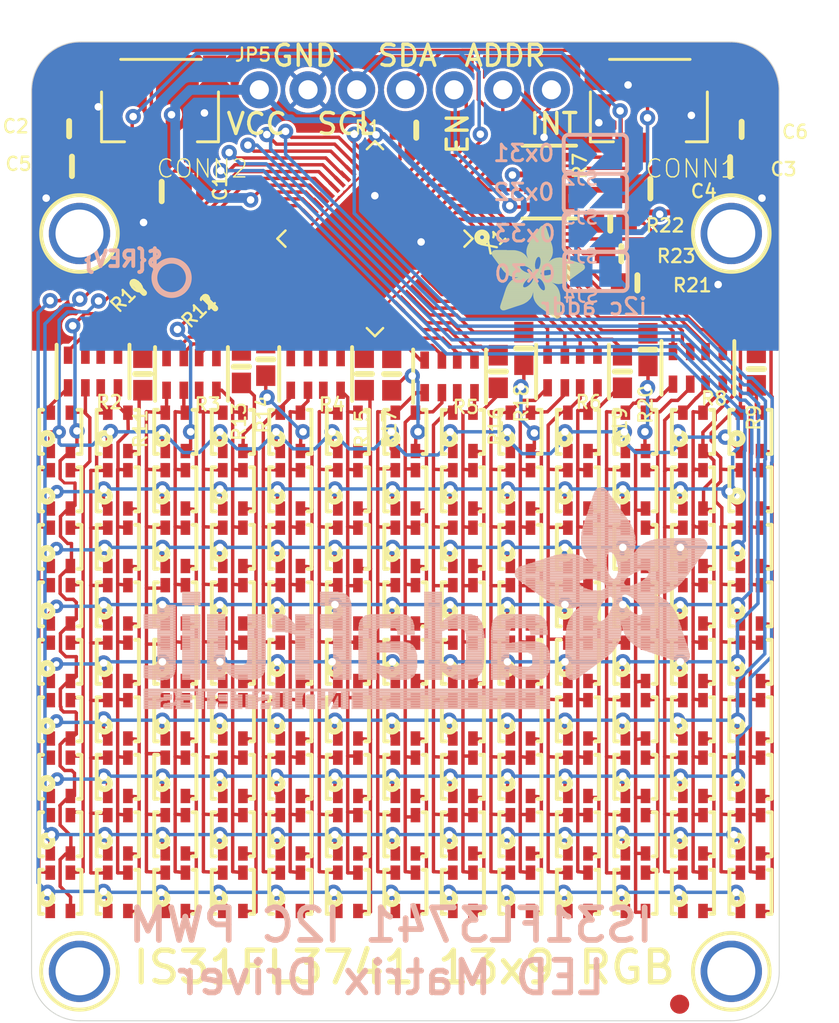
<source format=kicad_pcb>
(kicad_pcb (version 20221018) (generator pcbnew)
  (layers (0 "F.Cu" signal) (31 "B.Cu" signal) (34 "B.Paste" user) (35 "F.Paste" user) (36 "B.SilkS" user "B.Silkscreen") (37 "F.SilkS" user "F.Silkscreen") (38 "B.Mask" user) (39 "F.Mask" user) (44 "Edge.Cuts" user))
  (net 0 "")
  (net 1 "VCC")
  (net 2 "GND")
  (net 3 "SHUTDOWN")
  (net 4 "SDA")
  (net 5 "SCL")
  (net 6 "ADDR")
  (net 7 "INT")
  (net 8 "N$4")
  (net 9 "SW9")
  (net 10 "SW6")
  (net 11 "SW5")
  (net 12 "SW4")
  (net 13 "SW3")
  (net 14 "SW2")
  (net 15 "SW1")
  (net 16 "SW8")
  (net 17 "R1")
  (net 18 "B1")
  (net 19 "B2")
  (net 20 "N$8")
  (net 21 "N$10")
  (net 22 "N$12")
  (net 23 "N$14")
  (net 24 "N$16")
  (net 25 "N$17")
  (net 26 "N$19")
  (net 27 "N$21")
  (net 28 "N$22")
  (net 29 "N$24")
  (net 30 "N$25")
  (net 31 "N$27")
  (net 32 "N$29")
  (net 33 "N$31")
  (net 34 "N$33")
  (net 35 "G1")
  (net 36 "R2")
  (net 37 "G2")
  (net 38 "N$41")
  (net 39 "N$43")
  (net 40 "N$46")
  (net 41 "N$48")
  (net 42 "N$50")
  (net 43 "N$52")
  (net 44 "N$54")
  (net 45 "N$57")
  (net 46 "N$59")
  (net 47 "N$62")
  (net 48 "N$65")
  (net 49 "N$67")
  (net 50 "N$69")
  (net 51 "N$71")
  (net 52 "N$73")
  (net 53 "N$75")
  (net 54 "N$77")
  (net 55 "N$79")
  (net 56 "SW7")
  (net 57 "CS5")
  (net 58 "CS11")
  (net 59 "CS17")
  (net 60 "CS14")
  (net 61 "CS1")
  (net 62 "CS2")
  (net 63 "CS3")
  (net 64 "CS4")
  (net 65 "CS6")
  (net 66 "CS7")
  (net 67 "CS9")
  (net 68 "CS8")
  (net 69 "CS10")
  (net 70 "CS12")
  (net 71 "CS13")
  (net 72 "CS15")
  (net 73 "CS16")
  (net 74 "CS18")
  (net 75 "CS19")
  (net 76 "CS20")
  (net 77 "CS21")
  (net 78 "CS22")
  (net 79 "CS24")
  (net 80 "CS23")
  (net 81 "CS25")
  (net 82 "CS26")
  (net 83 "CS27")
  (net 84 "CS28")
  (net 85 "CS30")
  (net 86 "CS29")
  (net 87 "CS32")
  (net 88 "CS33")
  (net 89 "CS34")
  (net 90 "CS36")
  (net 91 "CS35")
  (net 92 "CS39")
  (net 93 "CS37")
  (net 94 "CS38")
  (net 95 "CS31")
  (footprint "working:RESPACK_4X0603" (layer "F.Cu") (at 137.3436 96.7916 180)
    (fp_text reference "R3")
    (fp_text value "22")
  )
  (footprint "working:RGBLED_2121" (layer "F.Cu") (at 145.5011 102.7636 90)
    (fp_text reference "LED19" hide)
    (fp_text value "RGBLED_CA_2121" hide)
  )
  (footprint "working:0603-NO" (layer "F.Cu") (at 141.2171 96.0296 -90)
    (fp_text reference "R14")
    (fp_text value "51")
  )
  (footprint "working:0603-NO" (layer "F.Cu") (at 149.0691 84.0701 180)
    (fp_text reference "R1")
    (fp_text value "2.2K")
  )
  (footprint "working:RGBLED_2121" (layer "F.Cu") (at 136.5011 108.7636 90)
    (fp_text reference "LED42" hide)
    (fp_text value "RGBLED_CA_2121" hide)
  )
  (footprint "working:0603-NO" (layer "F.Cu") (at 166.8076 96.5376 -90)
    (fp_text reference "R9")
    (fp_text value "22")
  )
  (footprint "working:RGBLED_2121" (layer "F.Cu") (at 139.5011 117.7636 90)
    (fp_text reference "LED82" hide)
    (fp_text value "RGBLED_CA_2121" hide)
  )
  (footprint "working:RGBLED_2121" (layer "F.Cu") (at 148.5011 123.7636 90)
    (fp_text reference "LED111" hide)
    (fp_text value "RGBLED_CA_2121" hide)
  )
  (footprint "working:FIDUCIAL_1MM" (layer "F.Cu") (at 130.7021 81.4776)
    (fp_text reference "FID1" hide)
    (fp_text value "FIDUCIAL_1MM" hide)
  )
  (footprint "working:RGBLED_2121" (layer "F.Cu") (at 157.5011 108.7636 90)
    (fp_text reference "LED49" hide)
    (fp_text value "RGBLED_CA_2121" hide)
  )
  (footprint "working:RGBLED_2121" (layer "F.Cu") (at 130.5011 108.7636 90)
    (fp_text reference "LED40" hide)
    (fp_text value "RGBLED_CA_2121" hide)
  )
  (footprint "working:RGBLED_2121" (layer "F.Cu") (at 130.5011 114.7636 90)
    (fp_text reference "LED66" hide)
    (fp_text value "RGBLED_CA_2121" hide)
  )
  (footprint "working:RGBLED_2121" (layer "F.Cu") (at 139.5011 114.7636 90)
    (fp_text reference "LED69" hide)
    (fp_text value "RGBLED_CA_2121" hide)
  )
  (footprint "working:RESPACK_4X0603" (layer "F.Cu") (at 150.8056 96.9186 180)
    (fp_text reference "R5")
    (fp_text value "22")
  )
  (footprint "working:RGBLED_2121" (layer "F.Cu") (at 160.5011 99.7636 90)
    (fp_text reference "LED11" hide)
    (fp_text value "RGBLED_CA_2121" hide)
  )
  (footprint "working:RGBLED_2121" (layer "F.Cu") (at 160.5011 102.7636 90)
    (fp_text reference "LED24" hide)
    (fp_text value "RGBLED_CA_2121" hide)
  )
  (footprint "working:RGBLED_2121" (layer "F.Cu") (at 142.5011 111.7636 90)
    (fp_text reference "LED57" hide)
    (fp_text value "RGBLED_CA_2121" hide)
  )
  (footprint "working:RGBLED_2121" (layer "F.Cu") (at 148.5011 105.7636 90)
    (fp_text reference "LED33" hide)
    (fp_text value "RGBLED_CA_2121" hide)
  )
  (footprint "working:RGBLED_2121" (layer "F.Cu") (at 154.5011 120.7636 90)
    (fp_text reference "LED100" hide)
    (fp_text value "RGBLED_CA_2121" hide)
  )
  (footprint "working:RGBLED_2121" (layer "F.Cu") (at 133.5011 111.7636 90)
    (fp_text reference "LED54" hide)
    (fp_text value "RGBLED_CA_2121" hide)
  )
  (footprint "working:RGBLED_2121" (layer "F.Cu") (at 160.5011 114.7636 90)
    (fp_text reference "LED76" hide)
    (fp_text value "RGBLED_CA_2121" hide)
  )
  (footprint "working:RESPACK_4X0603" (layer "F.Cu") (at 143.8206 96.7916 180)
    (fp_text reference "R4")
    (fp_text value "22")
  )
  (footprint "working:RGBLED_2121" (layer "F.Cu") (at 139.5011 123.7636 90)
    (fp_text reference "LED108" hide)
    (fp_text value "RGBLED_CA_2121" hide)
  )
  (footprint "working:RGBLED_2121" (layer "F.Cu") (at 157.5011 111.7636 90)
    (fp_text reference "LED62" hide)
    (fp_text value "RGBLED_CA_2121" hide)
  )
  (footprint "working:RGBLED_2121" (layer "F.Cu") (at 142.5011 123.7636 90)
    (fp_text reference "LED109" hide)
    (fp_text value "RGBLED_CA_2121" hide)
  )
  (footprint "working:RGBLED_2121" (layer "F.Cu") (at 136.5011 123.7636 90)
    (fp_text reference "LED107" hide)
    (fp_text value "RGBLED_CA_2121" hide)
  )
  (footprint "working:RGBLED_2121" (layer "F.Cu") (at 130.5011 111.7636 90)
    (fp_text reference "LED53" hide)
    (fp_text value "RGBLED_CA_2121" hide)
  )
  (footprint "working:FIDUCIAL_1MM" (layer "F.Cu") (at 162.8054 129.6787)
    (fp_text reference "FID2" hide)
    (fp_text value "FIDUCIAL_1MM" hide)
  )
  (footprint "working:RGBLED_2121" (layer "F.Cu") (at 142.5011 102.7636 90)
    (fp_text reference "LED18" hide)
    (fp_text value "RGBLED_CA_2121" hide)
  )
  (footprint "working:FIDUCIAL_1MM" (layer "F.Cu") (at 166.9011 93.0636)
    (fp_text reference "FID3" hide)
    (fp_text value "FIDUCIAL_1MM" hide)
  )
  (footprint "working:RGBLED_2121" (layer "F.Cu") (at 130.5011 99.7636 90)
    (fp_text reference "LED1" hide)
    (fp_text value "RGBLED_CA_2121" hide)
  )
  (footprint "working:RGBLED_2121" (layer "F.Cu") (at 157.5011 105.7636 90)
    (fp_text reference "LED36" hide)
    (fp_text value "RGBLED_CA_2121" hide)
  )
  (footprint "working:MOUNTINGHOLE_2.5_PLATED" (layer "F.Cu") (at 165.5011 127.9636)
    (fp_text reference "U$4" hide)
    (fp_text value "MOUNTINGHOLE2.5" hide)
  )
  (footprint "working:RGBLED_2121" (layer "F.Cu") (at 157.5011 120.7636 90)
    (fp_text reference "LED101" hide)
    (fp_text value "RGBLED_CA_2121" hide)
  )
  (footprint "working:0603-NO" (layer "F.Cu") (at 160.6033 92.0386)
    (fp_text reference "R21")
    (fp_text value "51")
  )
  (footprint "working:MOUNTINGHOLE_2.5_PLATED" (layer "F.Cu") (at 131.5011 127.9636)
    (fp_text reference "U$3" hide)
    (fp_text value "MOUNTINGHOLE2.5" hide)
  )
  (footprint "working:RGBLED_2121" (layer "F.Cu") (at 151.5011 105.7636 90)
    (fp_text reference "LED34" hide)
    (fp_text value "RGBLED_CA_2121" hide)
  )
  (footprint "working:RGBLED_2121" (layer "F.Cu") (at 151.5011 111.7636 90)
    (fp_text reference "LED60" hide)
    (fp_text value "RGBLED_CA_2121" hide)
  )
  (footprint "working:RGBLED_2121" (layer "F.Cu") (at 148.5011 111.7636 90)
    (fp_text reference "LED59" hide)
    (fp_text value "RGBLED_CA_2121" hide)
  )
  (footprint "working:RGBLED_2121" (layer "F.Cu") (at 145.5011 114.7636 90)
    (fp_text reference "LED71" hide)
    (fp_text value "RGBLED_CA_2121" hide)
  )
  (footprint "working:RGBLED_2121" (layer "F.Cu") (at 148.5011 117.7636 90)
    (fp_text reference "LED85" hide)
    (fp_text value "RGBLED_CA_2121" hide)
  )
  (footprint "working:RGBLED_2121" (layer "F.Cu") (at 166.5011 117.7636 90)
    (fp_text reference "LED91" hide)
    (fp_text value "RGBLED_CA_2121" hide)
  )
  (footprint "working:RGBLED_2121" (layer "F.Cu") (at 148.5011 99.7636 90)
    (fp_text reference "LED7" hide)
    (fp_text value "RGBLED_CA_2121" hide)
  )
  (footprint "working:RGBLED_2121" (layer "F.Cu") (at 136.5011 114.7636 90)
    (fp_text reference "LED68" hide)
    (fp_text value "RGBLED_CA_2121" hide)
  )
  (footprint "working:ADAFRUIT_5MM" (layer "F.Cu") (at 152.9961 93.9116)
    (fp_text reference "U$10" hide)
    (fp_text value "" hide)
  )
  (footprint "working:RGBLED_2121" (layer "F.Cu") (at 133.5011 108.7636 90)
    (fp_text reference "LED41" hide)
    (fp_text value "RGBLED_CA_2121" hide)
  )
  (footprint "working:RGBLED_2121" (layer "F.Cu") (at 148.5011 102.7636 90)
    (fp_text reference "LED20" hide)
    (fp_text value "RGBLED_CA_2121" hide)
  )
  (footprint "working:RGBLED_2121" (layer "F.Cu") (at 142.5011 105.7636 90)
    (fp_text reference "LED31" hide)
    (fp_text value "RGBLED_CA_2121" hide)
  )
  (footprint "working:RGBLED_2121" (layer "F.Cu") (at 163.5011 99.7636 90)
    (fp_text reference "LED12" hide)
    (fp_text value "RGBLED_CA_2121" hide)
  )
  (footprint "working:RGBLED_2121" (layer "F.Cu") (at 130.5011 102.7636 90)
    (fp_text reference "LED14" hide)
    (fp_text value "RGBLED_CA_2121" hide)
  )
  (footprint "working:0603-NO" (layer "F.Cu") (at 153.3456 96.6646 -90)
    (fp_text reference "R16")
    (fp_text value "51")
  )
  (footprint "working:RGBLED_2121" (layer "F.Cu") (at 163.5011 105.7636 90)
    (fp_text reference "LED38" hide)
    (fp_text value "RGBLED_CA_2121" hide)
  )
  (footprint "working:RGBLED_2121" (layer "F.Cu") (at 166.5011 114.7636 90)
    (fp_text reference "LED78" hide)
    (fp_text value "RGBLED_CA_2121" hide)
  )
  (footprint "working:RGBLED_2121" (layer "F.Cu") (at 154.5011 111.7636 90)
    (fp_text reference "LED61" hide)
    (fp_text value "RGBLED_CA_2121" hide)
  )
  (footprint "working:RGBLED_2121" (layer "F.Cu") (at 145.5011 99.7636 90)
    (fp_text reference "LED6" hide)
    (fp_text value "RGBLED_CA_2121" hide)
  )
  (footprint "working:0805-NO" (layer "F.Cu") (at 161.2801 87.1286)
    (fp_text reference "C4")
    (fp_text value "10uF")
  )
  (footprint "working:0603-NO" (layer "F.Cu") (at 134.5881 92.2846 -135)
    (fp_text reference "R10")
    (fp_text value "51")
  )
  (footprint "working:0603-NO" (layer "F.Cu") (at 159.8226 96.6646 -90)
    (fp_text reference "R19")
    (fp_text value "51")
  )
  (footprint "working:JST_SH4" (layer "F.Cu") (at 135.7511 82.4636 180)
    (fp_text reference "CONN2")
    (fp_text value "STEMMA_I2C_QT" hide)
  )
  (footprint "working:RGBLED_2121" (layer "F.Cu") (at 151.5011 102.7636 90)
    (fp_text reference "LED21" hide)
    (fp_text value "RGBLED_CA_2121" hide)
  )
  (footprint "working:RGBLED_2121" (layer "F.Cu") (at 163.5011 117.7636 90)
    (fp_text reference "LED90" hide)
    (fp_text value "RGBLED_CA_2121" hide)
  )
  (footprint "working:RGBLED_2121" (layer "F.Cu") (at 154.5011 102.7636 90)
    (fp_text reference "LED22" hide)
    (fp_text value "RGBLED_CA_2121" hide)
  )
  (footprint "working:RGBLED_2121" (layer "F.Cu") (at 133.5011 114.7636 90)
    (fp_text reference "LED67" hide)
    (fp_text value "RGBLED_CA_2121" hide)
  )
  (footprint "working:RGBLED_2121" (layer "F.Cu") (at 148.5011 108.7636 90)
    (fp_text reference "LED46" hide)
    (fp_text value "RGBLED_CA_2121" hide)
  )
  (footprint "working:0603-NO" (layer "F.Cu") (at 138.302578 93.090547 -135)
    (fp_text reference "R12")
    (fp_text value "51")
  )
  (footprint "working:RGBLED_2121" (layer "F.Cu") (at 139.5011 102.7636 90)
    (fp_text reference "LED17" hide)
    (fp_text value "RGBLED_CA_2121" hide)
  )
  (footprint "working:RGBLED_2121" (layer "F.Cu") (at 145.5011 117.7636 90)
    (fp_text reference "LED84" hide)
    (fp_text value "RGBLED_CA_2121" hide)
  )
  (footprint "working:0603-NO" (layer "F.Cu") (at 154.6791 95.4581 -90)
    (fp_text reference "R18")
    (fp_text value "51")
  )
  (footprint "working:RGBLED_2121" (layer "F.Cu") (at 163.5011 102.7636 90)
    (fp_text reference "LED25" hide)
    (fp_text value "RGBLED_CA_2121" hide)
  )
  (footprint "working:0603-NO" (layer "F.Cu") (at 161.1561 95.5216 -90)
    (fp_text reference "R20")
    (fp_text value "51")
  )
  (footprint "working:RGBLED_2121" (layer "F.Cu") (at 163.5011 111.7636 90)
    (fp_text reference "LED64" hide)
    (fp_text value "RGBLED_CA_2121" hide)
  )
  (footprint "working:RGBLED_2121" (layer "F.Cu") (at 136.5011 105.7636 90)
    (fp_text reference "LED29" hide)
    (fp_text value "RGBLED_CA_2121" hide)
  )
  (footprint "working:RGBLED_2121" (layer "F.Cu") (at 160.5011 108.7636 90)
    (fp_text reference "LED50" hide)
    (fp_text value "RGBLED_CA_2121" hide)
  )
  (footprint "working:RGBLED_2121" (layer "F.Cu") (at 145.5011 105.7636 90)
    (fp_text reference "LED32" hide)
    (fp_text value "RGBLED_CA_2121" hide)
  )
  (footprint "working:RGBLED_2121" (layer "F.Cu") (at 148.5011 120.7636 90)
    (fp_text reference "LED98" hide)
    (fp_text value "RGBLED_CA_2121" hide)
  )
  (footprint "working:RGBLED_2121" (layer "F.Cu") (at 154.5011 105.7636 90)
    (fp_text reference "LED35" hide)
    (fp_text value "RGBLED_CA_2121" hide)
  )
  (footprint "working:0603-NO" (layer "F.Cu") (at 147.7894 96.7971 -90)
    (fp_text reference "R17")
    (fp_text value "51")
  )
  (footprint "working:0805-NO" (layer "F.Cu") (at 131.1081 85.9596 180)
    (fp_text reference "C5")
    (fp_text value "10uF")
  )
  (footprint "working:MOUNTINGHOLE_2.5_PLATED" (layer "F.Cu") (at 131.5011 89.4636 180)
    (fp_text reference "U$5" hide)
    (fp_text value "MOUNTINGHOLE2.5" hide)
  )
  (footprint "working:RGBLED_2121" (layer "F.Cu") (at 154.5011 123.7636 90)
    (fp_text reference "LED113" hide)
    (fp_text value "RGBLED_CA_2121" hide)
  )
  (footprint "working:RGBLED_2121" (layer "F.Cu") (at 136.5011 111.7636 90)
    (fp_text reference "LED55" hide)
    (fp_text value "RGBLED_CA_2121" hide)
  )
  (footprint "working:RGBLED_2121" (layer "F.Cu") (at 145.5011 108.7636 90)
    (fp_text reference "LED45" hide)
    (fp_text value "RGBLED_CA_2121" hide)
  )
  (footprint "working:RGBLED_2121" (layer "F.Cu") (at 160.5011 105.7636 90)
    (fp_text reference "LED37" hide)
    (fp_text value "RGBLED_CA_2121" hide)
  )
  (footprint "working:RGBLED_2121" (layer "F.Cu") (at 151.5011 120.7636 90)
    (fp_text reference "LED99" hide)
    (fp_text value "RGBLED_CA_2121" hide)
  )
  (footprint "working:RGBLED_2121" (layer "F.Cu") (at 139.5011 105.7636 90)
    (fp_text reference "LED30" hide)
    (fp_text value "RGBLED_CA_2121" hide)
  )
  (footprint "working:RGBLED_2121" (layer "F.Cu") (at 166.5011 111.7636 90)
    (fp_text reference "LED65" hide)
    (fp_text value "RGBLED_CA_2121" hide)
  )
  (footprint "working:RGBLED_2121" (layer "F.Cu") (at 160.5011 120.7636 90)
    (fp_text reference "LED102" hide)
    (fp_text value "RGBLED_CA_2121" hide)
  )
  (footprint "working:1X07_ROUND_76" (layer "F.Cu") (at 148.5011 81.9636)
    (fp_text reference "JP5")
    (fp_text value "")
  )
  (footprint "working:RGBLED_2121" (layer "F.Cu") (at 139.5011 108.7636 90)
    (fp_text reference "LED43" hide)
    (fp_text value "RGBLED_CA_2121" hide)
  )
  (footprint "working:RGBLED_2121" (layer "F.Cu") (at 136.5011 99.7636 90)
    (fp_text reference "LED3" hide)
    (fp_text value "RGBLED_CA_2121" hide)
  )
  (footprint "working:RGBLED_2121" (layer "F.Cu") (at 133.5011 105.7636 90)
    (fp_text reference "LED28" hide)
    (fp_text value "RGBLED_CA_2121" hide)
  )
  (footprint "working:0603-NO" (layer "F.Cu") (at 159.1876 88.9176)
    (fp_text reference "R22")
    (fp_text value "51")
  )
  (footprint "working:RGBLED_2121" (layer "F.Cu") (at 139.5011 99.7636 90)
    (fp_text reference "LED4" hide)
    (fp_text value "RGBLED_CA_2121" hide)
  )
  (footprint "working:0805-NO" (layer "F.Cu") (at 135.7891 87.2726)
    (fp_text reference "C1")
    (fp_text value "10uF")
  )
  (footprint "working:RGBLED_2121" (layer "F.Cu") (at 151.5011 99.7636 90)
    (fp_text reference "LED8" hide)
    (fp_text value "RGBLED_CA_2121" hide)
  )
  (footprint "working:RGBLED_2121" (layer "F.Cu") (at 163.5011 123.7636 90)
    (fp_text reference "LED116" hide)
    (fp_text value "RGBLED_CA_2121" hide)
  )
  (footprint "working:RGBLED_2121" (layer "F.Cu") (at 142.5011 117.7636 90)
    (fp_text reference "LED83" hide)
    (fp_text value "RGBLED_CA_2121" hide)
  )
  (footprint "working:RGBLED_2121" (layer "F.Cu") (at 130.5011 123.7636 90)
    (fp_text reference "LED105" hide)
    (fp_text value "RGBLED_CA_2121" hide)
  )
  (footprint "working:RGBLED_2121" (layer "F.Cu") (at 160.5011 117.7636 90)
    (fp_text reference "LED89" hide)
    (fp_text value "RGBLED_CA_2121" hide)
  )
  (footprint "working:RGBLED_2121" (layer "F.Cu") (at 136.5011 102.7636 90)
    (fp_text reference "LED16" hide)
    (fp_text value "RGBLED_CA_2121" hide)
  )
  (footprint "working:RGBLED_2121" (layer "F.Cu") (at 157.5011 123.7636 90)
    (fp_text reference "LED114" hide)
    (fp_text value "RGBLED_CA_2121" hide)
  )
  (footprint "working:RGBLED_2121" (layer "F.Cu") (at 154.5011 108.7636 90)
    (fp_text reference "LED48" hide)
    (fp_text value "RGBLED_CA_2121" hide)
  )
  (footprint "working:RGBLED_2121" (layer "F.Cu") (at 166.5011 108.7636 90)
    (fp_text reference "LED52" hide)
    (fp_text value "RGBLED_CA_2121" hide)
  )
  (footprint "working:RGBLED_2121" (layer "F.Cu") (at 142.5011 114.7636 90)
    (fp_text reference "LED70" hide)
    (fp_text value "RGBLED_CA_2121" hide)
  )
  (footprint "working:RGBLED_2121" (layer "F.Cu") (at 133.5011 120.7636 90)
    (fp_text reference "LED93" hide)
    (fp_text value "RGBLED_CA_2121" hide)
  )
  (footprint "working:RGBLED_2121" (layer "F.Cu") (at 148.5011 114.7636 90)
    (fp_text reference "LED72" hide)
    (fp_text value "RGBLED_CA_2121" hide)
  )
  (footprint "working:RESPACK_4X0603" (layer "F.Cu") (at 163.7596 96.4741 180)
    (fp_text reference "R8")
    (fp_text value "22")
  )
  (footprint "working:RGBLED_2121" (layer "F.Cu") (at 133.5011 117.7636 90)
    (fp_text reference "LED80" hide)
    (fp_text value "RGBLED_CA_2121" hide)
  )
  (footprint "working:RGBLED_2121" (layer "F.Cu") (at 145.5011 123.7636 90)
    (fp_text reference "LED110" hide)
    (fp_text value "RGBLED_CA_2121" hide)
  )
  (footprint "working:RGBLED_2121" (layer "F.Cu") (at 130.5011 117.7636 90)
    (fp_text reference "LED79" hide)
    (fp_text value "RGBLED_CA_2121" hide)
  )
  (footprint "working:RGBLED_2121" (layer "F.Cu") (at 133.5011 102.7636 90)
    (fp_text reference "LED15" hide)
    (fp_text value "RGBLED_CA_2121" hide)
  )
  (footprint "working:RGBLED_2121" (layer "F.Cu") (at 130.5011 120.7636 90)
    (fp_text reference "LED92" hide)
    (fp_text value "RGBLED_CA_2121" hide)
  )
  (footprint "working:RGBLED_2121" (layer "F.Cu") (at 163.5011 114.7636 90)
    (fp_text reference "LED77" hide)
    (fp_text value "RGBLED_CA_2121" hide)
  )
  (footprint "working:RGBLED_2121" (layer "F.Cu") (at 154.5011 114.7636 90)
    (fp_text reference "LED74" hide)
    (fp_text value "RGBLED_CA_2121" hide)
  )
  (footprint "working:RGBLED_2121" (layer "F.Cu") (at 151.5011 114.7636 90)
    (fp_text reference "LED73" hide)
    (fp_text value "RGBLED_CA_2121" hide)
  )
  (footprint "working:RGBLED_2121" (layer "F.Cu") (at 154.5011 117.7636 90)
    (fp_text reference "LED87" hide)
    (fp_text value "RGBLED_CA_2121" hide)
  )
  (footprint "working:RGBLED_2121" (layer "F.Cu") (at 166.5011 99.7636 90)
    (fp_text reference "LED13" hide)
    (fp_text value "RGBLED_CA_2121" hide)
  )
  (footprint "working:MOUNTINGHOLE_2.5_PLATED" (layer "F.Cu") (at 165.5011 89.4636 180)
    (fp_text reference "U$6" hide)
    (fp_text value "MOUNTINGHOLE2.5" hide)
  )
  (footprint "working:RGBLED_2121" (layer "F.Cu") (at 166.5011 123.7636 90)
    (fp_text reference "LED117" hide)
    (fp_text value "RGBLED_CA_2121" hide)
  )
  (footprint "working:RGBLED_2121" (layer "F.Cu") (at 145.5011 111.7636 90)
    (fp_text reference "LED58" hide)
    (fp_text value "RGBLED_CA_2121" hide)
  )
  (footprint "working:RGBLED_2121" (layer "F.Cu") (at 151.5011 117.7636 90)
    (fp_text reference "LED86" hide)
    (fp_text value "RGBLED_CA_2121" hide)
  )
  (footprint "working:RGBLED_2121" (layer "F.Cu") (at 163.5011 108.7636 90)
    (fp_text reference "LED51" hide)
    (fp_text value "RGBLED_CA_2121" hide)
  )
  (footprint "working:RGBLED_2121" (layer "F.Cu") (at 166.5011 102.7636 90)
    (fp_text reference "LED26" hide)
    (fp_text value "RGBLED_CA_2121" hide)
  )
  (footprint "working:RGBLED_2121" (layer "F.Cu") (at 142.5011 108.7636 90)
    (fp_text reference "LED44" hide)
    (fp_text value "RGBLED_CA_2121" hide)
  )
  (footprint "working:RGBLED_2121" (layer "F.Cu") (at 166.5011 105.7636 90)
    (fp_text reference "LED39" hide)
    (fp_text value "RGBLED_CA_2121" hide)
  )
  (footprint "working:JST_SH4" (layer "F.Cu") (at 161.2511 82.4636 180)
    (fp_text reference "CONN1")
    (fp_text value "STEMMA_I2C_QT" hide)
  )
  (footprint "working:RGBLED_2121" (layer "F.Cu") (at 139.5011 111.7636 90)
    (fp_text reference "LED56" hide)
    (fp_text value "RGBLED_CA_2121" hide)
  )
  (footprint "working:RGBLED_2121" (layer "F.Cu") (at 145.5011 120.7636 90)
    (fp_text reference "LED97" hide)
    (fp_text value "RGBLED_CA_2121" hide)
  )
  (footprint "working:RGBLED_2121" (layer "F.Cu") (at 136.5011 120.7636 90)
    (fp_text reference "LED94" hide)
    (fp_text value "RGBLED_CA_2121" hide)
  )
  (footprint "working:RGBLED_2121" (layer "F.Cu") (at 142.5011 120.7636 90)
    (fp_text reference "LED96" hide)
    (fp_text value "RGBLED_CA_2121" hide)
  )
  (footprint "working:RGBLED_2121" (layer "F.Cu") (at 133.5011 123.7636 90)
    (fp_text reference "LED106" hide)
    (fp_text value "RGBLED_CA_2121" hide)
  )
  (footprint "working:QFN60_7MM" (layer "F.Cu") (at 146.9136 89.7316 -135)
    (fp_text reference "X1")
    (fp_text value "IS31FL3741")
  )
  (footprint "working:RGBLED_2121" (layer "F.Cu") (at 142.5011 99.7636 90)
    (fp_text reference "LED5" hide)
    (fp_text value "RGBLED_CA_2121" hide)
  )
  (footprint "working:0603-NO" (layer "F.Cu") (at 166.0411 84.0311)
    (fp_text reference "C6")
    (fp_text value "1uF")
  )
  (footprint "working:0603-NO" (layer "F.Cu") (at 139.9471 96.4106 -90)
    (fp_text reference "R13")
    (fp_text value "51")
  )
  (footprint "working:RGBLED_2121" (layer "F.Cu") (at 166.5011 120.7636 90)
    (fp_text reference "LED104" hide)
    (fp_text value "RGBLED_CA_2121" hide)
  )
  (footprint "working:RESPACK_4X0603" (layer "F.Cu") (at 157.2191 96.6646 180)
    (fp_text reference "R6")
    (fp_text value "22")
  )
  (footprint "working:RGBLED_2121" (layer "F.Cu") (at 157.5011 114.7636 90)
    (fp_text reference "LED75" hide)
    (fp_text value "RGBLED_CA_2121" hide)
  )
  (footprint "working:0805-NO" (layer "F.Cu") (at 165.4411 85.9816)
    (fp_text reference "C3")
    (fp_text value "10uF")
  )
  (footprint "working:RGBLED_2121" (layer "F.Cu") (at 151.5011 123.7636 90)
    (fp_text reference "LED112" hide)
    (fp_text value "RGBLED_CA_2121" hide)
  )
  (footprint "working:RGBLED_2121" (layer "F.Cu") (at 136.5011 117.7636 90)
    (fp_text reference "LED81" hide)
    (fp_text value "RGBLED_CA_2121" hide)
  )
  (footprint "working:RESPACK_4X0603" (layer "F.Cu") (at 156.0051 86.7796 -90)
    (fp_text reference "R7")
    (fp_text value "4.7K")
  )
  (footprint "working:0603-NO" (layer "F.Cu") (at 130.9611 83.9951 180)
    (fp_text reference "C2")
    (fp_text value "1uF")
  )
  (footprint "working:0603-NO" (layer "F.Cu") (at 159.7651 90.5146)
    (fp_text reference "R23")
    (fp_text value "22")
  )
  (footprint "working:RGBLED_2121" (layer "F.Cu") (at 157.5011 117.7636 90)
    (fp_text reference "LED88" hide)
    (fp_text value "RGBLED_CA_2121" hide)
  )
  (footprint "working:RGBLED_2121" (layer "F.Cu") (at 163.5011 120.7636 90)
    (fp_text reference "LED103" hide)
    (fp_text value "RGBLED_CA_2121" hide)
  )
  (footprint "working:RGBLED_2121" (layer "F.Cu") (at 160.5011 111.7636 90)
    (fp_text reference "LED63" hide)
    (fp_text value "RGBLED_CA_2121" hide)
  )
  (footprint "working:0603-NO" (layer "F.Cu") (at 134.8036 96.7916 -90)
    (fp_text reference "R11")
    (fp_text value "51")
  )
  (footprint "working:RGBLED_2121" (layer "F.Cu") (at 133.5011 99.7636 90)
    (fp_text reference "LED2" hide)
    (fp_text value "RGBLED_CA_2121" hide)
  )
  (footprint "working:RESPACK_4X0603" (layer "F.Cu") (at 132.2081 96.6646 180)
    (fp_text reference "R2")
    (fp_text value "22")
  )
  (footprint "working:RGBLED_2121" (layer "F.Cu") (at 139.5011 120.7636 90)
    (fp_text reference "LED95" hide)
    (fp_text value "RGBLED_CA_2121" hide)
  )
  (footprint "working:RGBLED_2121" (layer "F.Cu") (at 160.5011 123.7636 90)
    (fp_text reference "LED115" hide)
    (fp_text value "RGBLED_CA_2121" hide)
  )
  (footprint "working:RGBLED_2121" (layer "F.Cu") (at 157.5011 99.7636 90)
    (fp_text reference "LED10" hide)
    (fp_text value "RGBLED_CA_2121" hide)
  )
  (footprint "working:RGBLED_2121" (layer "F.Cu") (at 151.5011 108.7636 90)
    (fp_text reference "LED47" hide)
    (fp_text value "RGBLED_CA_2121" hide)
  )
  (footprint "working:RGBLED_2121" (layer "F.Cu") (at 157.5011 102.7636 90)
    (fp_text reference "LED23" hide)
    (fp_text value "RGBLED_CA_2121" hide)
  )
  (footprint "working:RGBLED_2121" (layer "F.Cu") (at 154.5011 99.7636 90)
    (fp_text reference "LED9" hide)
    (fp_text value "RGBLED_CA_2121" hide)
  )
  (footprint "working:0603-NO" (layer "F.Cu") (at 146.3606 96.7916 -90)
    (fp_text reference "R15")
    (fp_text value "51")
  )
  (footprint "working:RGBLED_2121" (layer "F.Cu") (at 130.5011 105.7636 90)
    (fp_text reference "LED27" hide)
    (fp_text value "RGBLED_CA_2121" hide)
  )
  (footprint "working:SOLDERJUMPER_ARROW_NOPASTE" (layer "B.Cu") (at 158.4101 85.3296)
    (fp_text reference "SJ2")
    (fp_text value "")
  )
  (footprint "working:SOLDERJUMPER_CLOSEDWIRE" (layer "B.Cu") (at 158.4371 91.4446)
    (fp_text reference "SJ4")
    (fp_text value "")
  )
  (footprint "working:PCBFEAT-REV-040" (layer "B.Cu") (at 136.3056 91.7776)
    (fp_text reference "U$11" hide)
    (fp_text value "" hide)
  )
  (footprint "working:ADAFRUIT_TEXT_30MM" (layer "B.Cu") (at 164.5011 114.2636 180)
    (fp_text reference "U$16" hide)
    (fp_text value "" hide)
  )
  (footprint "working:SOLDERJUMPER_ARROW_NOPASTE" (layer "B.Cu") (at 158.4101 89.3936)
    (fp_text reference "SJ1")
    (fp_text value "")
  )
  (footprint "working:SOLDERJUMPER_ARROW_NOPASTE" (layer "B.Cu") (at 158.4101 87.3616)
    (fp_text reference "SJ3")
    (fp_text value "")
  )
  (gr_line (start 165.4611 130.5436) (end 131.5411 130.5436) (stroke (width 0.05)) (layer "Edge.Cuts"))
  (gr_arc (start 165.4611 79.4636) (mid 167.257151 80.207549) (end 168.0011 82.0036) (stroke (width 0.05)) (layer "Edge.Cuts"))
  (gr_line (start 129.0011 128.0036) (end 129.0011 82.0036) (stroke (width 0.05)) (layer "Edge.Cuts"))
  (gr_arc (start 168.0011 128.0036) (mid 167.257151 129.799651) (end 165.4611 130.5436) (stroke (width 0.05)) (layer "Edge.Cuts"))
  (gr_line (start 131.5411 79.4636) (end 165.4611 79.4636) (stroke (width 0.05)) (layer "Edge.Cuts"))
  (gr_arc (start 129.0011 82.0036) (mid 129.745049 80.207549) (end 131.5411 79.4636) (stroke (width 0.05)) (layer "Edge.Cuts"))
  (gr_line (start 168.0011 82.0036) (end 168.0011 128.0036) (stroke (width 0.05)) (layer "Edge.Cuts"))
  (gr_arc (start 131.5411 130.5436) (mid 129.745049 129.799651) (end 129.0011 128.0036) (stroke (width 0.05)) (layer "Edge.Cuts"))
  (gr_text "IS31FL3741 I2C PWM\nLED Matrix Driver" (at 147.7446 126.9221) (layer "B.SilkS") (effects (font (size 1.7 1.7) (thickness 0.3)) (justify mirror)))
  (gr_text "0x30" (at 156.4246 92.0691) (layer "B.SilkS") (effects (font (size 0.8636 0.8636) (thickness 0.1524)) (justify left bottom mirror)))
  (gr_text "i2c addr" (at 155.4826 92.7696) (layer "B.SilkS") (effects (font (size 0.8636 0.8636) (thickness 0.1524)) (justify right top mirror)))
  (gr_text "0x31" (at 156.3611 85.7781) (layer "B.SilkS") (effects (font (size 0.8636 0.8636) (thickness 0.1524)) (justify left bottom mirror)))
  (gr_text "0x33" (at 156.4246 89.9691) (layer "B.SilkS") (effects (font (size 0.8636 0.8636) (thickness 0.1524)) (justify left bottom mirror)))
  (gr_text "0x32" (at 156.3611 87.8101) (layer "B.SilkS") (effects (font (size 0.8636 0.8636) (thickness 0.1524)) (justify left bottom mirror)))
  (gr_text "VCC" (at 140.7486 83.7441) (layer "F.SilkS") (effects (font (size 1.0922 1.0922) (thickness 0.1778))))
  (gr_text "ADDR" (at 153.7026 80.1881) (layer "F.SilkS") (effects (font (size 1.0922 1.0922) (thickness 0.1778))))
  (gr_text "EN" (at 151.2261 84.2521 90) (layer "F.SilkS") (effects (font (size 1.0922 1.0922) (thickness 0.1778))))
  (gr_text "INT" (at 156.2426 83.7441) (layer "F.SilkS") (effects (font (size 1.0922 1.0922) (thickness 0.1778))))
  (gr_text "SDA" (at 148.6051 80.1881) (layer "F.SilkS") (effects (font (size 1.0922 1.0922) (thickness 0.1778))))
  (gr_text "SCL" (at 145.4191 83.7441) (layer "F.SilkS") (effects (font (size 1.0922 1.0922) (thickness 0.1778))))
  (gr_text "GND" (at 143.2251 80.1881) (layer "F.SilkS") (effects (font (size 1.0922 1.0922) (thickness 0.1778))))
  (gr_text "IS31FL3741 13x9 RGB" (at 148.4376 127.7604) (layer "F.SilkS") (effects (font (size 1.660144 1.660144) (thickness 0.270256))))
  (segment (start 136.2511 84.9776) (end 136.2511 85.7136) (width 0.508) (layer "F.Cu") (net 1))
  (segment (start 160.3301 87.1286) (end 160.3301 87.5286) (width 0.3048) (layer "F.Cu") (net 1))
  (segment (start 134.8391 87.1256) (end 134.8391 87.1636) (width 0.1778) (layer "F.Cu") (net 1))
  (segment (start 161.7511 85.7136) (end 160.3361 87.1286) (width 0.3048) (layer "F.Cu") (net 1))
  (segment (start 140.837025 87.300044) (end 140.427637 87.709432) (width 0.1778) (layer "F.Cu") (net 1))
  (segment (start 143.303571 87.300044) (end 140.837025 87.300044) (width 0.1778) (layer "F.Cu") (net 1))
  (segment (start 161.7671 88.3636) (end 163.0011 88.3636) (width 0.3048) (layer "F.Cu") (net 1))
  (segment (start 143.94375 87.893125) (end 143.896653 87.893125) (width 0.1778) (layer "F.Cu") (net 1))
  (segment (start 136.2511 85.7136) (end 134.8391 87.1256) (width 0.508) (layer "F.Cu") (net 1))
  (segment (start 161.7671 88.45645) (end 161.7671 88.3636) (width 0.3048) (layer "F.Cu") (net 1))
  (segment (start 160.3301 87.1796) (end 159.4811 87.1796) (width 0.4064) (layer "F.Cu") (net 1))
  (segment (start 131.8581 85.7596) (end 132.0581 85.9596) (width 0.508) (layer "F.Cu") (net 1))
  (segment (start 133.2621 87.1636) (end 134.8391 87.1636) (width 0.508) (layer "F.Cu") (net 1))
  (segment (start 164.4911 86.8736) (end 164.4911 85.9816) (width 0.3048) (layer "F.Cu") (net 1))
  (segment (start 143.896653 87.893125) (end 143.303571 87.300044) (width 0.1778) (layer "F.Cu") (net 1))
  (segment (start 146.9716 84.3156) (end 146.559231 84.727969) (width 0.3048) (layer "F.Cu") (net 1))
  (segment (start 163.0011 88.3636) (end 164.4911 86.8736) (width 0.3048) (layer "F.Cu") (net 1))
  (segment (start 131.8581 84.0421) (end 131.8581 85.7596) (width 0.508) (layer "F.Cu") (net 1))
  (segment (start 164.5911 84.6311) (end 164.5911 85.8816) (width 0.3048) (layer "F.Cu") (net 1))
  (segment (start 155.1551 86.3796) (end 155.1551 85.4796) (width 0.3048) (layer "F.Cu") (net 1))
  (segment (start 147.115306 85.347541) (end 146.495731 84.727969) (width 0.3048) (layer "F.Cu") (net 1))
  (segment (start 156.8551 87.2636) (end 156.8551 87.1796) (width 0.3048) (layer "F.Cu") (net 1))
  (segment (start 164.5911 84.6311) (end 165.1911 84.0311) (width 0.3048) (layer "F.Cu") (net 1))
  (segment (start 154.1151 86.3796) (end 154.0836 86.4111) (width 0.3048) (layer "F.Cu") (net 1))
  (segment (start 136.2511 83.3136) (end 136.3011 83.2636) (width 0.508) (layer "F.Cu") (net 1))
  (segment (start 155.1551 86.3796) (end 155.5171 86.3796) (width 0.3048) (layer "F.Cu") (net 1))
  (segment (start 156.4011 87.2636) (end 156.8551 87.2636) (width 0.3048) (layer "F.Cu") (net 1))
  (segment (start 131.8111 83.9951) (end 131.8581 84.0421) (width 0.508) (layer "F.Cu") (net 1))
  (segment (start 156.8551 87.1796) (end 159.4811 87.1796) (width 0.3048) (layer "F.Cu") (net 1))
  (segment (start 147.337862 85.347541) (end 147.115306 85.347541) (width 0.3048) (layer "F.Cu") (net 1))
  (segment (start 156.8551 88.0796) (end 156.8551 87.2636) (width 0.3048) (layer "F.Cu") (net 1))
  (segment (start 146.559231 84.727969) (end 146.495731 84.727969) (width 0.3048) (layer "F.Cu") (net 1))
  (segment (start 164.4911 85.9816) (end 164.5911 85.8816) (width 0.3048) (layer "F.Cu") (net 1))
  (segment (start 161.1651 88.3636) (end 160.3301 87.5286) (width 0.3048) (layer "F.Cu") (net 1))
  (segment (start 160.3301 87.1286) (end 160.3361 87.1286) (width 0.3048) (layer "F.Cu") (net 1))
  (segment (start 161.7511 85.7136) (end 161.7511 84.9776) (width 0.3048) (layer "F.Cu") (net 1))
  (segment (start 155.1551 86.3796) (end 154.1151 86.3796) (width 0.3048) (layer "F.Cu") (net 1))
  (segment (start 160.3301 87.1286) (end 160.3301 87.1796) (width 0.4064) (layer "F.Cu") (net 1))
  (segment (start 161.1651 88.3636) (end 161.7671 88.3636) (width 0.3048) (layer "F.Cu") (net 1))
  (segment (start 147.620703 85.630382) (end 147.337862 85.347541) (width 0.1778) (layer "F.Cu") (net 1))
  (segment (start 134.8391 87.1636) (end 134.8391 87.2726) (width 0.508) (layer "F.Cu") (net 1))
  (segment (start 155.5171 86.3796) (end 156.4011 87.2636) (width 0.3048) (layer "F.Cu") (net 1))
  (segment (start 147.620706 85.630382) (end 147.620703 85.630382) (width 0.1778) (layer "F.Cu") (net 1))
  (segment (start 136.2511 84.9776) (end 136.2511 83.3136) (width 0.508) (layer "F.Cu") (net 1))
  (segment (start 132.0581 85.9596) (end 133.2621 87.1636) (width 0.508) (layer "F.Cu") (net 1))
  (via (at 161.7671 88.45645) (size 0.8001) (drill 0.3937) (layers "F.Cu" "B.Cu") (net 1))
  (via (at 136.3011 83.2636) (size 0.8001) (drill 0.3937) (layers "F.Cu" "B.Cu") (net 1))
  (via (at 146.9716 84.3156) (size 0.8001) (drill 0.3937) (layers "F.Cu" "B.Cu") (net 1))
  (via (at 140.427637 87.709432) (size 0.8001) (drill 0.3937) (layers "F.Cu" "B.Cu") (net 1))
  (via (at 154.0836 86.4111) (size 0.8001) (drill 0.3937) (layers "F.Cu" "B.Cu") (net 1))
  (segment (start 136.494103 83.2636) (end 136.494103 82.7556) (width 0.508) (layer "B.Cu") (net 1))
  (segment (start 146.9716 84.3156) (end 146.2096 83.5536) (width 0.3048) (layer "B.Cu") (net 1))
  (segment (start 154.676618 87.71585) (end 154.676618 88.320813) (width 0.3048) (layer "B.Cu") (net 1))
  (segment (start 142.703887 83.5536) (end 142.552981 83.402694) (width 0.3048) (layer "B.Cu") (net 1))
  (segment (start 137.278103 81.9716) (end 140.8811 81.9636) (width 0.508) (layer "B.Cu") (net 1))
  (segment (start 160.82995 89.3936) (end 161.7671 88.45645) (width 0.3048) (layer "B.Cu") (net 1))
  (segment (start 154.0836 86.4111) (end 154.0836 87.122832) (width 0.3048) (layer "B.Cu") (net 1))
  (segment (start 154.0836 87.122832) (end 154.676618 87.71585) (width 0.3048) (layer "B.Cu") (net 1))
  (segment (start 146.2096 83.5536) (end 142.703887 83.5536) (width 0.3048) (layer "B.Cu") (net 1))
  (segment (start 159.4261 89.3936) (end 160.82995 89.3936) (width 0.3048) (layer "B.Cu") (net 1))
  (segment (start 140.427637 87.709432) (end 140.327637 87.609432) (width 0.508) (layer "B.Cu") (net 1))
  (segment (start 140.327637 87.609432) (end 138.327431 87.609432) (width 0.508) (layer "B.Cu") (net 1))
  (segment (start 138.327431 87.609432) (end 136.4941 85.7761) (width 0.508) (layer "B.Cu") (net 1))
  (segment (start 142.312193 83.402694) (end 140.8811 81.9636) (width 0.3048) (layer "B.Cu") (net 1))
  (segment (start 154.676618 88.320813) (end 154.24885 88.748582) (width 0.3048) (layer "B.Cu") (net 1))
  (segment (start 136.3011 83.2636) (end 136.494103 83.2636) (width 0.508) (layer "B.Cu") (net 1))
  (segment (start 136.494103 82.7556) (end 137.278103 81.9716) (width 0.508) (layer "B.Cu") (net 1))
  (segment (start 136.4941 85.7761) (end 136.494103 83.2636) (width 0.508) (layer "B.Cu") (net 1))
  (segment (start 147.3526 84.3156) (end 146.9716 84.3156) (width 0.3048) (layer "B.Cu") (net 1))
  (segment (start 151.785581 88.748582) (end 147.3526 84.3156) (width 0.3048) (layer "B.Cu") (net 1))
  (segment (start 142.552981 83.402694) (end 142.312193 83.402694) (width 0.3048) (layer "B.Cu") (net 1))
  (segment (start 154.24885 88.748582) (end 151.785581 88.748582) (width 0.3048) (layer "B.Cu") (net 1))
  (segment (start 148.18639 86.196069) (end 146.82485 87.55761) (width 0.1778) (layer "F.Cu") (net 2))
  (segment (start 146.82485 87.55761) (end 146.82485 89.82035) (width 0.1778) (layer "F.Cu") (net 2))
  (segment (start 149.883446 91.570079) (end 149.3211 91.007732) (width 0.1778) (layer "F.Cu") (net 2))
  (segment (start 146.9136 89.7316) (end 146.82485 89.82035) (width 0.1778) (layer "F.Cu") (net 2))
  (segment (start 149.3211 91.007732) (end 149.3211 89.9036) (width 0.3048) (layer "F.Cu") (net 2))
  (segment (start 145.961787 90.683413) (end 144.830415 90.683413) (width 0.1778) (layer "F.Cu") (net 2))
  (segment (start 149.883446 91.570079) (end 149.83635 91.570079) (width 0.1778) (layer "F.Cu") (net 2))
  (segment (start 144.830415 90.683413) (end 144.911728 90.6021) (width 0.1778) (layer "F.Cu") (net 2))
  (segment (start 145.961787 90.683413) (end 146.6661 89.9791) (width 0.1778) (layer "F.Cu") (net 2))
  (segment (start 149.83635 91.570079) (end 149.5343 91.268029) (width 0.1778) (layer "F.Cu") (net 2))
  (segment (start 149.5343 91.268029) (end 147.955028 91.268029) (width 0.1778) (layer "F.Cu") (net 2))
  (segment (start 146.6661 89.9791) (end 146.82485 89.82035) (width 0.1778) (layer "F.Cu") (net 2))
  (segment (start 147.955028 91.268029) (end 146.6661 89.9791) (width 0.1778) (layer "F.Cu") (net 2))
  (segment (start 143.94375 91.570079) (end 144.830415 90.683413) (width 0.1778) (layer "F.Cu") (net 2))
  (via (at 164.8151 92.1261) (size 0.8001) (drill 0.3937) (layers "F.Cu" "B.Cu") (net 2))
  (via (at 146.9081 87.4906) (size 0.8001) (drill 0.3937) (layers "F.Cu" "B.Cu") (net 2))
  (via (at 134.8431 88.8876) (size 0.8001) (drill 0.3937) (layers "F.Cu" "B.Cu") (net 2))
  (via (at 129.7631 87.6176) (size 0.8001) (drill 0.3937) (layers "F.Cu" "B.Cu") (net 2))
  (via (at 158.5921 83.6806) (size 0.8001) (drill 0.3937) (layers "F.Cu" "B.Cu") (net 2))
  (via (at 132.4841 82.8536) (size 0.8001) (drill 0.3937) (layers "F.Cu" "B.Cu") (net 2))
  (via (at 155.7346 84.4426) (size 0.8001) (drill 0.3937) (layers "F.Cu" "B.Cu") (net 2))
  (via (at 163.4181 83.2996) (size 0.8001) (drill 0.3937) (layers "F.Cu" "B.Cu") (net 2))
  (via (at 160.1161 81.7121) (size 0.8001) (drill 0.3937) (layers "F.Cu" "B.Cu") (net 2))
  (via (at 167.1011 87.6176) (size 0.8001) (drill 0.3937) (layers "F.Cu" "B.Cu") (net 2))
  (via (at 138.0181 83.1726) (size 0.8001) (drill 0.3937) (layers "F.Cu" "B.Cu") (net 2))
  (via (at 149.3211 89.9036) (size 0.8001) (drill 0.3937) (layers "F.Cu" "B.Cu") (net 2))
  (segment (start 151.136234 85.39941) (end 149.548734 85.39941) (width 0.1778) (layer "F.Cu") (net 3))
  (segment (start 151.6761 82.6066) (end 151.0411 81.9636) (width 0.1778) (layer "F.Cu") (net 3))
  (segment (start 154.007631 88.0796) (end 153.946365 88.018335) (width 0.1778) (layer "F.Cu") (net 3))
  (segment (start 151.6761 82.6066) (end 151.6761 84.859544) (width 0.1778) (layer "F.Cu") (net 3))
  (segment (start 155.1551 88.0796) (end 154.007631 88.0796) (width 0.1778) (layer "F.Cu") (net 3))
  (segment (start 151.6761 84.859544) (end 151.136234 85.39941) (width 0.1778) (layer "F.Cu") (net 3))
  (segment (start 148.469234 86.47891) (end 149.548734 85.39941) (width 0.1778) (layer "F.Cu") (net 3))
  (via (at 153.946365 88.018335) (size 0.8001) (drill 0.3937) (layers "F.Cu" "B.Cu") (net 3))
  (segment (start 153.946365 88.018335) (end 151.152365 85.224335) (width 0.1778) (layer "B.Cu") (net 3))
  (segment (start 151.1011 82.0316) (end 151.0411 81.9636) (width 0.1778) (layer "B.Cu") (net 3))
  (segment (start 151.1011 85.224335) (end 151.1011 82.0316) (width 0.1778) (layer "B.Cu") (net 3))
  (segment (start 151.152365 85.224335) (end 151.1011 85.224335) (width 0.1778) (layer "B.Cu") (net 3))
  (segment (start 151.456375 79.9065) (end 151.451978 79.910897) (width 0.1778) (layer "F.Cu") (net 4))
  (segment (start 160.7511 85.6136) (end 160.3011 86.0636) (width 0.1778) (layer "F.Cu") (net 4))
  (segment (start 151.451978 79.910897) (end 150.451096 79.9109) (width 0.1778) (layer "F.Cu") (net 4))
  (segment (start 149.811815 86.2206) (end 151.4166 86.2206) (width 0.1778) (layer "F.Cu") (net 4))
  (segment (start 153.1946 84.4426) (end 153.1946 83.3631) (width 0.1778) (layer "F.Cu") (net 4))
  (segment (start 135.2511 81.2136) (end 135.2511 84.9776) (width 0.1778) (layer "F.Cu") (net 4))
  (segment (start 161.1321 81.0375) (end 160.0011 79.9065) (width 0.1778) (layer "F.Cu") (net 4))
  (segment (start 157.6011 86.0636) (end 157.2851 86.3796) (width 0.1778) (layer "F.Cu") (net 4))
  (segment (start 160.0011 79.9065) (end 152.3056 79.9065) (width 0.1778) (layer "F.Cu") (net 4))
  (segment (start 150.451096 79.9109) (end 148.5011 81.852897) (width 0.1778) (layer "F.Cu") (net 4))
  (segment (start 153.1946 83.3631) (end 152.3056 82.4741) (width 0.1778) (layer "F.Cu") (net 4))
  (segment (start 161.1321 83.4266) (end 161.1321 81.0375) (width 0.1778) (layer "F.Cu") (net 4))
  (segment (start 152.3056 82.4741) (end 152.3056 79.9065) (width 0.1778) (layer "F.Cu") (net 4))
  (segment (start 160.7511 84.9776) (end 160.7511 85.6136) (width 0.1778) (layer "F.Cu") (net 4))
  (segment (start 160.3011 86.0636) (end 157.6011 86.0636) (width 0.1778) (layer "F.Cu") (net 4))
  (segment (start 160.7511 84.9776) (end 161.1321 84.5966) (width 0.1778) (layer "F.Cu") (net 4))
  (segment (start 151.4166 86.2206) (end 153.1946 84.4426) (width 0.1778) (layer "F.Cu") (net 4))
  (segment (start 136.5538 79.9109) (end 135.2511 81.2136) (width 0.1778) (layer "F.Cu") (net 4))
  (segment (start 157.2851 86.3796) (end 156.8551 86.3796) (width 0.1778) (layer "F.Cu") (net 4))
  (segment (start 149.034918 87.044597) (end 149.034918 86.997497) (width 0.1778) (layer "F.Cu") (net 4))
  (segment (start 161.1321 83.4266) (end 161.1321 84.5966) (width 0.1778) (layer "F.Cu") (net 4))
  (segment (start 152.3056 79.9065) (end 151.456375 79.9065) (width 0.1778) (layer "F.Cu") (net 4))
  (segment (start 150.451096 79.9109) (end 136.5538 79.9109) (width 0.1778) (layer "F.Cu") (net 4))
  (segment (start 149.034918 86.997497) (end 149.811815 86.2206) (width 0.1778) (layer "F.Cu") (net 4))
  (segment (start 148.5011 81.9636) (end 148.5011 81.852897) (width 0.1778) (layer "F.Cu") (net 4))
  (via (at 161.1321 83.4266) (size 0.8001) (drill 0.3937) (layers "F.Cu" "B.Cu") (net 4))
  (segment (start 159.4261 87.3616) (end 159.9911 87.3616) (width 0.1778) (layer "B.Cu") (net 4))
  (segment (start 159.9911 87.3616) (end 161.1321 86.2206) (width 0.1778) (layer "B.Cu") (net 4))
  (segment (start 161.1321 86.2206) (end 161.1321 83.4266) (width 0.1778) (layer "B.Cu") (net 4))
  (segment (start 159.7511 83.1136) (end 159.7511 84.9776) (width 0.1778) (layer "F.Cu") (net 5))
  (segment (start 152.410418 84.66485) (end 151.267418 85.80785) (width 0.1778) (layer "F.Cu") (net 5))
  (segment (start 156.8551 85.4796) (end 159.1991 85.4796) (width 0.1778) (layer "F.Cu") (net 5))
  (segment (start 159.7011 83.0636) (end 159.7511 83.1136) (width 0.1778) (layer "F.Cu") (net 5))
  (segment (start 134.2511 83.4136) (end 134.3011 83.3636) (width 0.1778) (layer "F.Cu") (net 5))
  (segment (start 159.623056 85.094047) (end 159.1991 85.4796) (width 0.1778) (layer "F.Cu") (net 5))
  (segment (start 151.267418 85.80785) (end 149.705978 85.80785) (width 0.1778) (layer "F.Cu") (net 5))
  (segment (start 148.752075 86.761754) (end 149.705978 85.80785) (width 0.1778) (layer "F.Cu") (net 5))
  (segment (start 159.7511 84.9776) (end 159.634653 85.094047) (width 0.1778) (layer "F.Cu") (net 5))
  (segment (start 159.634653 85.094047) (end 159.623056 85.094047) (width 0.1778) (layer "F.Cu") (net 5))
  (segment (start 152.410418 84.28385) (end 152.410418 84.66485) (width 0.1778) (layer "F.Cu") (net 5))
  (segment (start 134.2511 84.9776) (end 134.2511 83.4136) (width 0.1778) (layer "F.Cu") (net 5))
  (via (at 159.7011 83.0636) (size 0.8001) (drill 0.3937) (layers "F.Cu" "B.Cu") (net 5))
  (via (at 134.3011 83.3636) (size 0.8001) (drill 0.3937) (layers "F.Cu" "B.Cu") (net 5))
  (via (at 152.410418 84.28385) (size 0.8001) (drill 0.3937) (layers "F.Cu" "B.Cu") (net 5))
  (segment (start 159.7011 85.0546) (end 159.7011 83.0636) (width 0.1778) (layer "B.Cu") (net 5))
  (segment (start 159.4261 85.3296) (end 159.7011 85.0546) (width 0.1778) (layer "B.Cu") (net 5))
  (segment (start 151.341275 80.0216) (end 147.403096 80.021604) (width 0.1778) (layer "B.Cu") (net 5))
  (segment (start 151.341275 80.0216) (end 156.6591 80.0216) (width 0.1778) (layer "B.Cu") (net 5))
  (segment (start 147.403096 80.021604) (end 146.0311 81.3936) (width 0.1778) (layer "B.Cu") (net 5))
  (segment (start 137.6011 80.0636) (end 144.7011 80.0636) (width 0.1778) (layer "B.Cu") (net 5))
  (segment (start 152.410418 84.28385) (end 152.3492 84.222632) (width 0.1778) (layer "B.Cu") (net 5))
  (segment (start 144.7011 80.0636) (end 145.9621 81.3246) (width 0.1778) (layer "B.Cu") (net 5))
  (segment (start 134.3011 83.3636) (end 137.6011 80.0636) (width 0.1778) (layer "B.Cu") (net 5))
  (segment (start 156.6591 80.0216) (end 159.7011 83.0636) (width 0.1778) (layer "B.Cu") (net 5))
  (segment (start 152.3492 81.029525) (end 151.341275 80.0216) (width 0.1778) (layer "B.Cu") (net 5))
  (segment (start 145.9611 81.9636) (end 145.9611 81.3246) (width 0.1778) (layer "B.Cu") (net 5))
  (segment (start 145.9621 81.3246) (end 146.0311 81.3936) (width 0.1778) (layer "B.Cu") (net 5))
  (segment (start 145.9611 81.3246) (end 145.9621 81.3246) (width 0.1778) (layer "B.Cu") (net 5))
  (segment (start 152.3492 81.029525) (end 152.3492 84.222632) (width 0.1778) (layer "B.Cu") (net 5))
  (segment (start 150.056356 86.588844) (end 151.689856 86.588844) (width 0.1778) (layer "F.Cu") (net 6))
  (segment (start 149.317762 87.327438) (end 150.056356 86.588844) (width 0.1778) (layer "F.Cu") (net 6))
  (segment (start 151.689856 86.588844) (end 153.5811 84.6976) (width 0.1778) (layer "F.Cu") (net 6))
  (segment (start 153.5811 84.6976) (end 153.5811 81.9636) (width 0.1778) (layer "F.Cu") (net 6))
  (segment (start 153.5811 81.9636) (end 154.3431 81.9716) (width 0.1778) (layer "B.Cu") (net 6))
  (segment (start 157.3941 87.3616) (end 157.3941 89.3936) (width 0.1778) (layer "B.Cu") (net 6))
  (segment (start 157.3941 89.3936) (end 157.3941 91.4446) (width 0.1778) (layer "B.Cu") (net 6))
  (segment (start 157.3941 85.3296) (end 157.3941 87.3616) (width 0.1778) (layer "B.Cu") (net 6))
  (segment (start 157.3941 87.3616) (end 157.3941 85.0226) (width 0.1778) (layer "B.Cu") (net 6))
  (segment (start 157.3941 85.0226) (end 154.3431 81.9716) (width 0.1778) (layer "B.Cu") (net 6))
  (segment (start 157.3941 91.4446) (end 157.6751 91.4446) (width 0.1778) (layer "B.Cu") (net 6))
  (segment (start 152.27485 86.63735) (end 156.1211 82.7911) (width 0.1778) (layer "F.Cu") (net 7))
  (segment (start 151.967756 86.944444) (end 152.27485 86.63735) (width 0.1778) (layer "F.Cu") (net 7))
  (segment (start 150.26644 86.944444) (end 151.967756 86.944444) (width 0.1778) (layer "F.Cu") (net 7))
  (segment (start 156.1211 82.7911) (end 156.1211 81.9636) (width 0.1778) (layer "F.Cu") (net 7))
  (segment (start 152.8171 87.1796) (end 152.27485 86.63735) (width 0.1778) (layer "F.Cu") (net 7))
  (segment (start 155.1551 87.1796) (end 152.8171 87.1796) (width 0.1778) (layer "F.Cu") (net 7))
  (segment (start 149.600603 87.610282) (end 150.26644 86.944444) (width 0.1778) (layer "F.Cu") (net 7))
  (segment (start 147.903546 85.913225) (end 148.2191 85.597672) (width 0.1778) (layer "F.Cu") (net 8))
  (segment (start 148.2191 85.597672) (end 148.2191 84.0701) (width 0.1778) (layer "F.Cu") (net 8))
  (segment (start 162.9761 100.8136) (end 162.71565 100.62815) (width 0.1778) (layer "F.Cu") (net 9))
  (segment (start 147.76255 100.706791) (end 147.76255 99.8096) (width 0.1778) (layer "F.Cu") (net 9))
  (segment (start 135.105184 90.683241) (end 136.316559 90.683241) (width 0.1778) (layer "F.Cu") (net 9))
  (segment (start 159.952662 99.836663) (end 159.9256 99.8096) (width 0.1778) (layer "F.Cu") (net 9))
  (segment (start 129.9761 100.8136) (end 129.947418 99.823813) (width 0.1778) (layer "F.Cu") (net 9))
  (segment (start 135.9761 100.8136) (end 135.82605 100.73855) (width 0.1778) (layer "F.Cu") (net 9))
  (segment (start 132.4936 92.98335) (end 132.805075 92.98335) (width 0.1778) (layer "F.Cu") (net 9))
  (segment (start 150.83735 100.74985) (end 150.83735 99.8096) (width 0.1778) (layer "F.Cu") (net 9))
  (segment (start 132.805075 92.98335) (end 135.105184 90.683241) (width 0.1778) (layer "F.Cu") (net 9))
  (segment (start 138.82605 100.73855) (end 138.82605 99.8096) (width 0.1778) (layer "F.Cu") (net 9))
  (segment (start 144.1795 87.610282) (end 144.226593 87.610282) (width 0.1778) (layer "F.Cu") (net 9))
  (segment (start 136.316559 90.683241) (end 140.055356 86.944444) (width 0.1778) (layer "F.Cu") (net 9))
  (segment (start 153.82605 100.73855) (end 153.82605 99.8096) (width 0.1778) (layer "F.Cu") (net 9))
  (segment (start 150.9761 100.8136) (end 150.83735 100.74985) (width 0.1778) (layer "F.Cu") (net 9))
  (segment (start 141.75685 100.66935) (end 141.75685 99.8096) (width 0.1778) (layer "F.Cu") (net 9))
  (segment (start 165.9761 100.8136) (end 165.19105 100.10355) (width 0.1778) (layer "F.Cu") (net 9))
  (segment (start 156.82605 100.73855) (end 156.82605 99.8096) (width 0.1778) (layer "F.Cu") (net 9))
  (segment (start 132.946853 99.968197) (end 132.9761 100.8136) (width 0.1778) (layer "F.Cu") (net 9))
  (segment (start 144.9761 100.8136) (end 144.67785 100.59035) (width 0.1778) (layer "F.Cu") (net 9))
  (segment (start 140.055356 86.944444) (end 143.513662 86.944444) (width 0.1778) (layer "F.Cu") (net 9))
  (segment (start 129.947418 99.823813) (end 130.43955 99.823813) (width 0.1778) (layer "F.Cu") (net 9))
  (segment (start 159.9761 100.8136) (end 159.952662 99.836663) (width 0.1778) (layer "F.Cu") (net 9))
  (segment (start 144.67785 100.59035) (end 144.67785 99.8096) (width 0.1778) (layer "F.Cu") (net 9))
  (segment (start 133.11815 99.7969) (end 132.946853 99.968197) (width 0.1778) (layer "F.Cu") (net 9))
  (segment (start 162.71565 100.62815) (end 162.71565 99.8096) (width 0.1778) (layer "F.Cu") (net 9))
  (segment (start 147.9761 100.8136) (end 147.76255 100.706791) (width 0.1778) (layer "F.Cu") (net 9))
  (segment (start 165.19105 100.10355) (end 165.19105 100.089) (width 0.1778) (layer "F.Cu") (net 9))
  (segment (start 156.9761 100.8136) (end 156.82605 100.73855) (width 0.1778) (layer "F.Cu") (net 9))
  (segment (start 141.9761 100.8136) (end 141.75685 100.66935) (width 0.1778) (layer "F.Cu") (net 9))
  (segment (start 135.82605 100.73855) (end 135.82605 99.8096) (width 0.1778) (layer "F.Cu") (net 9))
  (segment (start 153.9761 100.8136) (end 153.82605 100.73855) (width 0.1778) (layer "F.Cu") (net 9))
  (segment (start 143.513662 86.944444) (end 144.1795 87.610282) (width 0.1778) (layer "F.Cu") (net 9))
  (segment (start 138.9761 100.8136) (end 138.82605 100.73855) (width 0.1778) (layer "F.Cu") (net 9))
  (via (at 156.82605 99.8096) (size 0.8001) (drill 0.3937) (layers "F.Cu" "B.Cu") (net 9))
  (via (at 159.9256 99.8096) (size 0.8001) (drill 0.3937) (layers "F.Cu" "B.Cu") (net 9))
  (via (at 133.11815 99.7969) (size 0.8001) (drill 0.3937) (layers "F.Cu" "B.Cu") (net 9))
  (via (at 165.19105 100.089) (size 0.8001) (drill 0.3937) (layers "F.Cu" "B.Cu") (net 9))
  (via (at 135.82605 99.8096) (size 0.8001) (drill 0.3937) (layers "F.Cu" "B.Cu") (net 9))
  (via (at 141.75685 99.8096) (size 0.8001) (drill 0.3937) (layers "F.Cu" "B.Cu") (net 9))
  (via (at 153.82605 99.8096) (size 0.8001) (drill 0.3937) (layers "F.Cu" "B.Cu") (net 9))
  (via (at 132.4936 92.98335) (size 0.8001) (drill 0.3937) (layers "F.Cu" "B.Cu") (net 9))
  (via (at 130.43955 99.823813) (size 0.7064) (drill 0.3) (layers "F.Cu" "B.Cu") (net 9))
  (via (at 138.82605 99.8096) (size 0.8001) (drill 0.3937) (layers "F.Cu" "B.Cu") (net 9))
  (via (at 147.76255 99.8096) (size 0.8001) (drill 0.3937) (layers "F.Cu" "B.Cu") (net 9))
  (via (at 162.71565 99.8096) (size 0.8001) (drill 0.3937) (layers "F.Cu" "B.Cu") (net 9))
  (via (at 144.67785 99.8096) (size 0.8001) (drill 0.3937) (layers "F.Cu" "B.Cu") (net 9))
  (via (at 150.83735 99.8096) (size 0.8001) (drill 0.3937) (layers "F.Cu" "B.Cu") (net 9))
  (segment (start 150.20235 101.0161) (end 148.52455 101.0161) (width 0.1778) (layer "B.Cu") (net 9))
  (segment (start 146.87355 100.6986) (end 145.56685 100.6986) (width 0.1778) (layer "B.Cu") (net 9))
  (segment (start 141.75685 99.8096) (end 140.86785 100.6986) (width 0.1778) (layer "B.Cu") (net 9))
  (segment (start 130.43955 99.823813) (end 130.43955 93.98965) (width 0.1778) (layer "B.Cu") (net 9))
  (segment (start 165.19105 100.089) (end 162.99505 100.089) (width 0.1778) (layer "B.Cu") (net 9))
  (segment (start 138.82605 99.8096) (end 137.74655 100.8891) (width 0.1778) (layer "B.Cu") (net 9))
  (segment (start 136.90555 100.8891) (end 135.82605 99.8096) (width 0.1778) (layer "B.Cu") (net 9))
  (segment (start 135.82605 99.8096) (end 132.8746 99.8096) (width 0.1778) (layer "B.Cu") (net 9))
  (segment (start 156.82605 99.8096) (end 156.82605 100.1906) (width 0.1778) (layer "B.Cu") (net 9))
  (segment (start 144.67785 99.8096) (end 143.78885 100.6986) (width 0.1778) (layer "B.Cu") (net 9))
  (segment (start 143.78885 100.6986) (end 142.64585 100.6986) (width 0.1778) (layer "B.Cu") (net 9))
  (segment (start 162.71565 100.5081) (end 162.33465 100.8891) (width 0.1778) (layer "B.Cu") (net 9))
  (segment (start 150.83735 100.3811) (end 150.20235 101.0161) (width 0.1778) (layer "B.Cu") (net 9))
  (segment (start 140.86785 100.6986) (end 139.71505 100.6986) (width 0.1778) (layer "B.Cu") (net 9))
  (segment (start 132.1761 100.5081) (end 132.8746 99.8096) (width 0.1778) (layer "B.Cu") (net 9))
  (segment (start 160.4971 100.8891) (end 159.9256 100.3176) (width 0.1778) (layer "B.Cu") (net 9))
  (segment (start 162.99505 100.089) (end 162.71565 99.8096) (width 0.1778) (layer "B.Cu") (net 9))
  (segment (start 130.539637 100.5081) (end 130.43955 100.408013) (width 0.1778) (layer "B.Cu") (net 9))
  (segment (start 147.76255 99.8096) (end 146.87355 100.6986) (width 0.1778) (layer "B.Cu") (net 9))
  (segment (start 156.82605 100.1906) (end 156.06405 100.9526) (width 0.1778) (layer "B.Cu") (net 9))
  (segment (start 154.58805 100.9526) (end 153.82605 100.1906) (width 0.1778) (layer "B.Cu") (net 9))
  (segment (start 132.8873 99.7969) (end 133.11815 99.7969) (width 0.1778) (layer "B.Cu") (net 9))
  (segment (start 145.56685 100.6986) (end 144.67785 99.8096) (width 0.1778) (layer "B.Cu") (net 9))
  (segment (start 148.52455 101.0161) (end 147.76255 100.2541) (width 0.1778) (layer "B.Cu") (net 9))
  (segment (start 137.74655 100.8891) (end 136.90555 100.8891) (width 0.1778) (layer "B.Cu") (net 9))
  (segment (start 139.71505 100.6986) (end 138.82605 99.8096) (width 0.1778) (layer "B.Cu") (net 9))
  (segment (start 162.33465 100.8891) (end 160.4971 100.8891) (width 0.1778) (layer "B.Cu") (net 9))
  (segment (start 131.9221 93.55485) (end 130.87435 93.55485) (width 0.1778) (layer "B.Cu") (net 9))
  (segment (start 132.8746 99.8096) (end 132.8873 99.7969) (width 0.1778) (layer "B.Cu") (net 9))
  (segment (start 142.64585 100.6986) (end 141.75685 99.8096) (width 0.1778) (layer "B.Cu") (net 9))
  (segment (start 150.83735 99.8096) (end 150.83735 100.3811) (width 0.1778) (layer "B.Cu") (net 9))
  (segment (start 131.9221 93.55485) (end 132.4936 92.98335) (width 0.1778) (layer "B.Cu") (net 9))
  (segment (start 153.82605 100.1906) (end 153.82605 99.8096) (width 0.1778) (layer "B.Cu") (net 9))
  (segment (start 159.9256 99.8096) (end 156.82605 99.8096) (width 0.1778) (layer "B.Cu") (net 9))
  (segment (start 130.43955 93.98965) (end 130.87435 93.55485) (width 0.1778) (layer "B.Cu") (net 9))
  (segment (start 153.82605 99.8096) (end 150.83735 99.8096) (width 0.1778) (layer "B.Cu") (net 9))
  (segment (start 130.539637 100.5081) (end 132.1761 100.5081) (width 0.1778) (layer "B.Cu") (net 9))
  (segment (start 162.71565 99.8096) (end 162.71565 100.5081) (width 0.1778) (layer "B.Cu") (net 9))
  (segment (start 156.06405 100.9526) (end 154.58805 100.9526) (width 0.1778) (layer "B.Cu") (net 9))
  (segment (start 130.43955 99.823813) (end 130.43955 100.408013) (width 0.1778) (layer "B.Cu") (net 9))
  (segment (start 147.76255 100.2541) (end 147.76255 99.8096) (width 0.1778) (layer "B.Cu") (net 9))
  (segment (start 159.9256 100.3176) (end 159.9256 99.8096) (width 0.1778) (layer "B.Cu") (net 9))
  (segment (start 138.9761 103.8136) (end 138.9511 102.91915) (width 0.1778) (layer "F.Cu") (net 10))
  (segment (start 153.9761 103.8136) (end 153.82605 103.73855) (width 0.1778) (layer "F.Cu") (net 10))
  (segment (start 144.9761 103.8136) (end 144.82605 103.73855) (width 0.1778) (layer "F.Cu") (net 10))
  (segment (start 139.613456 85.877644) (end 144.191012 85.877644) (width 0.1778) (layer "F.Cu") (net 10))
  (segment (start 139.308815 86.182285) (end 139.613456 85.877644) (width 0.1778) (layer "F.Cu") (net 10))
  (segment (start 129.937096 103.321954) (end 130.32525 102.9338) (width 0.1778) (layer "F.Cu") (net 10))
  (segment (start 132.75865 102.7941) (end 132.75865 103.67115) (width 0.1778) (layer "F.Cu") (net 10))
  (segment (start 156.82605 103.73855) (end 156.82605 102.7941) (width 0.1778) (layer "F.Cu") (net 10))
  (segment (start 141.82605 103.73855) (end 141.82605 102.7941) (width 0.1778) (layer "F.Cu") (net 10))
  (segment (start 150.9761 103.8136) (end 150.83735 103.74985) (width 0.1778) (layer "F.Cu") (net 10))
  (segment (start 132.75865 103.67115) (end 132.9761 103.8136) (width 0.1778) (layer "F.Cu") (net 10))
  (segment (start 144.191012 85.877644) (end 145.075121 86.761754) (width 0.1778) (layer "F.Cu") (net 10))
  (segment (start 162.9761 103.8136) (end 162.84265 103.75515) (width 0.1778) (layer "F.Cu") (net 10))
  (segment (start 138.9511 102.91915) (end 138.82605 102.7941) (width 0.1778) (layer "F.Cu") (net 10))
  (segment (start 156.9761 103.8136) (end 156.82605 103.73855) (width 0.1778) (layer "F.Cu") (net 10))
  (segment (start 129.9761 103.8136) (end 129.937096 103.321954) (width 0.1778) (layer "F.Cu") (net 10))
  (segment (start 159.9761 103.8136) (end 159.84265 103.75515) (width 0.1778) (layer "F.Cu") (net 10))
  (segment (start 162.84265 103.75515) (end 162.84265 102.7941) (width 0.1778) (layer "F.Cu") (net 10))
  (segment (start 144.82605 103.73855) (end 144.82605 102.7941) (width 0.1778) (layer "F.Cu") (net 10))
  (segment (start 141.9761 103.8136) (end 141.82605 103.73855) (width 0.1778) (layer "F.Cu") (net 10))
  (segment (start 147.82605 103.73855) (end 147.82605 102.7941) (width 0.1778) (layer "F.Cu") (net 10))
  (segment (start 153.82605 103.73855) (end 153.82605 102.7941) (width 0.1778) (layer "F.Cu") (net 10))
  (segment (start 138.868784 86.182285) (end 139.308815 86.182285) (width 0.1778) (layer "F.Cu") (net 10))
  (segment (start 159.84265 103.75515) (end 159.84265 102.7941) (width 0.1778) (layer "F.Cu") (net 10))
  (segment (start 135.9761 103.8136) (end 135.82605 103.73855) (width 0.1778) (layer "F.Cu") (net 10))
  (segment (start 150.83735 103.74985) (end 150.83735 102.7941) (width 0.1778) (layer "F.Cu") (net 10))
  (segment (start 165.9761 103.8136) (end 165.38155 103.29405) (width 0.1778) (layer "F.Cu") (net 10))
  (segment (start 165.38155 103.29405) (end 165.38155 102.9211) (width 0.1778) (layer "F.Cu") (net 10))
  (segment (start 135.82605 103.73855) (end 135.82605 102.7941) (width 0.1778) (layer "F.Cu") (net 10))
  (segment (start 147.9761 103.8136) (end 147.82605 103.73855) (width 0.1778) (layer "F.Cu") (net 10))
  (via (at 150.83735 102.7941) (size 0.8001) (drill 0.3937) (layers "F.Cu" "B.Cu") (net 10))
  (via (at 135.82605 102.7941) (size 0.8001) (drill 0.3937) (layers "F.Cu" "B.Cu") (net 10))
  (via (at 147.82605 102.7941) (size 0.8001) (drill 0.3937) (layers "F.Cu" "B.Cu") (net 10))
  (via (at 159.84265 102.7941) (size 0.8001) (drill 0.3937) (layers "F.Cu" "B.Cu") (net 10))
  (via (at 141.82605 102.7941) (size 0.8001) (drill 0.3937) (layers "F.Cu" "B.Cu") (net 10))
  (via (at 138.82605 102.7941) (size 0.8001) (drill 0.3937) (layers "F.Cu" "B.Cu") (net 10))
  (via (at 156.82605 102.7941) (size 0.8001) (drill 0.3937) (layers "F.Cu" "B.Cu") (net 10))
  (via (at 162.84265 102.7941) (size 0.8001) (drill 0.3937) (layers "F.Cu" "B.Cu") (net 10))
  (via (at 130.32525 102.9338) (size 0.7064) (drill 0.3) (layers "F.Cu" "B.Cu") (net 10))
  (via (at 138.868784 86.182285) (size 0.8001) (drill 0.3937) (layers "F.Cu" "B.Cu") (net 10))
  (via (at 165.38155 102.9211) (size 0.8001) (drill 0.3937) (layers "F.Cu" "B.Cu") (net 10))
  (via (at 144.82605 102.7941) (size 0.8001) (drill 0.3937) (layers "F.Cu" "B.Cu") (net 10))
  (via (at 132.75865 102.7941) (size 0.8001) (drill 0.3937) (layers "F.Cu" "B.Cu") (net 10))
  (via (at 153.82605 102.7941) (size 0.8001) (drill 0.3937) (layers "F.Cu" "B.Cu") (net 10))
  (segment (start 165.8578 100.657282) (end 165.8578 99.0743) (width 0.1778) (layer "B.Cu") (net 10))
  (segment (start 165.57205 102.7941) (end 165.25455 102.7941) (width 0.1778) (layer "B.Cu") (net 10))
  (segment (start 147.82605 102.7941) (end 144.82605 102.7941) (width 0.1778) (layer "B.Cu") (net 10))
  (segment (start 135.82605 102.7941) (end 132.75865 102.7941) (width 0.1778) (layer "B.Cu") (net 10))
  (segment (start 132.61895 102.9338) (end 130.32525 102.9338) (width 0.1778) (layer "B.Cu") (net 10))
  (segment (start 165.57205 100.943032) (end 165.8578 100.657282) (width 0.1778) (layer "B.Cu") (net 10))
  (segment (start 165.19105 102.7941) (end 162.84265 102.7941) (width 0.1778) (layer "B.Cu") (net 10))
  (segment (start 141.091284 86.182285) (end 138.868784 86.182285) (width 0.1778) (layer "B.Cu") (net 10))
  (segment (start 150.6546 95.7456) (end 141.091284 86.182285) (width 0.1778) (layer "B.Cu") (net 10))
  (segment (start 159.84265 102.7941) (end 156.82605 102.7941) (width 0.1778) (layer "B.Cu") (net 10))
  (segment (start 165.31805 102.9211) (end 165.19105 102.7941) (width 0.1778) (layer "B.Cu") (net 10))
  (segment (start 138.82605 102.7941) (end 135.82605 102.7941) (width 0.1778) (layer "B.Cu") (net 10))
  (segment (start 141.82605 102.7941) (end 138.82605 102.7941) (width 0.1778) (layer "B.Cu") (net 10))
  (segment (start 156.82605 102.7941) (end 153.82605 102.7941) (width 0.1778) (layer "B.Cu") (net 10))
  (segment (start 132.61895 102.9338) (end 132.75865 102.7941) (width 0.1778) (layer "B.Cu") (net 10))
  (segment (start 150.83735 102.7941) (end 147.82605 102.7941) (width 0.1778) (layer "B.Cu") (net 10))
  (segment (start 165.8578 99.0743) (end 162.5291 95.7456) (width 0.1778) (layer "B.Cu") (net 10))
  (segment (start 153.82605 102.7941) (end 150.83735 102.7941) (width 0.1778) (layer "B.Cu") (net 10))
  (segment (start 162.5291 95.7456) (end 150.6546 95.7456) (width 0.1778) (layer "B.Cu") (net 10))
  (segment (start 162.84265 102.7941) (end 159.84265 102.7941) (width 0.1778) (layer "B.Cu") (net 10))
  (segment (start 144.82605 102.7941) (end 141.82605 102.7941) (width 0.1778) (layer "B.Cu") (net 10))
  (segment (start 165.38155 102.9211) (end 165.25455 102.7941) (width 0.1778) (layer "B.Cu") (net 10))
  (segment (start 165.38155 102.9211) (end 165.31805 102.9211) (width 0.1778) (layer "B.Cu") (net 10))
  (segment (start 165.57205 100.943032) (end 165.57205 102.7941) (width 0.1778) (layer "B.Cu") (net 10))
  (segment (start 147.82605 106.73855) (end 147.82605 105.8421) (width 0.1778) (layer "F.Cu") (net 11))
  (segment (start 150.9761 106.8136) (end 150.83735 106.74985) (width 0.1778) (layer "F.Cu") (net 11))
  (segment (start 145.357962 86.47891) (end 145.310868 86.47891) (width 0.1778) (layer "F.Cu") (net 11))
  (segment (start 153.9761 106.8136) (end 153.82605 106.73855) (width 0.1778) (layer "F.Cu") (net 11))
  (segment (start 141.9761 106.8136) (end 141.82605 106.73855) (width 0.1778) (layer "F.Cu") (net 11))
  (segment (start 156.9761 106.8136) (end 156.82605 106.73855) (width 0.1778) (layer "F.Cu") (net 11))
  (segment (start 135.9761 106.8136) (end 135.82605 106.73855) (width 0.1778) (layer "F.Cu") (net 11))
  (segment (start 144.82605 106.73855) (end 144.82605 105.8421) (width 0.1778) (layer "F.Cu") (net 11))
  (segment (start 135.82605 106.73855) (end 135.82605 105.8421) (width 0.1778) (layer "F.Cu") (net 11))
  (segment (start 162.84265 106.75515) (end 162.84265 105.8421) (width 0.1778) (layer "F.Cu") (net 11))
  (segment (start 156.82605 106.73855) (end 156.82605 105.8421) (width 0.1778) (layer "F.Cu") (net 11))
  (segment (start 138.82605 106.73855) (end 138.82605 105.8421) (width 0.1778) (layer "F.Cu") (net 11))
  (segment (start 150.83735 106.74985) (end 150.83735 105.8421) (width 0.1778) (layer "F.Cu") (net 11))
  (segment (start 162.9761 106.8136) (end 162.84265 106.75515) (width 0.1778) (layer "F.Cu") (net 11))
  (segment (start 147.9761 106.8136) (end 147.82605 106.73855) (width 0.1778) (layer "F.Cu") (net 11))
  (segment (start 159.9761 106.8136) (end 159.84265 106.75515) (width 0.1778) (layer "F.Cu") (net 11))
  (segment (start 132.8111 105.8421) (end 132.9511 105.9821) (width 0.1778) (layer "F.Cu") (net 11))
  (segment (start 130.27445 106.0326) (end 130.29985 105.9056) (width 0.1778) (layer "F.Cu") (net 11))
  (segment (start 138.9761 106.8136) (end 138.82605 106.73855) (width 0.1778) (layer "F.Cu") (net 11))
  (segment (start 165.9761 106.8136) (end 165.82605 106.73855) (width 0.1778) (layer "F.Cu") (net 11))
  (segment (start 144.9761 106.8136) (end 144.82605 106.73855) (width 0.1778) (layer "F.Cu") (net 11))
  (segment (start 139.591512 85.522044) (end 139.308818 85.23935) (width 0.1778) (layer "F.Cu") (net 11))
  (segment (start 141.82605 106.73855) (end 141.82605 105.8421) (width 0.1778) (layer "F.Cu") (net 11))
  (segment (start 159.84265 106.75515) (end 159.84265 105.8421) (width 0.1778) (layer "F.Cu") (net 11))
  (segment (start 145.310868 86.47891) (end 144.354003 85.522044) (width 0.1778) (layer "F.Cu") (net 11))
  (segment (start 153.82605 106.73855) (end 153.82605 105.8421) (width 0.1778) (layer "F.Cu") (net 11))
  (segment (start 144.354003 85.522044) (end 139.591512 85.522044) (width 0.1778) (layer "F.Cu") (net 11))
  (segment (start 129.9761 106.8136) (end 129.947312 106.359738) (width 0.1778) (layer "F.Cu") (net 11))
  (segment (start 130.27445 106.0326) (end 129.947312 106.359738) (width 0.1778) (layer "F.Cu") (net 11))
  (segment (start 165.82605 106.73855) (end 165.82605 105.8421) (width 0.1778) (layer "F.Cu") (net 11))
  (segment (start 132.9511 105.9821) (end 132.9761 106.8136) (width 0.1778) (layer "F.Cu") (net 11))
  (via (at 159.84265 105.8421) (size 0.8001) (drill 0.3937) (layers "F.Cu" "B.Cu") (net 11))
  (via (at 141.82605 105.8421) (size 0.8001) (drill 0.3937) (layers "F.Cu" "B.Cu") (net 11))
  (via (at 150.83735 105.8421) (size 0.8001) (drill 0.3937) (layers "F.Cu" "B.Cu") (net 11))
  (via (at 144.82605 105.8421) (size 0.8001) (drill 0.3937) (layers "F.Cu" "B.Cu") (net 11))
  (via (at 147.82605 105.8421) (size 0.8001) (drill 0.3937) (layers "F.Cu" "B.Cu") (net 11))
  (via (at 138.82605 105.8421) (size 0.8001) (drill 0.3937) (layers "F.Cu" "B.Cu") (net 11))
  (via (at 132.8111 105.8421) (size 0.8001) (drill 0.3937) (layers "F.Cu" "B.Cu") (net 11))
  (via (at 130.29985 105.9056) (size 0.7064) (drill 0.3) (layers "F.Cu" "B.Cu") (net 11))
  (via (at 153.82605 105.8421) (size 0.8001) (drill 0.3937) (layers "F.Cu" "B.Cu") (net 11))
  (via (at 139.308818 85.23935) (size 0.8001) (drill 0.3937) (layers "F.Cu" "B.Cu") (net 11))
  (via (at 156.82605 105.8421) (size 0.8001) (drill 0.3937) (layers "F.Cu" "B.Cu") (net 11))
  (via (at 162.84265 105.8421) (size 0.8001) (drill 0.3937) (layers "F.Cu" "B.Cu") (net 11))
  (via (at 165.82605 105.8421) (size 0.8001) (drill 0.3937) (layers "F.Cu" "B.Cu") (net 11))
  (via (at 135.82605 105.8421) (size 0.8001) (drill 0.3937) (layers "F.Cu" "B.Cu") (net 11))
  (segment (start 166.18165 105.4865) (end 166.18165 100.836332) (width 0.1778) (layer "B.Cu") (net 11))
  (segment (start 141.238581 85.826682) (end 150.8019 95.39) (width 0.1778) (layer "B.Cu") (net 11))
  (segment (start 139.308818 85.23935) (end 139.89615 85.826682) (width 0.1778) (layer "B.Cu") (net 11))
  (segment (start 139.89615 85.826682) (end 141.238581 85.826682) (width 0.1778) (layer "B.Cu") (net 11))
  (segment (start 135.82605 105.8421) (end 132.8111 105.8421) (width 0.1778) (layer "B.Cu") (net 11))
  (segment (start 165.82605 105.8421) (end 166.18165 105.4865) (width 0.1778) (layer "B.Cu") (net 11))
  (segment (start 165.82605 105.8421) (end 162.84265 105.8421) (width 0.1778) (layer "B.Cu") (net 11))
  (segment (start 147.82605 105.8421) (end 144.82605 105.8421) (width 0.1778) (layer "B.Cu") (net 11))
  (segment (start 130.33795 105.9691) (end 130.29985 105.9056) (width 0.1778) (layer "B.Cu") (net 11))
  (segment (start 144.82605 105.8421) (end 141.82605 105.8421) (width 0.1778) (layer "B.Cu") (net 11))
  (segment (start 166.18165 100.836332) (end 166.2134 100.804582) (width 0.1778) (layer "B.Cu") (net 11))
  (segment (start 162.84265 105.8421) (end 159.84265 105.8421) (width 0.1778) (layer "B.Cu") (net 11))
  (segment (start 156.82605 105.8421) (end 153.82605 105.8421) (width 0.1778) (layer "B.Cu") (net 11))
  (segment (start 150.83735 105.8421) (end 147.82605 105.8421) (width 0.1778) (layer "B.Cu") (net 11))
  (segment (start 132.6841 105.9691) (end 130.33795 105.9691) (width 0.1778) (layer "B.Cu") (net 11))
  (segment (start 141.82605 105.8421) (end 138.82605 105.8421) (width 0.1778) (layer "B.Cu") (net 11))
  (segment (start 159.84265 105.8421) (end 156.82605 105.8421) (width 0.1778) (layer "B.Cu") (net 11))
  (segment (start 159.0366 95.3646) (end 162.651 95.3646) (width 0.1778) (layer "B.Cu") (net 11))
  (segment (start 159.0112 95.39) (end 159.0366 95.3646) (width 0.1778) (layer "B.Cu") (net 11))
  (segment (start 166.01015 98.72375) (end 162.651 95.3646) (width 0.1778) (layer "B.Cu") (net 11))
  (segment (start 150.8019 95.39) (end 159.0112 95.39) (width 0.1778) (layer "B.Cu") (net 11))
  (segment (start 138.82605 105.8421) (end 135.82605 105.8421) (width 0.1778) (layer "B.Cu") (net 11))
  (segment (start 166.2134 100.804582) (end 166.2134 98.72375) (width 0.1778) (layer "B.Cu") (net 11))
  (segment (start 153.82605 105.8421) (end 150.83735 105.8421) (width 0.1778) (layer "B.Cu") (net 11))
  (segment (start 132.8111 105.8421) (end 132.6841 105.9691) (width 0.1778) (layer "B.Cu") (net 11))
  (segment (start 166.2134 98.72375) (end 166.01015 98.72375) (width 0.1778) (layer "B.Cu") (net 11))
  (segment (start 144.9761 109.8136) (end 144.975231 109.812732) (width 0.1778) (layer "F.Cu") (net 12))
  (segment (start 135.9761 109.8136) (end 135.82605 109.73855) (width 0.1778) (layer "F.Cu") (net 12))
  (segment (start 140.286718 84.855294) (end 140.597868 85.166444) (width 0.1778) (layer "F.Cu") (net 12))
  (segment (start 144.611181 85.166444) (end 145.640806 86.196069) (width 0.1778) (layer "F.Cu") (net 12))
  (segment (start 138.9761 109.8136) (end 138.82605 109.73855) (width 0.1778) (layer "F.Cu") (net 12))
  (segment (start 141.9761 109.8136) (end 141.82605 109.73855) (width 0.1778) (layer "F.Cu") (net 12))
  (segment (start 129.9761 109.8136) (end 129.925228 109.290122) (width 0.1778) (layer "F.Cu") (net 12))
  (segment (start 162.84265 109.75515) (end 162.84265 108.8266) (width 0.1778) (layer "F.Cu") (net 12))
  (segment (start 140.597868 85.166444) (end 144.611181 85.166444) (width 0.1778) (layer "F.Cu") (net 12))
  (segment (start 159.84265 109.75515) (end 159.84265 108.8266) (width 0.1778) (layer "F.Cu") (net 12))
  (segment (start 156.9761 109.8136) (end 156.82605 109.73855) (width 0.1778) (layer "F.Cu") (net 12))
  (segment (start 147.9761 109.8136) (end 147.82605 109.73855) (width 0.1778) (layer "F.Cu") (net 12))
  (segment (start 141.82605 109.73855) (end 141.82605 108.8266) (width 0.1778) (layer "F.Cu") (net 12))
  (segment (start 135.82605 109.73855) (end 135.82605 108.8266) (width 0.1778) (layer "F.Cu") (net 12))
  (segment (start 165.9761 109.8136) (end 165.82605 109.73855) (width 0.1778) (layer "F.Cu") (net 12))
  (segment (start 159.9761 109.8136) (end 159.84265 109.75515) (width 0.1778) (layer "F.Cu") (net 12))
  (segment (start 147.82605 109.73855) (end 147.82605 108.8266) (width 0.1778) (layer "F.Cu") (net 12))
  (segment (start 162.9761 109.8136) (end 162.84265 109.75515) (width 0.1778) (layer "F.Cu") (net 12))
  (segment (start 144.82605 108.8266) (end 144.829175 108.823475) (width 0.1778) (layer "F.Cu") (net 12))
  (segment (start 132.75865 109.67115) (end 132.9761 109.8136) (width 0.1778) (layer "F.Cu") (net 12))
  (segment (start 153.82605 109.73855) (end 153.82605 108.8266) (width 0.1778) (layer "F.Cu") (net 12))
  (segment (start 156.82605 109.73855) (end 156.82605 108.8266) (width 0.1778) (layer "F.Cu") (net 12))
  (segment (start 150.9761 109.8136) (end 150.83735 109.74985) (width 0.1778) (layer "F.Cu") (net 12))
  (segment (start 129.925228 109.290122) (end 130.29985 108.9155) (width 0.1778) (layer "F.Cu") (net 12))
  (segment (start 153.9761 109.8136) (end 153.82605 109.73855) (width 0.1778) (layer "F.Cu") (net 12))
  (segment (start 165.82605 109.73855) (end 165.82605 108.8266) (width 0.1778) (layer "F.Cu") (net 12))
  (segment (start 132.75865 108.8266) (end 132.75865 109.67115) (width 0.1778) (layer "F.Cu") (net 12))
  (segment (start 144.829175 108.823475) (end 144.96985 108.95165) (width 0.1778) (layer "F.Cu") (net 12))
  (segment (start 150.83735 109.74985) (end 150.83735 108.8266) (width 0.1778) (layer "F.Cu") (net 12))
  (segment (start 144.975231 109.812732) (end 144.96985 108.95165) (width 0.1778) (layer "F.Cu") (net 12))
  (segment (start 138.82605 109.73855) (end 138.82605 108.8266) (width 0.1778) (layer "F.Cu") (net 12))
  (via (at 159.84265 108.8266) (size 0.8001) (drill 0.3937) (layers "F.Cu" "B.Cu") (net 12))
  (via (at 135.82605 108.8266) (size 0.8001) (drill 0.3937) (layers "F.Cu" "B.Cu") (net 12))
  (via (at 144.82605 108.8266) (size 0.8001) (drill 0.3937) (layers "F.Cu" "B.Cu") (net 12))
  (via (at 147.82605 108.8266) (size 0.8001) (drill 0.3937) (layers "F.Cu" "B.Cu") (net 12))
  (via (at 153.82605 108.8266) (size 0.8001) (drill 0.3937) (layers "F.Cu" "B.Cu") (net 12))
  (via (at 156.82605 108.8266) (size 0.8001) (drill 0.3937) (layers "F.Cu" "B.Cu") (net 12))
  (via (at 165.82605 108.8266) (size 0.8001) (drill 0.3937) (layers "F.Cu" "B.Cu") (net 12))
  (via (at 140.286718 84.855294) (size 0.8001) (drill 0.3937) (layers "F.Cu" "B.Cu") (net 12))
  (via (at 162.84265 108.8266) (size 0.8001) (drill 0.3937) (layers "F.Cu" "B.Cu") (net 12))
  (via (at 138.82605 108.8266) (size 0.8001) (drill 0.3937) (layers "F.Cu" "B.Cu") (net 12))
  (via (at 132.75865 108.8266) (size 0.8001) (drill 0.3937) (layers "F.Cu" "B.Cu") (net 12))
  (via (at 141.82605 108.8266) (size 0.8001) (drill 0.3937) (layers "F.Cu" "B.Cu") (net 12))
  (via (at 130.29985 108.9155) (size 0.7064) (drill 0.3) (layers "F.Cu" "B.Cu") (net 12))
  (via (at 150.83735 108.8266) (size 0.8001) (drill 0.3937) (layers "F.Cu" "B.Cu") (net 12))
  (segment (start 147.82605 108.8266) (end 144.82605 108.8266) (width 0.1778) (layer "B.Cu") (net 12))
  (segment (start 166.53725 100.983632) (end 166.569 100.951882) (width 0.1778) (layer "B.Cu") (net 12))
  (segment (start 162.84265 108.8266) (end 162.842653 108.8266) (width 0.1778) (layer "B.Cu") (net 12))
  (segment (start 165.82605 108.8266) (end 166.53725 108.1154) (width 0.1778) (layer "B.Cu") (net 12))
  (segment (start 138.82605 108.8266) (end 135.82605 108.8266) (width 0.1778) (layer "B.Cu") (net 12))
  (segment (start 166.2274 98.1586) (end 165.9479 98.1586) (width 0.1778) (layer "B.Cu") (net 12))
  (segment (start 162.7983 95.009) (end 150.9238 95.009) (width 0.1778) (layer "B.Cu") (net 12))
  (segment (start 165.82605 108.8266) (end 162.9609 108.8266) (width 0.1778) (layer "B.Cu") (net 12))
  (segment (start 132.66975 108.9155) (end 130.29985 108.9155) (width 0.1778) (layer "B.Cu") (net 12))
  (segment (start 144.82605 108.8266) (end 141.82605 108.8266) (width 0.1778) (layer "B.Cu") (net 12))
  (segment (start 159.84265 108.8266) (end 156.82605 108.8266) (width 0.1778) (layer "B.Cu") (net 12))
  (segment (start 166.53725 108.1154) (end 166.53725 100.983632) (width 0.1778) (layer "B.Cu") (net 12))
  (segment (start 165.9479 98.1586) (end 162.7983 95.009) (width 0.1778) (layer "B.Cu") (net 12))
  (segment (start 150.9238 95.009) (end 140.770093 84.855294) (width 0.1778) (layer "B.Cu") (net 12))
  (segment (start 166.569 98.5002) (end 166.2274 98.1586) (width 0.1778) (layer "B.Cu") (net 12))
  (segment (start 135.82605 108.8266) (end 132.75865 108.8266) (width 0.1778) (layer "B.Cu") (net 12))
  (segment (start 156.82605 108.8266) (end 153.82605 108.8266) (width 0.1778) (layer "B.Cu") (net 12))
  (segment (start 132.66975 108.9155) (end 132.75865 108.8266) (width 0.1778) (layer "B.Cu") (net 12))
  (segment (start 162.84265 108.8266) (end 159.84265 108.8266) (width 0.1778) (layer "B.Cu") (net 12))
  (segment (start 162.9609 108.8266) (end 162.842653 108.8266) (width 0.1778) (layer "B.Cu") (net 12))
  (segment (start 153.82605 108.8266) (end 150.83735 108.8266) (width 0.1778) (layer "B.Cu") (net 12))
  (segment (start 140.770093 84.855294) (end 140.286718 84.855294) (width 0.1778) (layer "B.Cu") (net 12))
  (segment (start 150.83735 108.8266) (end 147.82605 108.8266) (width 0.1778) (layer "B.Cu") (net 12))
  (segment (start 166.569 98.5002) (end 166.569 100.951882) (width 0.1778) (layer "B.Cu") (net 12))
  (segment (start 141.82605 108.8266) (end 138.82605 108.8266) (width 0.1778) (layer "B.Cu") (net 12))
  (segment (start 141.9761 112.8136) (end 141.82605 112.73855) (width 0.1778) (layer "F.Cu") (net 13))
  (segment (start 156.9761 112.8136) (end 156.82605 112.73855) (width 0.1778) (layer "F.Cu") (net 13))
  (segment (start 153.82605 112.73855) (end 153.82605 111.8111) (width 0.1778) (layer "F.Cu") (net 13))
  (segment (start 141.82605 112.73855) (end 141.82605 111.8111) (width 0.1778) (layer "F.Cu") (net 13))
  (segment (start 156.82605 112.73855) (end 156.82605 111.8111) (width 0.1778) (layer "F.Cu") (net 13))
  (segment (start 135.82605 112.73855) (end 135.82605 111.8111) (width 0.1778) (layer "F.Cu") (net 13))
  (segment (start 162.9761 112.8136) (end 162.84265 112.75515) (width 0.1778) (layer "F.Cu") (net 13))
  (segment (start 132.75865 112.67115) (end 132.9761 112.8136) (width 0.1778) (layer "F.Cu") (net 13))
  (segment (start 159.84265 112.75515) (end 159.84265 111.8111) (width 0.1778) (layer "F.Cu") (net 13))
  (segment (start 150.9761 112.8136) (end 150.83735 112.74985) (width 0.1778) (layer "F.Cu") (net 13))
  (segment (start 141.2726 84.299694) (end 141.7726 84.799694) (width 0.1778) (layer "F.Cu") (net 13))
  (segment (start 129.942312 112.359138) (end 130.29985 111.9254) (width 0.1778) (layer "F.Cu") (net 13))
  (segment (start 129.9761 112.8136) (end 129.942312 112.359138) (width 0.1778) (layer "F.Cu") (net 13))
  (segment (start 144.810118 84.799694) (end 141.7726 84.799694) (width 0.1778) (layer "F.Cu") (net 13))
  (segment (start 135.9761 112.8136) (end 135.82605 112.73855) (width 0.1778) (layer "F.Cu") (net 13))
  (segment (start 147.82605 112.73855) (end 147.82605 111.8111) (width 0.1778) (layer "F.Cu") (net 13))
  (segment (start 162.84265 112.75515) (end 162.84265 111.8111) (width 0.1778) (layer "F.Cu") (net 13))
  (segment (start 159.9761 112.8136) (end 159.84265 112.75515) (width 0.1778) (layer "F.Cu") (net 13))
  (segment (start 138.82605 112.73855) (end 138.82605 111.8111) (width 0.1778) (layer "F.Cu") (net 13))
  (segment (start 138.9761 112.8136) (end 138.82605 112.73855) (width 0.1778) (layer "F.Cu") (net 13))
  (segment (start 144.67785 112.59035) (end 144.67785 111.8111) (width 0.1778) (layer "F.Cu") (net 13))
  (segment (start 153.9761 112.8136) (end 153.82605 112.73855) (width 0.1778) (layer "F.Cu") (net 13))
  (segment (start 165.9761 112.8136) (end 165.82605 112.73855) (width 0.1778) (layer "F.Cu") (net 13))
  (segment (start 145.92365 85.913225) (end 144.810118 84.799694) (width 0.1778) (layer "F.Cu") (net 13))
  (segment (start 165.82605 112.73855) (end 165.82605 111.8111) (width 0.1778) (layer "F.Cu") (net 13))
  (segment (start 150.83735 112.74985) (end 150.83735 111.8111) (width 0.1778) (layer "F.Cu") (net 13))
  (segment (start 132.75865 111.8746) (end 132.75865 112.67115) (width 0.1778) (layer "F.Cu") (net 13))
  (segment (start 147.9761 112.8136) (end 147.82605 112.73855) (width 0.1778) (layer "F.Cu") (net 13))
  (segment (start 144.9761 112.8136) (end 144.67785 112.59035) (width 0.1778) (layer "F.Cu") (net 13))
  (via (at 147.82605 111.8111) (size 0.8001) (drill 0.3937) (layers "F.Cu" "B.Cu") (net 13))
  (via (at 159.84265 111.8111) (size 0.8001) (drill 0.3937) (layers "F.Cu" "B.Cu") (net 13))
  (via (at 141.82605 111.8111) (size 0.8001) (drill 0.3937) (layers "F.Cu" "B.Cu") (net 13))
  (via (at 162.84265 111.8111) (size 0.8001) (drill 0.3937) (layers "F.Cu" "B.Cu") (net 13))
  (via (at 138.82605 111.8111) (size 0.8001) (drill 0.3937) (layers "F.Cu" "B.Cu") (net 13))
  (via (at 135.82605 111.8111) (size 0.8001) (drill 0.3937) (layers "F.Cu" "B.Cu") (net 13))
  (via (at 132.75865 111.8746) (size 0.8001) (drill 0.3937) (layers "F.Cu" "B.Cu") (net 13))
  (via (at 150.83735 111.8111) (size 0.8001) (drill 0.3937) (layers "F.Cu" "B.Cu") (net 13))
  (via (at 156.82605 111.8111) (size 0.8001) (drill 0.3937) (layers "F.Cu" "B.Cu") (net 13))
  (via (at 165.82605 111.8111) (size 0.8001) (drill 0.3937) (layers "F.Cu" "B.Cu") (net 13))
  (via (at 144.67785 111.8111) (size 0.8001) (drill 0.3937) (layers "F.Cu" "B.Cu") (net 13))
  (via (at 130.29985 111.9254) (size 0.7064) (drill 0.3) (layers "F.Cu" "B.Cu") (net 13))
  (via (at 153.82605 111.8111) (size 0.8001) (drill 0.3937) (layers "F.Cu" "B.Cu") (net 13))
  (via (at 141.2726 84.299694) (size 0.8001) (drill 0.3937) (layers "F.Cu" "B.Cu") (net 13))
  (segment (start 166.9246 101.099182) (end 166.9246 98.3529) (width 0.1778) (layer "B.Cu") (net 13))
  (segment (start 132.70785 111.9254) (end 130.29985 111.9254) (width 0.1778) (layer "B.Cu") (net 13))
  (segment (start 132.70785 111.9254) (end 132.75865 111.8746) (width 0.1778) (layer "B.Cu") (net 13))
  (segment (start 132.82215 111.8111) (end 132.75865 111.8746) (width 0.1778) (layer "B.Cu") (net 13))
  (segment (start 141.4726 84.499694) (end 141.4726 85.0549) (width 0.1778) (layer "B.Cu") (net 13))
  (segment (start 165.82605 111.8111) (end 165.82605 109.833032) (width 0.1778) (layer "B.Cu") (net 13))
  (segment (start 135.82605 111.8111) (end 132.82215 111.8111) (width 0.1778) (layer "B.Cu") (net 13))
  (segment (start 162.84265 111.8111) (end 165.82605 111.8111) (width 0.1778) (layer "B.Cu") (net 13))
  (segment (start 141.82605 111.8111) (end 138.82605 111.8111) (width 0.1778) (layer "B.Cu") (net 13))
  (segment (start 144.67785 111.8111) (end 141.82605 111.8111) (width 0.1778) (layer "B.Cu") (net 13))
  (segment (start 153.82605 111.8111) (end 150.83735 111.8111) (width 0.1778) (layer "B.Cu") (net 13))
  (segment (start 166.0952 97.803) (end 162.9456 94.6534) (width 0.1778) (layer "B.Cu") (net 13))
  (segment (start 166.89285 101.130932) (end 166.9246 101.099182) (width 0.1778) (layer "B.Cu") (net 13))
  (segment (start 166.9246 98.3529) (end 166.3747 97.803) (width 0.1778) (layer "B.Cu") (net 13))
  (segment (start 166.3747 97.803) (end 166.0952 97.803) (width 0.1778) (layer "B.Cu") (net 13))
  (segment (start 166.89285 108.766232) (end 166.89285 101.130932) (width 0.1778) (layer "B.Cu") (net 13))
  (segment (start 141.4726 85.0549) (end 151.0711 94.6534) (width 0.1778) (layer "B.Cu") (net 13))
  (segment (start 162.84265 111.8111) (end 159.84265 111.8111) (width 0.1778) (layer "B.Cu") (net 13))
  (segment (start 141.2726 84.299694) (end 141.4726 84.499694) (width 0.1778) (layer "B.Cu") (net 13))
  (segment (start 138.82605 111.8111) (end 135.82605 111.8111) (width 0.1778) (layer "B.Cu") (net 13))
  (segment (start 159.84265 111.8111) (end 156.82605 111.8111) (width 0.1778) (layer "B.Cu") (net 13))
  (segment (start 165.82605 109.833032) (end 166.89285 108.766232) (width 0.1778) (layer "B.Cu") (net 13))
  (segment (start 150.83735 111.8111) (end 147.82605 111.8111) (width 0.1778) (layer "B.Cu") (net 13))
  (segment (start 147.82605 111.8111) (end 144.67785 111.8111) (width 0.1778) (layer "B.Cu") (net 13))
  (segment (start 151.0711 94.6534) (end 162.9456 94.6534) (width 0.1778) (layer "B.Cu") (net 13))
  (segment (start 156.82605 111.8111) (end 153.82605 111.8111) (width 0.1778) (layer "B.Cu") (net 13))
  (segment (start 132.75865 114.7956) (end 132.75865 115.67115) (width 0.1778) (layer "F.Cu") (net 14))
  (segment (start 159.84265 115.75515) (end 159.84265 114.8591) (width 0.1778) (layer "F.Cu") (net 14))
  (segment (start 165.9761 115.8136) (end 165.82605 115.73855) (width 0.1778) (layer "F.Cu") (net 14))
  (segment (start 153.9761 115.8136) (end 153.82605 115.73855) (width 0.1778) (layer "F.Cu") (net 14))
  (segment (start 130.40145 114.8972) (end 130.29985 114.8972) (width 0.1778) (layer "F.Cu") (net 14))
  (segment (start 130.40145 114.8972) (end 129.9511 115.34755) (width 0.1778) (layer "F.Cu") (net 14))
  (segment (start 132.75865 115.67115) (end 132.9761 115.8136) (width 0.1778) (layer "F.Cu") (net 14))
  (segment (start 144.9761 115.8136) (end 144.82605 115.73855) (width 0.1778) (layer "F.Cu") (net 14))
  (segment (start 141.82605 115.73855) (end 141.82605 114.8591) (width 0.1778) (layer "F.Cu") (net 14))
  (segment (start 141.9761 115.8136) (end 141.82605 115.73855) (width 0.1778) (layer "F.Cu") (net 14))
  (segment (start 138.9761 115.8136) (end 138.82605 115.73855) (width 0.1778) (layer "F.Cu") (net 14))
  (segment (start 144.82605 115.73855) (end 144.82605 114.8591) (width 0.1778) (layer "F.Cu") (net 14))
  (segment (start 145.020203 84.444094) (end 146.20649 85.630382) (width 0.1778) (layer "F.Cu") (net 14))
  (segment (start 138.82605 115.73855) (end 138.82605 114.8591) (width 0.1778) (layer "F.Cu") (net 14))
  (segment (start 142.2505 84.132944) (end 142.56165 84.444094) (width 0.1778) (layer "F.Cu") (net 14))
  (segment (start 165.82605 115.73855) (end 165.82605 114.8591) (width 0.1778) (layer "F.Cu") (net 14))
  (segment (start 162.9761 115.8136) (end 162.69515 115.60765) (width 0.1778) (layer "F.Cu") (net 14))
  (segment (start 162.69515 115.60765) (end 162.69515 114.8591) (width 0.1778) (layer "F.Cu") (net 14))
  (segment (start 150.7816 115.6941) (end 150.7816 114.8591) (width 0.1778) (layer "F.Cu") (net 14))
  (segment (start 147.9761 115.8136) (end 147.7971 115.7096) (width 0.1778) (layer "F.Cu") (net 14))
  (segment (start 156.82605 115.73855) (end 156.82605 114.8591) (width 0.1778) (layer "F.Cu") (net 14))
  (segment (start 135.82605 115.73855) (end 135.82605 114.8591) (width 0.1778) (layer "F.Cu") (net 14))
  (segment (start 153.82605 115.73855) (end 153.82605 114.8591) (width 0.1778) (layer "F.Cu") (net 14))
  (segment (start 142.56165 84.444094) (end 145.020203 84.444094) (width 0.1778) (layer "F.Cu") (net 14))
  (segment (start 129.9761 115.8136) (end 129.9511 115.34755) (width 0.1778) (layer "F.Cu") (net 14))
  (segment (start 159.9761 115.8136) (end 159.84265 115.75515) (width 0.1778) (layer "F.Cu") (net 14))
  (segment (start 156.9761 115.8136) (end 156.82605 115.73855) (width 0.1778) (layer "F.Cu") (net 14))
  (segment (start 135.9761 115.8136) (end 135.82605 115.73855) (width 0.1778) (layer "F.Cu") (net 14))
  (segment (start 147.7971 115.7096) (end 147.7971 114.8591) (width 0.1778) (layer "F.Cu") (net 14))
  (segment (start 150.9761 115.8136) (end 150.7816 115.6941) (width 0.1778) (layer "F.Cu") (net 14))
  (via (at 159.84265 114.8591) (size 0.8001) (drill 0.3937) (layers "F.Cu" "B.Cu") (net 14))
  (via (at 138.82605 114.8591) (size 0.8001) (drill 0.3937) (layers "F.Cu" "B.Cu") (net 14))
  (via (at 147.7971 114.8591) (size 0.8001) (drill 0.3937) (layers "F.Cu" "B.Cu") (net 14))
  (via (at 135.82605 114.8591) (size 0.8001) (drill 0.3937) (layers "F.Cu" "B.Cu") (net 14))
  (via (at 141.82605 114.8591) (size 0.8001) (drill 0.3937) (layers "F.Cu" "B.Cu") (net 14))
  (via (at 165.82605 114.8591) (size 0.8001) (drill 0.3937) (layers "F.Cu" "B.Cu") (net 14))
  (via (at 156.82605 114.8591) (size 0.8001) (drill 0.3937) (layers "F.Cu" "B.Cu") (net 14))
  (via (at 153.82605 114.8591) (size 0.8001) (drill 0.3937) (layers "F.Cu" "B.Cu") (net 14))
  (via (at 132.75865 114.7956) (size 0.8001) (drill 0.3937) (layers "F.Cu" "B.Cu") (net 14))
  (via (at 144.82605 114.8591) (size 0.8001) (drill 0.3937) (layers "F.Cu" "B.Cu") (net 14))
  (via (at 142.2505 84.132944) (size 0.8001) (drill 0.3937) (layers "F.Cu" "B.Cu") (net 14))
  (via (at 150.7816 114.8591) (size 0.8001) (drill 0.3937) (layers "F.Cu" "B.Cu") (net 14))
  (via (at 130.29985 114.8972) (size 0.7064) (drill 0.3) (layers "F.Cu" "B.Cu") (net 14))
  (via (at 162.69515 114.8591) (size 0.8001) (drill 0.3937) (layers "F.Cu" "B.Cu") (net 14))
  (segment (start 150.7816 114.8591) (end 147.7971 114.8591) (width 0.1778) (layer "B.Cu") (net 14))
  (segment (start 135.82605 114.8591) (end 132.82215 114.8591) (width 0.1778) (layer "B.Cu") (net 14))
  (segment (start 130.32525 114.9226) (end 130.29985 114.8972) (width 0.1778) (layer "B.Cu") (net 14))
  (segment (start 130.370337 114.9226) (end 130.32525 114.9226) (width 0.1778) (layer "B.Cu") (net 14))
  (segment (start 132.58085 114.9734) (end 132.75865 114.7956) (width 0.1778) (layer "B.Cu") (net 14))
  (segment (start 156.82605 114.8591) (end 153.82605 114.8591) (width 0.1778) (layer "B.Cu") (net 14))
  (segment (start 166.1587 97.3636) (end 163.0929 94.2978) (width 0.1778) (layer "B.Cu") (net 14))
  (segment (start 138.82605 114.8591) (end 135.82605 114.8591) (width 0.1778) (layer "B.Cu") (net 14))
  (segment (start 132.58085 114.9734) (end 130.410975 114.9734) (width 0.1778) (layer "B.Cu") (net 14))
  (segment (start 165.82605 114.8591) (end 162.69515 114.8591) (width 0.1778) (layer "B.Cu") (net 14))
  (segment (start 167.24845 111.395132) (end 167.24845 101.278232) (width 0.1778) (layer "B.Cu") (net 14))
  (segment (start 141.82605 114.8591) (end 138.82605 114.8591) (width 0.1778) (layer "B.Cu") (net 14))
  (segment (start 151.2184 94.2978) (end 142.2505 85.3299) (width 0.1778) (layer "B.Cu") (net 14))
  (segment (start 153.82605 114.8591) (end 150.7816 114.8591) (width 0.1778) (layer "B.Cu") (net 14))
  (segment (start 147.7971 114.8591) (end 144.82605 114.8591) (width 0.1778) (layer "B.Cu") (net 14))
  (segment (start 165.82605 114.8591) (end 165.82605 112.817532) (width 0.1778) (layer "B.Cu") (net 14))
  (segment (start 167.2802 101.246482) (end 167.2802 98.2056) (width 0.1778) (layer "B.Cu") (net 14))
  (segment (start 163.0929 94.2978) (end 151.2184 94.2978) (width 0.1778) (layer "B.Cu") (net 14))
  (segment (start 167.24845 101.278232) (end 167.2802 101.246482) (width 0.1778) (layer "B.Cu") (net 14))
  (segment (start 166.4382 97.3636) (end 166.1587 97.3636) (width 0.1778) (layer "B.Cu") (net 14))
  (segment (start 132.82215 114.8591) (end 132.75865 114.7956) (width 0.1778) (layer "B.Cu") (net 14))
  (segment (start 142.2505 85.3299) (end 142.2505 84.132944) (width 0.1778) (layer "B.Cu") (net 14))
  (segment (start 159.84265 114.8591) (end 156.82605 114.8591) (width 0.1778) (layer "B.Cu") (net 14))
  (segment (start 144.82605 114.8591) (end 141.82605 114.8591) (width 0.1778) (layer "B.Cu") (net 14))
  (segment (start 162.69515 114.8591) (end 159.84265 114.8591) (width 0.1778) (layer "B.Cu") (net 14))
  (segment (start 130.410975 114.9734) (end 130.370337 114.9226) (width 0.1778) (layer "B.Cu") (net 14))
  (segment (start 167.2802 98.2056) (end 166.4382 97.3636) (width 0.1778) (layer "B.Cu") (net 14))
  (segment (start 165.82605 112.817532) (end 167.24845 111.395132) (width 0.1778) (layer "B.Cu") (net 14))
  (segment (start 129.9761 118.8136) (end 129.936615 118.333835) (width 0.1778) (layer "F.Cu") (net 15))
  (segment (start 135.82605 118.73855) (end 135.82605 117.7801) (width 0.1778) (layer "F.Cu") (net 15))
  (segment (start 159.84265 118.75515) (end 159.84265 117.7801) (width 0.1778) (layer "F.Cu") (net 15))
  (segment (start 147.82605 118.73855) (end 147.82605 117.7801) (width 0.1778) (layer "F.Cu") (net 15))
  (segment (start 135.9761 118.8136) (end 135.82605 118.73855) (width 0.1778) (layer "F.Cu") (net 15))
  (segment (start 144.9761 118.8136) (end 144.82605 118.73855) (width 0.1778) (layer "F.Cu") (net 15))
  (segment (start 132.9511 117.97255) (end 132.9761 118.8136) (width 0.1778) (layer "F.Cu") (net 15))
  (segment (start 141.9761 118.8136) (end 141.75685 118.66935) (width 0.1778) (layer "F.Cu") (net 15))
  (segment (start 150.83735 118.74985) (end 150.83735 117.7801) (width 0.1778) (layer "F.Cu") (net 15))
  (segment (start 145.605971 84.511272) (end 145.8319 84.285344) (width 0.1778) (layer "F.Cu") (net 15))
  (segment (start 162.9761 118.8136) (end 162.84265 118.75515) (width 0.1778) (layer "F.Cu") (net 15))
  (segment (start 144.82605 118.73855) (end 144.82605 117.7801) (width 0.1778) (layer "F.Cu") (net 15))
  (segment (start 138.9761 118.8136) (end 138.82605 118.73855) (width 0.1778) (layer "F.Cu") (net 15))
  (segment (start 146.44224 85.347541) (end 145.605971 84.511272) (width 0.1778) (layer "F.Cu") (net 15))
  (segment (start 153.82605 118.73855) (end 153.82605 117.7801) (width 0.1778) (layer "F.Cu") (net 15))
  (segment (start 146.489334 85.347541) (end 146.44224 85.347541) (width 0.1778) (layer "F.Cu") (net 15))
  (segment (start 130.33795 117.9325) (end 129.936615 118.333835) (width 0.1778) (layer "F.Cu") (net 15))
  (segment (start 147.9761 118.8136) (end 147.82605 118.73855) (width 0.1778) (layer "F.Cu") (net 15))
  (segment (start 159.9761 118.8136) (end 159.84265 118.75515) (width 0.1778) (layer "F.Cu") (net 15))
  (segment (start 150.9761 118.8136) (end 150.83735 118.74985) (width 0.1778) (layer "F.Cu") (net 15))
  (segment (start 165.82605 118.73855) (end 165.82605 117.7801) (width 0.1778) (layer "F.Cu") (net 15))
  (segment (start 153.9761 118.8136) (end 153.82605 118.73855) (width 0.1778) (layer "F.Cu") (net 15))
  (segment (start 132.75865 117.7801) (end 132.9511 117.97255) (width 0.1778) (layer "F.Cu") (net 15))
  (segment (start 162.84265 118.75515) (end 162.84265 117.7801) (width 0.1778) (layer "F.Cu") (net 15))
  (segment (start 165.9761 118.8136) (end 165.82605 118.73855) (width 0.1778) (layer "F.Cu") (net 15))
  (segment (start 138.82605 118.73855) (end 138.82605 117.7801) (width 0.1778) (layer "F.Cu") (net 15))
  (segment (start 141.75685 118.66935) (end 141.75685 117.7801) (width 0.1778) (layer "F.Cu") (net 15))
  (segment (start 156.82605 118.73855) (end 156.82605 117.7801) (width 0.1778) (layer "F.Cu") (net 15))
  (segment (start 156.9761 118.8136) (end 156.82605 118.73855) (width 0.1778) (layer "F.Cu") (net 15))
  (via (at 153.82605 117.7801) (size 0.8001) (drill 0.3937) (layers "F.Cu" "B.Cu") (net 15))
  (via (at 162.84265 117.7801) (size 0.8001) (drill 0.3937) (layers "F.Cu" "B.Cu") (net 15))
  (via (at 156.82605 117.7801) (size 0.8001) (drill 0.3937) (layers "F.Cu" "B.Cu") (net 15))
  (via (at 135.82605 117.7801) (size 0.8001) (drill 0.3937) (layers "F.Cu" "B.Cu") (net 15))
  (via (at 147.82605 117.7801) (size 0.8001) (drill 0.3937) (layers "F.Cu" "B.Cu") (net 15))
  (via (at 132.75865 117.7801) (size 0.8001) (drill 0.3937) (layers "F.Cu" "B.Cu") (net 15))
  (via (at 159.84265 117.7801) (size 0.8001) (drill 0.3937) (layers "F.Cu" "B.Cu") (net 15))
  (via (at 144.82605 117.7801) (size 0.8001) (drill 0.3937) (layers "F.Cu" "B.Cu") (net 15))
  (via (at 130.33795 117.9325) (size 0.7064) (drill 0.3) (layers "F.Cu" "B.Cu") (net 15))
  (via (at 138.82605 117.7801) (size 0.8001) (drill 0.3937) (layers "F.Cu" "B.Cu") (net 15))
  (via (at 165.82605 117.7801) (size 0.8001) (drill 0.3937) (layers "F.Cu" "B.Cu") (net 15))
  (via (at 150.83735 117.7801) (size 0.8001) (drill 0.3937) (layers "F.Cu" "B.Cu") (net 15))
  (via (at 141.75685 117.7801) (size 0.8001) (drill 0.3937) (layers "F.Cu" "B.Cu") (net 15))
  (via (at 145.8319 84.285344) (size 0.8001) (drill 0.3937) (layers "F.Cu" "B.Cu") (net 15))
  (segment (start 145.8319 88.4084) (end 151.3657 93.9422) (width 0.1778) (layer "B.Cu") (net 15))
  (segment (start 135.82605 117.7801) (end 132.75865 117.7801) (width 0.1778) (layer "B.Cu") (net 15))
  (segment (start 166.306 97.008) (end 166.5855 97.008) (width 0.1778) (layer "B.Cu") (net 15))
  (segment (start 144.82605 117.7801) (end 141.75685 117.7801) (width 0.1778) (layer "B.Cu") (net 15))
  (segment (start 153.82605 117.7801) (end 150.83735 117.7801) (width 0.1778) (layer "B.Cu") (net 15))
  (segment (start 145.8319 84.285344) (end 145.8319 88.4084) (width 0.1778) (layer "B.Cu") (net 15))
  (segment (start 166.5855 97.008) (end 167.6358 98.0583) (width 0.1778) (layer "B.Cu") (net 15))
  (segment (start 163.2402 93.9422) (end 166.306 97.008) (width 0.1778) (layer "B.Cu") (net 15))
  (segment (start 166.4928 115.135282) (end 166.4928 112.653682) (width 0.1778) (layer "B.Cu") (net 15))
  (segment (start 167.60405 111.542432) (end 167.60405 101.425532) (width 0.1778) (layer "B.Cu") (net 15))
  (segment (start 165.82605 117.7801) (end 165.82605 115.802032) (width 0.1778) (layer "B.Cu") (net 15))
  (segment (start 132.60625 117.9325) (end 130.33795 117.9325) (width 0.1778) (layer "B.Cu") (net 15))
  (segment (start 132.60625 117.9325) (end 132.75865 117.7801) (width 0.1778) (layer "B.Cu") (net 15))
  (segment (start 159.84265 117.7801) (end 156.82605 117.7801) (width 0.1778) (layer "B.Cu") (net 15))
  (segment (start 166.4928 112.653682) (end 167.60405 111.542432) (width 0.1778) (layer "B.Cu") (net 15))
  (segment (start 167.6358 98.0583) (end 167.6358 101.393782) (width 0.1778) (layer "B.Cu") (net 15))
  (segment (start 141.75685 117.7801) (end 138.82605 117.7801) (width 0.1778) (layer "B.Cu") (net 15))
  (segment (start 165.82605 115.802032) (end 166.4928 115.135282) (width 0.1778) (layer "B.Cu") (net 15))
  (segment (start 151.3657 93.9422) (end 163.2402 93.9422) (width 0.1778) (layer "B.Cu") (net 15))
  (segment (start 147.82605 117.7801) (end 144.82605 117.7801) (width 0.1778) (layer "B.Cu") (net 15))
  (segment (start 167.60405 101.425532) (end 167.6358 101.393782) (width 0.1778) (layer "B.Cu") (net 15))
  (segment (start 165.82605 117.7801) (end 162.84265 117.7801) (width 0.1778) (layer "B.Cu") (net 15))
  (segment (start 138.82605 117.7801) (end 135.82605 117.7801) (width 0.1778) (layer "B.Cu") (net 15))
  (segment (start 162.84265 117.7801) (end 159.84265 117.7801) (width 0.1778) (layer "B.Cu") (net 15))
  (segment (start 150.83735 117.7801) (end 147.82605 117.7801) (width 0.1778) (layer "B.Cu") (net 15))
  (segment (start 156.82605 117.7801) (end 153.82605 117.7801) (width 0.1778) (layer "B.Cu") (net 15))
  (segment (start 150.7816 121.6941) (end 150.7816 120.8281) (width 0.1778) (layer "F.Cu") (net 16))
  (segment (start 138.82605 121.73855) (end 138.82605 120.8281) (width 0.1778) (layer "F.Cu") (net 16))
  (segment (start 162.9761 121.8136) (end 162.84265 121.75515) (width 0.1778) (layer "F.Cu") (net 16))
  (segment (start 141.9761 121.8136) (end 141.82605 121.73855) (width 0.1778) (layer "F.Cu") (net 16))
  (segment (start 143.77084 86.588844) (end 139.908056 86.588844) (width 0.1778) (layer "F.Cu") (net 16))
  (segment (start 136.169262 90.327638) (end 134.957887 90.327638) (width 0.1778) (layer "F.Cu") (net 16))
  (segment (start 131.645918 92.8881) (end 131.5157 92.8881) (width 0.1778) (layer "F.Cu") (net 16))
  (segment (start 134.957887 90.327638) (end 132.921762 92.363763) (width 0.1778) (layer "F.Cu") (net 16))
  (segment (start 135.82605 121.73855) (end 135.82605 120.8281) (width 0.1778) (layer "F.Cu") (net 16))
  (segment (start 132.82605 120.8281) (end 132.9511 120.95315) (width 0.1778) (layer "F.Cu") (net 16))
  (segment (start 132.769781 92.3166) (end 132.217418 92.3166) (width 0.1778) (layer "F.Cu") (net 16))
  (segment (start 132.217418 92.3166) (end 131.645918 92.8881) (width 0.1778) (layer "F.Cu") (net 16))
  (segment (start 159.9761 121.8136) (end 159.90615 121.782963) (width 0.1778) (layer "F.Cu") (net 16))
  (segment (start 147.82605 121.73855) (end 147.82605 120.8281) (width 0.1778) (layer "F.Cu") (net 16))
  (segment (start 144.9761 121.8136) (end 144.82605 121.73855) (width 0.1778) (layer "F.Cu") (net 16))
  (segment (start 135.9761 121.8136) (end 135.82605 121.73855) (width 0.1778) (layer "F.Cu") (net 16))
  (segment (start 144.82605 121.73855) (end 144.82605 120.8281) (width 0.1778) (layer "F.Cu") (net 16))
  (segment (start 129.9761 121.8136) (end 129.9511 120.92285) (width 0.1778) (layer "F.Cu") (net 16))
  (segment (start 159.90615 120.8916) (end 159.77915 120.7646) (width 0.1778) (layer "F.Cu") (net 16))
  (segment (start 156.9761 121.8136) (end 156.9511 120.95315) (width 0.1778) (layer "F.Cu") (net 16))
  (segment (start 144.509434 87.327438) (end 143.77084 86.588844) (width 0.1778) (layer "F.Cu") (net 16))
  (segment (start 132.9511 120.95315) (end 132.9761 121.8136) (width 0.1778) (layer "F.Cu") (net 16))
  (segment (start 132.816943 92.363763) (end 132.769781 92.3166) (width 0.1778) (layer "F.Cu") (net 16))
  (segment (start 159.90615 120.8916) (end 159.90615 121.782963) (width 0.1778) (layer "F.Cu") (net 16))
  (segment (start 132.921762 92.363763) (end 132.816943 92.363763) (width 0.1778) (layer "F.Cu") (net 16))
  (segment (start 138.9761 121.8136) (end 138.82605 121.73855) (width 0.1778) (layer "F.Cu") (net 16))
  (segment (start 147.9761 121.8136) (end 147.82605 121.73855) (width 0.1778) (layer "F.Cu") (net 16))
  (segment (start 165.9761 121.8136) (end 165.9511 121.14235) (width 0.1778) (layer "F.Cu") (net 16))
  (segment (start 150.9761 121.8136) (end 150.7816 121.6941) (width 0.1778) (layer "F.Cu") (net 16))
  (segment (start 156.9511 120.95315) (end 156.82605 120.8281) (width 0.1778) (layer "F.Cu") (net 16))
  (segment (start 141.82605 121.73855) (end 141.82605 120.8281) (width 0.1778) (layer "F.Cu") (net 16))
  (segment (start 153.9511 120.95315) (end 153.82605 120.8281) (width 0.1778) (layer "F.Cu") (net 16))
  (segment (start 153.9761 121.8136) (end 153.9511 120.95315) (width 0.1778) (layer "F.Cu") (net 16))
  (segment (start 165.9511 121.14235) (end 165.63685 120.8281) (width 0.1778) (layer "F.Cu") (net 16))
  (segment (start 129.9511 120.92285) (end 130.04585 120.8281) (width 0.1778) (layer "F.Cu") (net 16))
  (segment (start 139.908056 86.588844) (end 136.169262 90.327638) (width 0.1778) (layer "F.Cu") (net 16))
  (segment (start 162.84265 121.75515) (end 162.84265 120.8281) (width 0.1778) (layer "F.Cu") (net 16))
  (via (at 156.82605 120.8281) (size 0.8001) (drill 0.3937) (layers "F.Cu" "B.Cu") (net 16))
  (via (at 130.04585 120.8281) (size 0.8001) (drill 0.3937) (layers "F.Cu" "B.Cu") (net 16))
  (via (at 162.84265 120.8281) (size 0.8001) (drill 0.3937) (layers "F.Cu" "B.Cu") (net 16))
  (via (at 135.82605 120.8281) (size 0.8001) (drill 0.3937) (layers "F.Cu" "B.Cu") (net 16))
  (via (at 165.63685 120.8281) (size 0.8001) (drill 0.3937) (layers "F.Cu" "B.Cu") (net 16))
  (via (at 159.77915 120.7646) (size 0.8001) (drill 0.3937) (layers "F.Cu" "B.Cu") (net 16))
  (via (at 141.82605 120.8281) (size 0.8001) (drill 0.3937) (layers "F.Cu" "B.Cu") (net 16))
  (via (at 132.82605 120.8281) (size 0.8001) (drill 0.3937) (layers "F.Cu" "B.Cu") (net 16))
  (via (at 131.5157 92.8881) (size 0.8001) (drill 0.3937) (layers "F.Cu" "B.Cu") (net 16))
  (via (at 147.82605 120.8281) (size 0.8001) (drill 0.3937) (layers "F.Cu" "B.Cu") (net 16))
  (via (at 150.7816 120.8281) (size 0.8001) (drill 0.3937) (layers "F.Cu" "B.Cu") (net 16))
  (via (at 153.82605 120.8281) (size 0.8001) (drill 0.3937) (layers "F.Cu" "B.Cu") (net 16))
  (via (at 138.82605 120.8281) (size 0.8001) (drill 0.3937) (layers "F.Cu" "B.Cu") (net 16))
  (via (at 144.82605 120.8281) (size 0.8001) (drill 0.3937) (layers "F.Cu" "B.Cu") (net 16))
  (segment (start 153.82605 120.8281) (end 156.82605 120.8281) (width 0.1778) (layer "B.Cu") (net 16))
  (segment (start 150.7816 120.8281) (end 147.82605 120.8281) (width 0.1778) (layer "B.Cu") (net 16))
  (segment (start 129.6996 94.1835) (end 129.6996 120.48185) (width 0.1778) (layer "B.Cu") (net 16))
  (segment (start 130.68385 93.19925) (end 129.6996 94.1835) (width 0.1778) (layer "B.Cu") (net 16))
  (segment (start 130.04585 120.8281) (end 132.82605 120.8281) (width 0.1778) (layer "B.Cu") (net 16))
  (segment (start 141.82605 120.8281) (end 138.82605 120.8281) (width 0.1778) (layer "B.Cu") (net 16))
  (segment (start 131.5157 92.8881) (end 131.20455 93.19925) (width 0.1778) (layer "B.Cu") (net 16))
  (segment (start 135.82605 120.8281) (end 132.82605 120.8281) (width 0.1778) (layer "B.Cu") (net 16))
  (segment (start 131.20455 93.19925) (end 130.68385 93.19925) (width 0.1778) (layer "B.Cu") (net 16))
  (segment (start 138.82605 120.8281) (end 135.82605 120.8281) (width 0.1778) (layer "B.Cu") (net 16))
  (segment (start 162.84265 120.8281) (end 165.63685 120.8281) (width 0.1778) (layer "B.Cu") (net 16))
  (segment (start 147.82605 120.8281) (end 144.82605 120.8281) (width 0.1778) (layer "B.Cu") (net 16))
  (segment (start 159.71565 120.8281) (end 159.77915 120.7646) (width 0.1778) (layer "B.Cu") (net 16))
  (segment (start 159.84265 120.8281) (end 162.84265 120.8281) (width 0.1778) (layer "B.Cu") (net 16))
  (segment (start 159.77915 120.7646) (end 159.84265 120.8281) (width 0.1778) (layer "B.Cu") (net 16))
  (segment (start 130.04585 120.8281) (end 129.6996 120.48185) (width 0.1778) (layer "B.Cu") (net 16))
  (segment (start 153.82605 120.8281) (end 150.7816 120.8281) (width 0.1778) (layer "B.Cu") (net 16))
  (segment (start 156.82605 120.8281) (end 159.71565 120.8281) (width 0.1778) (layer "B.Cu") (net 16))
  (segment (start 144.82605 120.8281) (end 141.82605 120.8281) (width 0.1778) (layer "B.Cu") (net 16))
  (segment (start 130.973928 109.8636) (end 130.5094 110.328132) (width 0.1778) (layer "F.Cu") (net 17))
  (segment (start 131.0261 103.8136) (end 131.267 103.6477) (width 0.1778) (layer "F.Cu") (net 17))
  (segment (start 131.0386 124.0846) (end 130.4928 123.5263) (width 0.1778) (layer "F.Cu") (net 17))
  (segment (start 130.716431 102.4823) (end 130.4928 102.258669) (width 0.1524) (layer "F.Cu") (net 17))
  (segment (start 131.0825 106.7632) (end 131.0511 106.7946) (width 0.1778) (layer "F.Cu") (net 17))
  (segment (start 130.5348 105.28855) (end 130.88375 105.6375) (width 0.1778) (layer "F.Cu") (net 17))
  (segment (start 131.267 103.6477) (end 131.267 102.4823) (width 0.1778) (layer "F.Cu") (net 17))
  (segment (start 130.7583 115.8636) (end 130.4928 116.1291) (width 0.1778) (layer "F.Cu") (net 17))
  (segment (start 130.6738 107.1719) (end 131.0511 106.7946) (width 0.1778) (layer "F.Cu") (net 17))
  (segment (start 130.5094 110.328132) (end 130.5094 111.262569) (width 0.1778) (layer "F.Cu") (net 17))
  (segment (start 130.792631 111.5458) (end 131.3365 111.5458) (width 0.1778) (layer "F.Cu") (net 17))
  (segment (start 130.4928 122.1304) (end 130.7791 121.8441) (width 0.1778) (layer "F.Cu") (net 17))
  (segment (start 131.0511 103.6831) (end 130.5094 104.2248) (width 0.1778) (layer "F.Cu") (net 17))
  (segment (start 130.4928 101.3219) (end 131.0261 100.8136) (width 0.1778) (layer "F.Cu") (net 17))
  (segment (start 131.267 102.4823) (end 130.716431 102.4823) (width 0.1524) (layer "F.Cu") (net 17))
  (segment (start 131.2416 118.7961) (end 131.0511 118.7961) (width 0.1778) (layer "F.Cu") (net 17))
  (segment (start 130.5348 114.1703) (end 130.5348 114.28855) (width 0.1778) (layer "F.Cu") (net 17))
  (segment (start 130.4928 123.5263) (end 130.4928 122.1304) (width 0.1778) (layer "F.Cu") (net 17))
  (segment (start 131.3694 99.7644) (end 131.3694 100.4453) (width 0.1778) (layer "F.Cu") (net 17))
  (segment (start 133.987056 92.885644) (end 133.2226 93.6501) (width 0.1778) (layer "F.Cu") (net 17))
  (segment (start 131.3365 109.5782) (end 131.0261 109.8136) (width 0.1778) (layer "F.Cu") (net 17))
  (segment (start 130.88375 105.6375) (end 131.0825 105.6375) (width 0.1778) (layer "F.Cu") (net 17))
  (segment (start 131.0261 100.8136) (end 131.3694 100.4453) (width 0.1778) (layer "F.Cu") (net 17))
  (segment (start 130.4928 117.245969) (end 130.729131 117.4823) (width 0.1778) (layer "F.Cu") (net 17))
  (segment (start 133.2226 93.6501) (end 131.7751 93.6501) (width 0.1778) (layer "F.Cu") (net 17))
  (segment (start 130.492803 108.245975) (end 130.665631 108.4188) (width 0.1778) (layer "F.Cu") (net 17))
  (segment (start 130.665631 108.4188) (end 130.800381 108.55355) (width 0.1778) (layer "F.Cu") (net 17))
  (segment (start 131.0261 121.8136) (end 131.0511 121.8441) (width 0.1778) (layer "F.Cu") (net 17))
  (segment (start 130.96035 112.77285) (end 130.50294 113.23026) (width 0.1778) (layer "F.Cu") (net 17))
  (segment (start 130.995768 118.7961) (end 131.0511 118.7961) (width 0.1778) (layer "F.Cu") (net 17))
  (segment (start 130.800381 108.55355) (end 131.17915 108.55355) (width 0.1778) (layer "F.Cu") (net 17))
  (segment (start 131.3365 111.5458) (end 131.3365 112.5782) (width 0.1778) (layer "F.Cu") (net 17))
  (segment (start 131.0825 105.6375) (end 131.0825 106.7632) (width 0.1778) (layer "F.Cu") (net 17))
  (segment (start 130.50294 113.23026) (end 130.50294 114.138441) (width 0.1778) (layer "F.Cu") (net 17))
  (segment (start 130.5094 111.262569) (end 130.792631 111.5458) (width 0.1778) (layer "F.Cu") (net 17))
  (segment (start 131.2841 114.4299) (end 131.3365 114.4823) (width 0.1778) (layer "F.Cu") (net 17))
  (segment (start 131.3365 108.7109) (end 131.3365 109.5782) (width 0.1778) (layer "F.Cu") (net 17))
  (segment (start 130.5348 114.28855) (end 130.67615 114.4299) (width 0.1778) (layer "F.Cu") (net 17))
  (segment (start 131.17915 108.55355) (end 131.3365 108.7109) (width 0.1778) (layer "F.Cu") (net 17))
  (segment (start 131.2416 117.6273) (end 131.2416 118.7961) (width 0.1778) (layer "F.Cu") (net 17))
  (segment (start 131.3365 112.5782) (end 131.0261 112.8136) (width 0.1778) (layer "F.Cu") (net 17))
  (segment (start 131.7751 93.6501) (end 131.1481 94.2771) (width 0.1778) (layer "F.Cu") (net 17))
  (segment (start 130.4928 116.1291) (end 130.4928 117.245969) (width 0.1778) (layer "F.Cu") (net 17))
  (segment (start 130.5094 105.262569) (end 130.5348 105.287969) (width 0.1778) (layer "F.Cu") (net 17))
  (segment (start 130.50294 114.138441) (end 130.5348 114.1703) (width 0.1778) (layer "F.Cu") (net 17))
  (segment (start 130.4928 120.332119) (end 130.4928 119.328132) (width 0.1778) (layer "F.Cu") (net 17))
  (segment (start 131.0261 103.8136) (end 131.0511 103.6831) (width 0.1778) (layer "F.Cu") (net 17))
  (segment (start 130.4928 102.258669) (end 130.4928 101.3219) (width 0.1778) (layer "F.Cu") (net 17))
  (segment (start 130.478268 119.3136) (end 130.995768 118.7961) (width 0.1778) (layer "F.Cu") (net 17))
  (segment (start 131.0386 124.0846) (end 131.029921 124.809779) (width 0.1778) (layer "F.Cu") (net 17))
  (segment (start 130.7583 115.8636) (end 131.0261 115.8136) (width 0.1778) (layer "F.Cu") (net 17))
  (segment (start 131.0966 117.4823) (end 131.2416 117.6273) (width 0.1778) (layer "F.Cu") (net 17))
  (segment (start 131.0511 120.890419) (end 130.4928 120.332119) (width 0.1778) (layer "F.Cu") (net 17))
  (segment (start 131.0261 118.8136) (end 131.0511 118.7961) (width 0.1778) (layer "F.Cu") (net 17))
  (segment (start 130.67615 114.4299) (end 131.2841 114.4299) (width 0.1778) (layer "F.Cu") (net 17))
  (segment (start 131.0261 106.8136) (end 131.0511 106.7946) (width 0.1778) (layer "F.Cu") (net 17))
  (segment (start 130.5094 104.2248) (end 130.5094 105.262569) (width 0.1778) (layer "F.Cu") (net 17))
  (segment (start 130.5348 105.287969) (end 130.5348 105.28855) (width 0.1778) (layer "F.Cu") (net 17))
  (segment (start 131.0511 121.8441) (end 131.0511 120.890419) (width 0.1778) (layer "F.Cu") (net 17))
  (segment (start 130.4928 107.344732) (end 130.492803 108.245975) (width 0.1778) (layer "F.Cu") (net 17))
  (segment (start 131.3365 114.4823) (end 131.3365 115.5782) (width 0.1778) (layer "F.Cu") (net 17))
  (segment (start 130.665631 107.1719) (end 130.4928 107.344732) (width 0.1778) (layer "F.Cu") (net 17))
  (segment (start 130.973928 109.8636) (end 131.0261 109.8136) (width 0.1778) (layer "F.Cu") (net 17))
  (segment (start 131.0261 124.8136) (end 131.029921 124.809779) (width 0.1778) (layer "F.Cu") (net 17))
  (segment (start 130.7791 121.8441) (end 131.0511 121.8441) (width 0.1778) (layer "F.Cu") (net 17))
  (segment (start 130.665631 107.1719) (end 130.6738 107.1719) (width 0.1778) (layer "F.Cu") (net 17))
  (segment (start 130.4928 119.328132) (end 130.478268 119.3136) (width 0.1778) (layer "F.Cu") (net 17))
  (segment (start 130.729131 117.4823) (end 131.0966 117.4823) (width 0.1778) (layer "F.Cu") (net 17))
  (segment (start 131.3365 115.5782) (end 131.0261 115.8136) (width 0.1778) (layer "F.Cu") (net 17))
  (segment (start 131.0261 112.8136) (end 130.96035 112.77285) (width 0.1778) (layer "F.Cu") (net 17))
  (via (at 131.3694 99.7644) (size 0.8001) (drill 0.3937) (layers "F.Cu" "B.Cu") (net 17))
  (via (at 131.1481 94.2771) (size 0.8001) (drill 0.3937) (layers "F.Cu" "B.Cu") (net 17))
  (segment (start 131.2678 99.6628) (end 131.3694 99.7644) (width 0.1778) (layer "B.Cu") (net 17))
  (segment (start 131.2678 94.3968) (end 131.2678 99.6628) (width 0.1778) (layer "B.Cu") (net 17))
  (segment (start 131.1481 94.2771) (end 131.2678 94.3968) (width 0.1778) (layer "B.Cu") (net 17))
  (segment (start 129.3791 110.7616) (end 129.3791 113.6826) (width 0.1778) (layer "F.Cu") (net 18))
  (segment (start 129.3791 101.7636) (end 129.3791 104.7636) (width 0.1778) (layer "F.Cu") (net 18))
  (segment (start 129.9761 98.8136) (end 129.9511 98.4716) (width 0.1778) (layer "F.Cu") (net 18))
  (segment (start 130.0011 116.7306) (end 129.3791 116.7306) (width 0.1778) (layer "F.Cu") (net 18))
  (segment (start 130.9081 97.5146) (end 129.9511 98.4716) (width 0.1778) (layer "F.Cu") (net 18))
  (segment (start 129.9761 119.8136) (end 130.0011 119.6516) (width 0.1778) (layer "F.Cu") (net 18))
  (segment (start 129.3791 98.7636) (end 129.3791 101.7636) (width 0.1778) (layer "F.Cu") (net 18))
  (segment (start 130.0011 107.5866) (end 129.3791 107.5866) (width 0.1778) (layer "F.Cu") (net 18))
  (segment (start 129.3791 107.5866) (end 129.3791 110.7616) (width 0.1778) (layer "F.Cu") (net 18))
  (segment (start 129.3791 113.6826) (end 129.3791 116.7306) (width 0.1778) (layer "F.Cu") (net 18))
  (segment (start 129.3791 119.6516) (end 129.3791 122.7636) (width 0.1778) (layer "F.Cu") (net 18))
  (segment (start 129.9761 104.8136) (end 129.3791 104.7636) (width 0.1778) (layer "F.Cu") (net 18))
  (segment (start 129.9761 98.8136) (end 129.3791 98.7636) (width 0.1778) (layer "F.Cu") (net 18))
  (segment (start 129.3791 116.7306) (end 129.3791 119.6516) (width 0.1778) (layer "F.Cu") (net 18))
  (segment (start 130.0011 113.6826) (end 129.3791 113.6826) (width 0.1778) (layer "F.Cu") (net 18))
  (segment (start 130.0011 119.6516) (end 129.3791 119.6516) (width 0.1778) (layer "F.Cu") (net 18))
  (segment (start 129.3791 101.7636) (end 129.9761 101.8136) (width 0.1778) (layer "F.Cu") (net 18))
  (segment (start 129.9761 110.8136) (end 130.0011 110.7616) (width 0.1778) (layer "F.Cu") (net 18))
  (segment (start 129.3791 122.7636) (end 129.9761 122.8136) (width 0.1778) (layer "F.Cu") (net 18))
  (segment (start 129.9761 107.8136) (end 130.0011 107.5866) (width 0.1778) (layer "F.Cu") (net 18))
  (segment (start 130.0011 110.7616) (end 129.3791 110.7616) (width 0.1778) (layer "F.Cu") (net 18))
  (segment (start 129.9761 116.8136) (end 130.0011 116.7306) (width 0.1778) (layer "F.Cu") (net 18))
  (segment (start 129.9761 113.8136) (end 130.0011 113.6826) (width 0.1778) (layer "F.Cu") (net 18))
  (segment (start 129.3791 104.7636) (end 129.3791 107.5866) (width 0.1778) (layer "F.Cu") (net 18))
  (segment (start 132.8876 107.8271) (end 132.0919 107.8271) (width 0.1778) (layer "F.Cu") (net 19))
  (segment (start 132.8876 122.8271) (end 132.9761 122.8136) (width 0.1778) (layer "F.Cu") (net 19))
  (segment (start 132.9761 104.8136) (end 132.8876 104.8271) (width 0.1778) (layer "F.Cu") (net 19))
  (segment (start 132.8876 104.8271) (end 132.0919 104.8271) (width 0.1778) (layer "F.Cu") (net 19))
  (segment (start 132.9761 101.8136) (end 132.8876 101.8271) (width 0.1778) (layer "F.Cu") (net 19))
  (segment (start 132.0919 110.8271) (end 132.0919 113.8271) (width 0.1778) (layer "F.Cu") (net 19))
  (segment (start 132.9761 98.8136) (end 132.8876 98.8271) (width 0.1778) (layer "F.Cu") (net 19))
  (segment (start 132.0919 101.8271) (end 132.0919 104.8271) (width 0.1778) (layer "F.Cu") (net 19))
  (segment (start 132.6081 97.5146) (end 132.6081 98.4206) (width 0.1778) (layer "F.Cu") (net 19))
  (segment (start 132.9761 116.8136) (end 132.8876 116.8271) (width 0.1778) (layer "F.Cu") (net 19))
  (segment (start 132.8876 101.8271) (end 132.3967 101.8271) (width 0.1778) (layer "F.Cu") (net 19))
  (segment (start 132.9761 107.8136) (end 132.8876 107.8271) (width 0.1778) (layer "F.Cu") (net 19))
  (segment (start 132.3967 98.8271) (end 132.3967 101.8271) (width 0.1778) (layer "F.Cu") (net 19))
  (segment (start 132.6081 98.4206) (end 132.9761 98.8136) (width 0.1778) (layer "F.Cu") (net 19))
  (segment (start 132.0919 119.7151) (end 132.0919 122.8271) (width 0.1778) (layer "F.Cu") (net 19))
  (segment (start 132.3967 101.8271) (end 132.0919 101.8271) (width 0.1778) (layer "F.Cu") (net 19))
  (segment (start 132.0919 116.8271) (end 132.0919 119.7151) (width 0.1778) (layer "F.Cu") (net 19))
  (segment (start 132.9511 119.7151) (end 132.9761 119.8136) (width 0.1778) (layer "F.Cu") (net 19))
  (segment (start 132.9761 113.8136) (end 132.8876 113.8271) (width 0.1778) (layer "F.Cu") (net 19))
  (segment (start 132.8876 116.8271) (end 132.0919 116.8271) (width 0.1778) (layer "F.Cu") (net 19))
  (segment (start 132.8876 110.8271) (end 132.0919 110.8271) (width 0.1778) (layer "F.Cu") (net 19))
  (segment (start 132.9761 110.8136) (end 132.8876 110.8271) (width 0.1778) (layer "F.Cu") (net 19))
  (segment (start 132.0919 119.7151) (end 132.9511 119.7151) (width 0.1778) (layer "F.Cu") (net 19))
  (segment (start 132.8876 122.8271) (end 132.0919 122.8271) (width 0.1778) (layer "F.Cu") (net 19))
  (segment (start 132.0919 113.8271) (end 132.0919 116.8271) (width 0.1778) (layer "F.Cu") (net 19))
  (segment (start 132.8876 98.8271) (end 132.3967 98.8271) (width 0.1778) (layer "F.Cu") (net 19))
  (segment (start 132.0919 104.8271) (end 132.0919 107.8271) (width 0.1778) (layer "F.Cu") (net 19))
  (segment (start 132.0919 107.8271) (end 132.0919 110.8271) (width 0.1778) (layer "F.Cu") (net 19))
  (segment (start 132.8876 113.8271) (end 132.0919 113.8271) (width 0.1778) (layer "F.Cu") (net 19))
  (segment (start 137.0261 98.8136) (end 136.9436 98.6561) (width 0.1778) (layer "F.Cu") (net 20))
  (segment (start 137.0261 104.8136) (end 136.4928 104.7636) (width 0.1778) (layer "F.Cu") (net 20))
  (segment (start 137.0261 98.8136) (end 136.4928 98.7636) (width 0.1778) (layer "F.Cu") (net 20))
  (segment (start 136.4928 116.7636) (end 136.4928 119.7636) (width 0.1778) (layer "F.Cu") (net 20))
  (segment (start 136.4928 98.7636) (end 136.4928 101.7636) (width 0.1778) (layer "F.Cu") (net 20))
  (segment (start 137.0261 101.8136) (end 136.4928 101.7636) (width 0.1778) (layer "F.Cu") (net 20))
  (segment (start 137.0261 116.8136) (end 136.4928 116.7636) (width 0.1778) (layer "F.Cu") (net 20))
  (segment (start 137.0261 110.8136) (end 136.4928 110.7636) (width 0.1778) (layer "F.Cu") (net 20))
  (segment (start 136.4928 119.7636) (end 136.4928 122.7636) (width 0.1778) (layer "F.Cu") (net 20))
  (segment (start 136.4928 104.7636) (end 136.4928 107.7636) (width 0.1778) (layer "F.Cu") (net 20))
  (segment (start 136.4928 107.7636) (end 136.4928 110.7636) (width 0.1778) (layer "F.Cu") (net 20))
  (segment (start 137.0261 119.8136) (end 136.4928 119.7636) (width 0.1778) (layer "F.Cu") (net 20))
  (segment (start 137.0261 113.8136) (end 136.4928 113.7636) (width 0.1778) (layer "F.Cu") (net 20))
  (segment (start 136.4928 122.7636) (end 137.0261 122.8136) (width 0.1778) (layer "F.Cu") (net 20))
  (segment (start 136.4928 101.7636) (end 136.4928 104.7636) (width 0.1778) (layer "F.Cu") (net 20))
  (segment (start 136.4928 113.7636) (end 136.4928 116.7636) (width 0.1778) (layer "F.Cu") (net 20))
  (segment (start 136.4928 110.7636) (end 136.4928 113.7636) (width 0.1778) (layer "F.Cu") (net 20))
  (segment (start 136.9436 97.6416) (end 136.9436 98.6561) (width 0.1778) (layer "F.Cu") (net 20))
  (segment (start 137.0261 107.8136) (end 136.4928 107.7636) (width 0.1778) (layer "F.Cu") (net 20))
  (segment (start 140.0261 106.8136) (end 140.7091 106.8636) (width 0.1778) (layer "F.Cu") (net 21))
  (segment (start 140.6216 97.9351) (end 140.6216 99.3651) (width 0.1778) (layer "F.Cu") (net 21))
  (segment (start 140.0261 115.8136) (end 140.7091 115.8636) (width 0.1778) (layer "F.Cu") (net 21))
  (segment (start 140.7091 118.8636) (end 140.7091 121.8636) (width 0.1778) (layer "F.Cu") (net 21))
  (segment (start 140.0261 109.8136) (end 140.7091 109.8636) (width 0.1778) (layer "F.Cu") (net 21))
  (segment (start 139.9471 97.2606) (end 140.6216 97.9351) (width 0.1778) (layer "F.Cu") (net 21))
  (segment (start 140.7091 103.8636) (end 140.7091 106.8636) (width 0.1778) (layer "F.Cu") (net 21))
  (segment (start 140.7091 106.8636) (end 140.7091 109.8636) (width 0.1778) (layer "F.Cu") (net 21))
  (segment (start 140.0261 121.8136) (end 140.7091 121.8636) (width 0.1778) (layer "F.Cu") (net 21))
  (segment (start 140.7091 121.8636) (end 140.7091 124.8636) (width 0.1778) (layer "F.Cu") (net 21))
  (segment (start 140.7091 115.8636) (end 140.7091 118.8636) (width 0.1778) (layer "F.Cu") (net 21))
  (segment (start 140.7091 100.8636) (end 140.7091 103.8636) (width 0.1778) (layer "F.Cu") (net 21))
  (segment (start 140.7091 124.8636) (end 140.0261 124.8136) (width 0.1778) (layer "F.Cu") (net 21))
  (segment (start 140.7091 112.8636) (end 140.7091 115.8636) (width 0.1778) (layer "F.Cu") (net 21))
  (segment (start 140.0261 112.8136) (end 140.7091 112.8636) (width 0.1778) (layer "F.Cu") (net 21))
  (segment (start 140.0261 103.8136) (end 140.7091 103.8636) (width 0.1778) (layer "F.Cu") (net 21))
  (segment (start 140.7091 109.8636) (end 140.7091 112.8636) (width 0.1778) (layer "F.Cu") (net 21))
  (segment (start 140.6216 99.3651) (end 140.046537 99.940163) (width 0.1778) (layer "F.Cu") (net 21))
  (segment (start 140.0261 100.8136) (end 140.7091 100.8636) (width 0.1778) (layer "F.Cu") (net 21))
  (segment (start 140.0261 118.8136) (end 140.7091 118.8636) (width 0.1778) (layer "F.Cu") (net 21))
  (segment (start 140.046537 99.940163) (end 140.0261 100.8136) (width 0.1778) (layer "F.Cu") (net 21))
  (segment (start 137.9649 116.7636) (end 137.9649 119.7636) (width 0.1778) (layer "F.Cu") (net 22))
  (segment (start 137.9649 119.7636) (end 137.9649 122.7636) (width 0.1778) (layer "F.Cu") (net 22))
  (segment (start 137.9649 110.7636) (end 137.9649 113.7636) (width 0.1778) (layer "F.Cu") (net 22))
  (segment (start 138.9761 98.8136) (end 137.9649 98.7636) (width 0.1778) (layer "F.Cu") (net 22))
  (segment (start 138.9761 116.8136) (end 137.9649 116.7636) (width 0.1778) (layer "F.Cu") (net 22))
  (segment (start 137.9649 104.7636) (end 137.9649 107.7636) (width 0.1778) (layer "F.Cu") (net 22))
  (segment (start 137.9649 122.7636) (end 138.9761 122.8136) (width 0.1778) (layer "F.Cu") (net 22))
  (segment (start 138.9761 110.8136) (end 137.9649 110.7636) (width 0.1778) (layer "F.Cu") (net 22))
  (segment (start 137.9649 101.7636) (end 137.9649 104.7636) (width 0.1778) (layer "F.Cu") (net 22))
  (segment (start 138.9761 107.8136) (end 137.9649 107.7636) (width 0.1778) (layer "F.Cu") (net 22))
  (segment (start 137.9649 98.7636) (end 137.9649 101.7636) (width 0.1778) (layer "F.Cu") (net 22))
  (segment (start 138.9761 113.8136) (end 137.9649 113.7636) (width 0.1778) (layer "F.Cu") (net 22))
  (segment (start 138.9761 101.8136) (end 137.9649 101.7636) (width 0.1778) (layer "F.Cu") (net 22))
  (segment (start 137.9649 98.7636) (end 137.7744 98.7636) (width 0.1778) (layer "F.Cu") (net 22))
  (segment (start 137.9649 113.7636) (end 137.9649 116.7636) (width 0.1778) (layer "F.Cu") (net 22))
  (segment (start 138.9761 104.8136) (end 137.9649 104.7636) (width 0.1778) (layer "F.Cu") (net 22))
  (segment (start 137.7744 97.6724) (end 137.7744 98.7636) (width 0.1778) (layer "F.Cu") (net 22))
  (segment (start 137.7436 97.6416) (end 137.7744 97.6724) (width 0.1778) (layer "F.Cu") (net 22))
  (segment (start 138.9761 119.8136) (end 137.9649 119.7636) (width 0.1778) (layer "F.Cu") (net 22))
  (segment (start 137.9649 107.7636) (end 137.9649 110.7636) (width 0.1778) (layer "F.Cu") (net 22))
  (segment (start 142.4928 122.7636) (end 143.0261 122.8136) (width 0.1778) (layer "F.Cu") (net 23))
  (segment (start 143.4206 97.6416) (end 143.4206 98.2036) (width 0.1778) (layer "F.Cu") (net 23))
  (segment (start 142.4928 110.7636) (end 142.4928 113.7636) (width 0.1778) (layer "F.Cu") (net 23))
  (segment (start 143.0261 116.8136) (end 142.4928 116.7636) (width 0.1778) (layer "F.Cu") (net 23))
  (segment (start 142.4928 113.7636) (end 142.4928 116.7636) (width 0.1778) (layer "F.Cu") (net 23))
  (segment (start 143.0261 113.8136) (end 142.4928 113.7636) (width 0.1778) (layer "F.Cu") (net 23))
  (segment (start 142.4928 98.7636) (end 142.4928 101.7636) (width 0.1778) (layer "F.Cu") (net 23))
  (segment (start 143.4206 98.2036) (end 143.0511 98.5731) (width 0.1778) (layer "F.Cu") (net 23))
  (segment (start 143.0261 101.8136) (end 142.4928 101.7636) (width 0.1778) (layer "F.Cu") (net 23))
  (segment (start 142.4928 101.7636) (end 142.4928 104.7636) (width 0.1778) (layer "F.Cu") (net 23))
  (segment (start 143.0261 107.8136) (end 142.4928 107.7636) (width 0.1778) (layer "F.Cu") (net 23))
  (segment (start 143.0261 110.8136) (end 142.4928 110.7636) (width 0.1778) (layer "F.Cu") (net 23))
  (segment (start 142.4928 107.7636) (end 142.4928 110.7636) (width 0.1778) (layer "F.Cu") (net 23))
  (segment (start 143.0261 119.8136) (end 142.4928 119.7636) (width 0.1778) (layer "F.Cu") (net 23))
  (segment (start 142.4928 119.7636) (end 142.4928 122.7636) (width 0.1778) (layer "F.Cu") (net 23))
  (segment (start 143.0261 98.8136) (end 142.4928 98.7636) (width 0.1778) (layer "F.Cu") (net 23))
  (segment (start 142.4928 116.7636) (end 142.4928 119.7636) (width 0.1778) (layer "F.Cu") (net 23))
  (segment (start 143.0261 104.8136) (end 142.4928 104.7636) (width 0.1778) (layer "F.Cu") (net 23))
  (segment (start 142.4928 104.7636) (end 142.4928 107.7636) (width 0.1778) (layer "F.Cu") (net 23))
  (segment (start 143.0511 98.5731) (end 143.0261 98.8136) (width 0.1778) (layer "F.Cu") (net 23))
  (segment (start 146.0511 107.8406) (end 145.4928 107.8406) (width 0.1778) (layer "F.Cu") (net 24))
  (segment (start 146.0261 101.8136) (end 145.4928 101.7636) (width 0.1778) (layer "F.Cu") (net 24))
  (segment (start 145.4928 104.7636) (end 145.4928 107.8406) (width 0.1778) (layer "F.Cu") (net 24))
  (segment (start 146.0261 107.8136) (end 146.0511 107.8406) (width 0.1778) (layer "F.Cu") (net 24))
  (segment (start 146.0511 122.8266) (end 146.0261 122.8136) (width 0.1778) (layer "F.Cu") (net 24))
  (segment (start 146.0511 119.6516) (end 145.4928 119.6516) (width 0.1778) (layer "F.Cu") (net 24))
  (segment (start 146.0511 116.7306) (end 145.4928 116.7306) (width 0.1778) (layer "F.Cu") (net 24))
  (segment (start 145.4928 110.7636) (end 145.4928 113.6826) (width 0.1778) (layer "F.Cu") (net 24))
  (segment (start 146.0511 113.6826) (end 145.4928 113.6826) (width 0.1778) (layer "F.Cu") (net 24))
  (segment (start 146.0261 98.8136) (end 145.4928 98.7636) (width 0.1778) (layer "F.Cu") (net 24))
  (segment (start 146.0261 113.8136) (end 146.0511 113.6826) (width 0.1778) (layer "F.Cu") (net 24))
  (segment (start 145.4928 119.6516) (end 145.4928 122.8266) (width 0.1778) (layer "F.Cu") (net 24))
  (segment (start 145.4928 107.8406) (end 145.4928 110.7636) (width 0.1778) (layer "F.Cu") (net 24))
  (segment (start 145.4928 98.7636) (end 145.4928 101.7636) (width 0.1778) (layer "F.Cu") (net 24))
  (segment (start 146.0261 119.8136) (end 146.0511 119.6516) (width 0.1778) (layer "F.Cu") (net 24))
  (segment (start 145.4928 122.8266) (end 146.0511 122.8266) (width 0.1778) (layer "F.Cu") (net 24))
  (segment (start 146.0261 116.8136) (end 146.0511 116.7306) (width 0.1778) (layer "F.Cu") (net 24))
  (segment (start 145.4928 101.7636) (end 145.4928 104.7636) (width 0.1778) (layer "F.Cu") (net 24))
  (segment (start 146.0261 110.8136) (end 145.4928 110.7636) (width 0.1778) (layer "F.Cu") (net 24))
  (segment (start 146.0261 104.8136) (end 145.4928 104.7636) (width 0.1778) (layer "F.Cu") (net 24))
  (segment (start 145.4928 113.6826) (end 145.4928 116.7306) (width 0.1778) (layer "F.Cu") (net 24))
  (segment (start 145.4928 116.7306) (end 145.4928 119.6516) (width 0.1778) (layer "F.Cu") (net 24))
  (segment (start 145.4928 98.0138) (end 145.4928 98.7636) (width 0.1778) (layer "F.Cu") (net 24))
  (segment (start 145.1206 97.6416) (end 145.4928 98.0138) (width 0.1778) (layer "F.Cu") (net 24))
  (segment (start 149.0261 109.8136) (end 149.0511 109.8726) (width 0.1778) (layer "F.Cu") (net 25))
  (segment (start 149.5991 100.8636) (end 149.5991 103.9036) (width 0.1778) (layer "F.Cu") (net 25))
  (segment (start 149.0261 118.8136) (end 149.5991 118.8636) (width 0.1778) (layer "F.Cu") (net 25))
  (segment (start 147.7894 97.6471) (end 148.53915 96.89735) (width 0.1778) (layer "F.Cu") (net 25))
  (segment (start 149.0261 103.8136) (end 149.0511 103.9036) (width 0.1778) (layer "F.Cu") (net 25))
  (segment (start 149.5991 103.9036) (end 149.5991 106.8636) (width 0.1778) (layer "F.Cu") (net 25))
  (segment (start 149.5991 106.8636) (end 149.5991 109.8726) (width 0.1778) (layer "F.Cu") (net 25))
  (segment (start 149.5991 124.8636) (end 149.0261 124.8136) (width 0.1778) (layer "F.Cu") (net 25))
  (segment (start 149.0511 109.8726) (end 149.5991 109.8726) (width 0.1778) (layer "F.Cu") (net 25))
  (segment (start 149.0261 121.8136) (end 149.5991 121.8636) (width 0.1778) (layer "F.Cu") (net 25))
  (segment (start 149.5991 115.8636) (end 149.5991 118.8636) (width 0.1778) (layer "F.Cu") (net 25))
  (segment (start 149.0511 99.91805) (end 149.15955 99.8096) (width 0.1778) (layer "F.Cu") (net 25))
  (segment (start 149.5991 121.8636) (end 149.5991 124.8636) (width 0.1778) (layer "F.Cu") (net 25))
  (segment (start 149.5991 112.8636) (end 149.5991 115.8636) (width 0.1778) (layer "F.Cu") (net 25))
  (segment (start 149.5991 100.8636) (end 149.0261 100.8136) (width 0.1778) (layer "F.Cu") (net 25))
  (segment (start 149.0261 112.8136) (end 149.5991 112.8636) (width 0.1778) (layer "F.Cu") (net 25))
  (segment (start 149.0511 103.9036) (end 149.5991 103.9036) (width 0.1778) (layer "F.Cu") (net 25))
  (segment (start 149.0261 115.8136) (end 149.5991 115.8636) (width 0.1778) (layer "F.Cu") (net 25))
  (segment (start 149.5991 109.8726) (end 149.5991 112.8636) (width 0.1778) (layer "F.Cu") (net 25))
  (segment (start 149.0261 106.8136) (end 149.5991 106.8636) (width 0.1778) (layer "F.Cu") (net 25))
  (segment (start 149.0261 100.8136) (end 149.0511 99.91805) (width 0.1778) (layer "F.Cu") (net 25))
  (segment (start 149.5991 118.8636) (end 149.5991 121.8636) (width 0.1778) (layer "F.Cu") (net 25))
  (segment (start 148.53915 96.89735) (end 148.859243 96.89735) (width 0.1778) (layer "F.Cu") (net 25))
  (via (at 149.15955 99.8096) (size 0.8001) (drill 0.3937) (layers "F.Cu" "B.Cu") (net 25))
  (via (at 148.859243 96.89735) (size 0.8001) (drill 0.3937) (layers "F.Cu" "B.Cu") (net 25))
  (segment (start 149.15955 97.197657) (end 149.15955 99.8096) (width 0.1778) (layer "B.Cu") (net 25))
  (segment (start 148.859243 96.89735) (end 149.15955 97.197657) (width 0.1778) (layer "B.Cu") (net 25))
  (segment (start 152.0511 115.8416) (end 152.5928 115.8416) (width 0.1778) (layer "F.Cu") (net 26))
  (segment (start 152.5928 118.8896) (end 152.5928 121.8106) (width 0.1778) (layer "F.Cu") (net 26))
  (segment (start 152.0261 106.8136) (end 152.5928 106.8636) (width 0.1778) (layer "F.Cu") (net 26))
  (segment (start 152.0261 115.8136) (end 152.0511 115.8416) (width 0.1778) (layer "F.Cu") (net 26))
  (segment (start 152.609 98.6163) (end 153.3456 97.8797) (width 0.1778) (layer "F.Cu") (net 26))
  (segment (start 152.0261 109.8136) (end 152.5928 109.8636) (width 0.1778) (layer "F.Cu") (net 26))
  (segment (start 152.5928 121.8106) (end 152.5928 124.8636) (width 0.1778) (layer "F.Cu") (net 26))
  (segment (start 152.5928 115.8416) (end 152.5928 118.8896) (width 0.1778) (layer "F.Cu") (net 26))
  (segment (start 152.0261 118.8136) (end 152.0511 118.8896) (width 0.1778) (layer "F.Cu") (net 26))
  (segment (start 152.0261 112.8136) (end 152.0511 112.9206) (width 0.1778) (layer "F.Cu") (net 26))
  (segment (start 152.0261 121.8136) (end 152.0511 121.8106) (width 0.1778) (layer "F.Cu") (net 26))
  (segment (start 152.5928 112.9206) (end 152.5928 115.8416) (width 0.1778) (layer "F.Cu") (net 26))
  (segment (start 152.0511 121.8106) (end 152.5928 121.8106) (width 0.1778) (layer "F.Cu") (net 26))
  (segment (start 152.5928 103.8636) (end 152.5928 106.8636) (width 0.1778) (layer "F.Cu") (net 26))
  (segment (start 152.5928 100.8636) (end 152.5928 103.8636) (width 0.1778) (layer "F.Cu") (net 26))
  (segment (start 152.5928 109.8636) (end 152.5928 112.9206) (width 0.1778) (layer "F.Cu") (net 26))
  (segment (start 152.5928 106.8636) (end 152.5928 109.8636) (width 0.1778) (layer "F.Cu") (net 26))
  (segment (start 152.5928 124.8636) (end 152.0261 124.8136) (width 0.1778) (layer "F.Cu") (net 26))
  (segment (start 152.5928 100.8636) (end 152.609 100.8474) (width 0.1778) (layer "F.Cu") (net 26))
  (segment (start 152.609 100.8474) (end 152.609 98.6163) (width 0.1778) (layer "F.Cu") (net 26))
  (segment (start 152.0261 103.8136) (end 152.5928 103.8636) (width 0.1778) (layer "F.Cu") (net 26))
  (segment (start 152.0261 100.8136) (end 152.5928 100.8636) (width 0.1778) (layer "F.Cu") (net 26))
  (segment (start 152.0511 118.8896) (end 152.5928 118.8896) (width 0.1778) (layer "F.Cu") (net 26))
  (segment (start 152.0511 112.9206) (end 152.5928 112.9206) (width 0.1778) (layer "F.Cu") (net 26))
  (segment (start 153.3456 97.8797) (end 153.3456 97.5146) (width 0.1778) (layer "F.Cu") (net 26))
  (segment (start 155.0261 100.8136) (end 155.1054 100.9179) (width 0.1778) (layer "F.Cu") (net 27))
  (segment (start 155.0511 106.9516) (end 155.5928 106.9516) (width 0.1778) (layer "F.Cu") (net 27))
  (segment (start 155.0261 118.8136) (end 155.5928 118.8636) (width 0.1778) (layer "F.Cu") (net 27))
  (segment (start 155.5928 103.8636) (end 155.5928 106.9516) (width 0.1778) (layer "F.Cu") (net 27))
  (segment (start 155.0261 106.8136) (end 155.0511 106.9516) (width 0.1778) (layer "F.Cu") (net 27))
  (segment (start 155.5928 118.8636) (end 155.5928 121.8106) (width 0.1778) (layer "F.Cu") (net 27))
  (segment (start 155.5928 109.8636) (end 155.5928 112.8636) (width 0.1778) (layer "F.Cu") (net 27))
  (segment (start 155.2266 99.8731) (end 155.2266 100.6881) (width 0.1778) (layer "F.Cu") (net 27))
  (segment (start 155.5928 100.9179) (end 155.1054 100.9179) (width 0.1778) (layer "F.Cu") (net 27))
  (segment (start 155.5928 106.9516) (end 155.5928 109.8636) (width 0.1778) (layer "F.Cu") (net 27))
  (segment (start 154.6791 96.3081) (end 154.6791 97.3091) (width 0.1778) (layer "F.Cu") (net 27))
  (segment (start 155.0511 121.8106) (end 155.5928 121.8106) (width 0.1778) (layer "F.Cu") (net 27))
  (segment (start 155.5928 112.8636) (end 155.5928 115.8636) (width 0.1778) (layer "F.Cu") (net 27))
  (segment (start 155.0261 109.8136) (end 155.5928 109.8636) (width 0.1778) (layer "F.Cu") (net 27))
  (segment (start 155.0261 103.8136) (end 155.5928 103.8636) (width 0.1778) (layer "F.Cu") (net 27))
  (segment (start 155.5928 121.8106) (end 155.5928 124.8793) (width 0.1778) (layer "F.Cu") (net 27))
  (segment (start 155.0261 112.8136) (end 155.5928 112.8636) (width 0.1778) (layer "F.Cu") (net 27))
  (segment (start 155.2266 100.6881) (end 155.0261 100.8136) (width 0.1778) (layer "F.Cu") (net 27))
  (segment (start 155.5928 115.8636) (end 155.5928 118.8636) (width 0.1778) (layer "F.Cu") (net 27))
  (segment (start 155.0261 124.8136) (end 155.0668 124.8793) (width 0.1778) (layer "F.Cu") (net 27))
  (segment (start 155.0261 115.8136) (end 155.5928 115.8636) (width 0.1778) (layer "F.Cu") (net 27))
  (segment (start 155.5928 100.9179) (end 155.5928 103.8636) (width 0.1778) (layer "F.Cu") (net 27))
  (segment (start 155.0261 121.8136) (end 155.0511 121.8106) (width 0.1778) (layer "F.Cu") (net 27))
  (segment (start 155.5928 124.8793) (end 155.0668 124.8793) (width 0.1778) (layer "F.Cu") (net 27))
  (segment (start 154.6791 97.3091) (end 154.5281 97.4601) (width 0.1778) (layer "F.Cu") (net 27))
  (via (at 154.5281 97.4601) (size 0.8001) (drill 0.3937) (layers "F.Cu" "B.Cu") (net 27))
  (via (at 155.2266 99.8731) (size 0.8001) (drill 0.3937) (layers "F.Cu" "B.Cu") (net 27))
  (segment (start 154.5281 99.1746) (end 155.2266 99.8731) (width 0.1778) (layer "B.Cu") (net 27))
  (segment (start 154.5281 97.4601) (end 154.5281 99.1746) (width 0.1778) (layer "B.Cu") (net 27))
  (segment (start 152.9646 110.7636) (end 152.9646 113.7636) (width 0.1778) (layer "F.Cu") (net 28))
  (segment (start 154.5094 98.328132) (end 154.5094 98.38085) (width 0.1778) (layer "F.Cu") (net 28))
  (segment (start 153.9761 116.8136) (end 152.9646 116.7636) (width 0.1778) (layer "F.Cu") (net 28))
  (segment (start 153.9761 119.8136) (end 152.9646 119.7636) (width 0.1778) (layer "F.Cu") (net 28))
  (segment (start 152.9646 98.7636) (end 152.9646 101.7636) (width 0.1778) (layer "F.Cu") (net 28))
  (segment (start 153.9761 107.8136) (end 153.9511 107.8406) (width 0.1778) (layer "F.Cu") (net 28))
  (segment (start 152.9646 122.7636) (end 153.9761 122.8136) (width 0.1778) (layer "F.Cu") (net 28))
  (segment (start 152.9646 119.7636) (end 152.9646 122.7636) (width 0.1778) (layer "F.Cu") (net 28))
  (segment (start 153.9511 107.8406) (end 152.9646 107.8406) (width 0.1778) (layer "F.Cu") (net 28))
  (segment (start 152.9646 116.7636) (end 152.9646 119.7636) (width 0.1778) (layer "F.Cu") (net 28))
  (segment (start 155.2618 98.1719) (end 154.665631 98.1719) (width 0.1778) (layer "F.Cu") (net 28))
  (segment (start 153.9761 104.8136) (end 152.9646 104.7636) (width 0.1778) (layer "F.Cu") (net 28))
  (segment (start 152.9646 107.8406) (end 152.9646 110.7636) (width 0.1778) (layer "F.Cu") (net 28))
  (segment (start 153.9761 110.8136) (end 152.9646 110.7636) (width 0.1778) (layer "F.Cu") (net 28))
  (segment (start 152.9646 101.7636) (end 152.9646 104.7636) (width 0.1778) (layer "F.Cu") (net 28))
  (segment (start 155.9191 97.5146) (end 155.2618 98.1719) (width 0.1778) (layer "F.Cu") (net 28))
  (segment (start 152.9646 113.7636) (end 152.9646 116.7636) (width 0.1778) (layer "F.Cu") (net 28))
  (segment (start 153.9761 98.8136) (end 154.33385 98.38085) (width 0.1778) (layer "F.Cu") (net 28))
  (segment (start 153.9761 101.8136) (end 152.9646 101.7636) (width 0.1778) (layer "F.Cu") (net 28))
  (segment (start 152.9646 104.7636) (end 152.9646 107.8406) (width 0.1778) (layer "F.Cu") (net 28))
  (segment (start 154.665631 98.1719) (end 154.5094 98.328132) (width 0.1778) (layer "F.Cu") (net 28))
  (segment (start 153.9761 113.8136) (end 152.9646 113.7636) (width 0.1778) (layer "F.Cu") (net 28))
  (segment (start 154.5094 98.38085) (end 154.33385 98.38085) (width 0.1778) (layer "F.Cu") (net 28))
  (segment (start 153.9761 98.8136) (end 152.9646 98.7636) (width 0.1778) (layer "F.Cu") (net 28))
  (segment (start 158.0261 104.8136) (end 157.4928 104.7636) (width 0.1778) (layer "F.Cu") (net 29))
  (segment (start 158.0261 116.8136) (end 157.4928 116.7636) (width 0.1778) (layer "F.Cu") (net 29))
  (segment (start 157.4928 107.7636) (end 157.4928 104.7636) (width 0.1778) (layer "F.Cu") (net 29))
  (segment (start 157.4928 104.7636) (end 157.4928 101.7636) (width 0.1778) (layer "F.Cu") (net 29))
  (segment (start 158.0511 119.7786) (end 157.4928 119.7786) (width 0.1778) (layer "F.Cu") (net 29))
  (segment (start 157.4928 116.7636) (end 157.4928 113.7636) (width 0.1778) (layer "F.Cu") (net 29))
  (segment (start 157.4928 113.7636) (end 157.4928 110.6346) (width 0.1778) (layer "F.Cu") (net 29))
  (segment (start 158.0261 101.8136) (end 157.4928 101.7636) (width 0.1778) (layer "F.Cu") (net 29))
  (segment (start 158.0261 107.8136) (end 157.4928 107.7636) (width 0.1778) (layer "F.Cu") (net 29))
  (segment (start 158.5191 97.5146) (end 158.5191 97.9146) (width 0.1778) (layer "F.Cu") (net 29))
  (segment (start 158.5191 97.9146) (end 158.0511 98.3826) (width 0.1778) (layer "F.Cu") (net 29))
  (segment (start 158.0261 110.8136) (end 158.0511 110.6346) (width 0.1778) (layer "F.Cu") (net 29))
  (segment (start 158.0511 98.6966) (end 158.0261 98.8136) (width 0.1778) (layer "F.Cu") (net 29))
  (segment (start 157.4928 98.6966) (end 158.0511 98.6966) (width 0.1778) (layer "F.Cu") (net 29))
  (segment (start 158.0261 122.8136) (end 157.4928 122.7636) (width 0.1778) (layer "F.Cu") (net 29))
  (segment (start 158.0511 98.3826) (end 158.0261 98.8136) (width 0.1778) (layer "F.Cu") (net 29))
  (segment (start 158.0261 119.8136) (end 158.0511 119.7786) (width 0.1778) (layer "F.Cu") (net 29))
  (segment (start 157.4928 119.7786) (end 157.4928 116.7636) (width 0.1778) (layer "F.Cu") (net 29))
  (segment (start 158.0261 113.8136) (end 157.4928 113.7636) (width 0.1778) (layer "F.Cu") (net 29))
  (segment (start 157.4928 110.6346) (end 157.4928 107.7636) (width 0.1778) (layer "F.Cu") (net 29))
  (segment (start 158.0511 110.6346) (end 157.4928 110.6346) (width 0.1778) (layer "F.Cu") (net 29))
  (segment (start 157.4928 101.7636) (end 157.4928 98.6966) (width 0.1778) (layer "F.Cu") (net 29))
  (segment (start 157.4928 122.7636) (end 157.4928 119.7786) (width 0.1778) (layer "F.Cu") (net 29))
  (segment (start 161.0261 109.8136) (end 160.5094 109.8636) (width 0.1778) (layer "F.Cu") (net 30))
  (segment (start 161.0261 106.8136) (end 160.5094 106.8636) (width 0.1778) (layer "F.Cu") (net 30))
  (segment (start 161.1561 96.3716) (end 161.1561 97.48115) (width 0.1778) (layer "F.Cu") (net 30))
  (segment (start 161.0261 115.8136) (end 160.5094 115.8636) (width 0.1778) (layer "F.Cu") (net 30))
  (segment (start 160.5094 103.9036) (end 161.0511 103.9036) (width 0.1778) (layer "F.Cu") (net 30))
  (segment (start 161.1561 97.48115) (end 161.1321 97.50515) (width 0.1778) (layer "F.Cu") (net 30))
  (segment (start 161.0511 118.8896) (end 161.0261 118.8136) (width 0.1778) (layer "F.Cu") (net 30))
  (segment (start 160.5094 118.8896) (end 160.5094 115.8636) (width 0.1778) (layer "F.Cu") (net 30))
  (segment (start 160.5094 124.8793) (end 160.5094 121.8106) (width 0.1778) (layer "F.Cu") (net 30))
  (segment (start 161.0261 124.8136) (end 161.0354 124.8793) (width 0.1778) (layer "F.Cu") (net 30))
  (segment (start 160.5094 118.8896) (end 161.0511 118.8896) (width 0.1778) (layer "F.Cu") (net 30))
  (segment (start 160.5094 106.8636) (end 160.5094 103.9036) (width 0.1778) (layer "F.Cu") (net 30))
  (segment (start 161.0261 100.8136) (end 160.9784 100.7909) (width 0.1778) (layer "F.Cu") (net 30))
  (segment (start 160.99735 100.80985) (end 160.99735 99.8096) (width 0.1778) (layer "F.Cu") (net 30))
  (segment (start 160.5094 103.9036) (end 160.5094 100.7909) (width 0.1778) (layer "F.Cu") (net 30))
  (segment (start 161.0511 121.8106) (end 161.0261 121.8136) (width 0.1778) (layer "F.Cu") (net 30))
  (segment (start 160.5094 115.8636) (end 160.5094 112.8636) (width 0.1778) (layer "F.Cu") (net 30))
  (segment (start 160.5094 121.8106) (end 161.0511 121.8106) (width 0.1778) (layer "F.Cu") (net 30))
  (segment (start 160.5094 109.8636) (end 160.5094 106.8636) (width 0.1778) (layer "F.Cu") (net 30))
  (segment (start 161.0261 100.8136) (end 160.99735 100.80985) (width 0.1778) (layer "F.Cu") (net 30))
  (segment (start 161.0354 124.8793) (end 160.5094 124.8793) (width 0.1778) (layer "F.Cu") (net 30))
  (segment (start 161.0511 103.9036) (end 161.0261 103.8136) (width 0.1778) (layer "F.Cu") (net 30))
  (segment (start 161.0261 112.8136) (end 160.5094 112.8636) (width 0.1778) (layer "F.Cu") (net 30))
  (segment (start 160.5094 121.8106) (end 160.5094 118.8896) (width 0.1778) (layer "F.Cu") (net 30))
  (segment (start 160.5094 112.8636) (end 160.5094 109.8636) (width 0.1778) (layer "F.Cu") (net 30))
  (segment (start 160.9784 100.7909) (end 160.5094 100.7909) (width 0.1778) (layer "F.Cu") (net 30))
  (via (at 160.99735 99.8096) (size 0.8001) (drill 0.3937) (layers "F.Cu" "B.Cu") (net 30))
  (via (at 161.1321 97.50515) (size 0.8001) (drill 0.3937) (layers "F.Cu" "B.Cu") (net 30))
  (segment (start 160.99735 99.8096) (end 161.1321 99.67485) (width 0.1778) (layer "B.Cu") (net 30))
  (segment (start 161.1321 99.67485) (end 161.1321 97.50515) (width 0.1778) (layer "B.Cu") (net 30))
  (segment (start 158.9971 119.7636) (end 158.9971 122.8266) (width 0.1778) (layer "F.Cu") (net 31))
  (segment (start 158.9971 116.7636) (end 158.9971 119.7636) (width 0.1778) (layer "F.Cu") (net 31))
  (segment (start 159.9761 101.8136) (end 158.9971 101.7636) (width 0.1778) (layer "F.Cu") (net 31))
  (segment (start 159.9761 116.8136) (end 158.9971 116.7636) (width 0.1778) (layer "F.Cu") (net 31))
  (segment (start 158.9971 98.7636) (end 158.9971 101.7636) (width 0.1778) (layer "F.Cu") (net 31))
  (segment (start 158.9971 104.7636) (end 158.9971 107.7636) (width 0.1778) (layer "F.Cu") (net 31))
  (segment (start 158.9971 107.7636) (end 158.9971 110.7636) (width 0.1778) (layer "F.Cu") (net 31))
  (segment (start 159.9761 113.8136) (end 158.9971 113.7636) (width 0.1778) (layer "F.Cu") (net 31))
  (segment (start 160.665631 98.1719) (end 161.6118 98.1719) (width 0.1778) (layer "F.Cu") (net 31))
  (segment (start 159.9761 107.8136) (end 158.9971 107.7636) (width 0.1778) (layer "F.Cu") (net 31))
  (segment (start 159.9511 122.8266) (end 159.9761 122.8136) (width 0.1778) (layer "F.Cu") (net 31))
  (segment (start 160.518731 98.3188) (end 160.665631 98.1719) (width 0.1778) (layer "F.Cu") (net 31))
  (segment (start 159.9761 98.8136) (end 160.3959 98.3188) (width 0.1778) (layer "F.Cu") (net 31))
  (segment (start 161.6118 98.1719) (end 162.4596 97.3241) (width 0.1778) (layer "F.Cu") (net 31))
  (segment (start 158.9971 122.8266) (end 159.9511 122.8266) (width 0.1778) (layer "F.Cu") (net 31))
  (segment (start 160.3959 98.3188) (end 160.518731 98.3188) (width 0.1778) (layer "F.Cu") (net 31))
  (segment (start 159.9761 98.8136) (end 158.9971 98.7636) (width 0.1778) (layer "F.Cu") (net 31))
  (segment (start 159.9761 119.8136) (end 158.9971 119.7636) (width 0.1778) (layer "F.Cu") (net 31))
  (segment (start 159.9761 110.8136) (end 158.9971 110.7636) (width 0.1778) (layer "F.Cu") (net 31))
  (segment (start 158.9971 110.7636) (end 158.9971 113.7636) (width 0.1778) (layer "F.Cu") (net 31))
  (segment (start 158.9971 113.7636) (end 158.9971 116.7636) (width 0.1778) (layer "F.Cu") (net 31))
  (segment (start 159.9761 104.8136) (end 158.9971 104.7636) (width 0.1778) (layer "F.Cu") (net 31))
  (segment (start 158.9971 101.7636) (end 158.9971 104.7636) (width 0.1778) (layer "F.Cu") (net 31))
  (segment (start 164.0261 107.8136) (end 163.5594 107.7636) (width 0.1778) (layer "F.Cu") (net 32))
  (segment (start 163.5094 113.8096) (end 163.5094 116.7636) (width 0.1778) (layer "F.Cu") (net 32))
  (segment (start 164.0261 110.8136) (end 163.5114 110.7636) (width 0.1778) (layer "F.Cu") (net 32))
  (segment (start 163.5094 110.7616) (end 163.5094 113.8096) (width 0.1778) (layer "F.Cu") (net 32))
  (segment (start 163.5094 98.7636) (end 163.5094 101.8716) (width 0.1778) (layer "F.Cu") (net 32))
  (segment (start 164.0261 119.8136) (end 164.0511 119.7786) (width 0.1778) (layer "F.Cu") (net 32))
  (segment (start 163.5094 101.8716) (end 163.5094 104.6656) (width 0.1778) (layer "F.Cu") (net 32))
  (segment (start 165.0596 97.3241) (end 165.0596 97.6027) (width 0.1778) (layer "F.Cu") (net 32))
  (segment (start 164.0261 116.8136) (end 163.5094 116.7636) (width 0.1778) (layer "F.Cu") (net 32))
  (segment (start 163.5094 107.7136) (end 163.5094 110.7616) (width 0.1778) (layer "F.Cu") (net 32))
  (segment (start 163.5094 122.7636) (end 164.0261 122.8136) (width 0.1778) (layer "F.Cu") (net 32))
  (segment (start 163.5594 107.7636) (end 163.5094 107.7136) (width 0.1778) (layer "F.Cu") (net 32))
  (segment (start 164.0511 119.7786) (end 163.5094 119.7786) (width 0.1778) (layer "F.Cu") (net 32))
  (segment (start 163.5114 110.7636) (end 163.5094 110.7616) (width 0.1778) (layer "F.Cu") (net 32))
  (segment (start 163.5094 116.7636) (end 163.5094 119.7786) (width 0.1778) (layer "F.Cu") (net 32))
  (segment (start 164.0261 101.8136) (end 163.6174 101.7636) (width 0.1778) (layer "F.Cu") (net 32))
  (segment (start 163.6174 101.7636) (end 163.5094 101.8716) (width 0.1778) (layer "F.Cu") (net 32))
  (segment (start 163.5554 113.7636) (end 163.5094 113.8096) (width 0.1778) (layer "F.Cu") (net 32))
  (segment (start 164.0261 98.8136) (end 163.5094 98.7636) (width 0.1778) (layer "F.Cu") (net 32))
  (segment (start 163.5094 104.6656) (end 163.5094 107.7136) (width 0.1778) (layer "F.Cu") (net 32))
  (segment (start 163.5094 119.7786) (end 163.5094 122.7636) (width 0.1778) (layer "F.Cu") (net 32))
  (segment (start 164.0261 113.8136) (end 163.5554 113.7636) (width 0.1778) (layer "F.Cu") (net 32))
  (segment (start 165.0596 97.6027) (end 164.0511 98.6112) (width 0.1778) (layer "F.Cu") (net 32))
  (segment (start 163.6074 104.7636) (end 163.5094 104.6656) (width 0.1778) (layer "F.Cu") (net 32))
  (segment (start 164.0261 104.8136) (end 163.6074 104.7636) (width 0.1778) (layer "F.Cu") (net 32))
  (segment (start 164.0511 98.6112) (end 164.0261 98.8136) (width 0.1778) (layer "F.Cu") (net 32))
  (segment (start 167.6331 124.8636) (end 167.0261 124.8136) (width 0.1778) (layer "F.Cu") (net 33))
  (segment (start 167.6331 118.8636) (end 167.6331 121.8636) (width 0.1778) (layer "F.Cu") (net 33))
  (segment (start 164.472668 93.0532) (end 163.0498 91.630332) (width 0.1778) (layer "F.Cu") (net 33))
  (segment (start 167.0261 100.8136) (end 167.6331 100.8636) (width 0.1778) (layer "F.Cu") (net 33))
  (segment (start 167.6331 100.8636) (end 167.6331 97.9921) (width 0.1778) (layer "F.Cu") (net 33))
  (segment (start 167.0511 103.7766) (end 167.6331 103.7766) (width 0.1778) (layer "F.Cu") (net 33))
  (segment (start 163.0498 91.031732) (end 160.935668 88.9176) (width 0.1778) (layer "F.Cu") (net 33))
  (segment (start 167.0009 94.8834) (end 165.1707 93.0532) (width 0.1778) (layer "F.Cu") (net 33))
  (segment (start 163.0498 91.630332) (end 163.0498 91.031732) (width 0.1778) (layer "F.Cu") (net 33))
  (segment (start 167.0261 103.8136) (end 167.0511 103.7766) (width 0.1778) (layer "F.Cu") (net 33))
  (segment (start 167.6331 106.8636) (end 167.6331 109.8636) (width 0.1778) (layer "F.Cu") (net 33))
  (segment (start 167.6331 121.8636) (end 167.6331 124.8636) (width 0.1778) (layer "F.Cu") (net 33))
  (segment (start 167.6331 112.8636) (end 167.6331 115.8636) (width 0.1778) (layer "F.Cu") (net 33))
  (segment (start 167.0261 121.8136) (end 167.6331 121.8636) (width 0.1778) (layer "F.Cu") (net 33))
  (segment (start 167.5743 95.039632) (end 167.418068 94.8834) (width 0.1778) (layer "F.Cu") (net 33))
  (segment (start 167.6331 103.7766) (end 167.6331 106.8636) (width 0.1778) (layer "F.Cu") (net 33))
  (segment (start 160.935668 88.9176) (end 160.0376 88.9176) (width 0.1778) (layer "F.Cu") (net 33))
  (segment (start 167.0261 109.8136) (end 167.6331 109.8636) (width 0.1778) (layer "F.Cu") (net 33))
  (segment (start 167.6331 109.8636) (end 167.6331 112.8636) (width 0.1778) (layer "F.Cu") (net 33))
  (segment (start 167.0261 112.8136) (end 167.6331 112.8636) (width 0.1778) (layer "F.Cu") (net 33))
  (segment (start 167.0261 115.8136) (end 167.6331 115.8636) (width 0.1778) (layer "F.Cu") (net 33))
  (segment (start 167.5743 97.9333) (end 167.5743 95.039632) (width 0.1778) (layer "F.Cu") (net 33))
  (segment (start 165.1707 93.0532) (end 164.472668 93.0532) (width 0.1778) (layer "F.Cu") (net 33))
  (segment (start 167.6331 103.7766) (end 167.6331 100.8636) (width 0.1778) (layer "F.Cu") (net 33))
  (segment (start 167.418068 94.8834) (end 167.0009 94.8834) (width 0.1778) (layer "F.Cu") (net 33))
  (segment (start 167.6331 115.8636) (end 167.6331 118.8636) (width 0.1778) (layer "F.Cu") (net 33))
  (segment (start 167.6331 97.9921) (end 167.5743 97.9333) (width 0.1778) (layer "F.Cu") (net 33))
  (segment (start 167.0261 118.8136) (end 167.6331 118.8636) (width 0.1778) (layer "F.Cu") (net 33))
  (segment (start 167.0261 106.8136) (end 167.6331 106.8636) (width 0.1778) (layer "F.Cu") (net 33))
  (segment (start 164.6881 102.662) (end 164.6881 103.456) (width 0.1778) (layer "F.Cu") (net 34))
  (segment (start 164.9701 101.7636) (end 164.9484 101.7853) (width 0.1778) (layer "F.Cu") (net 34))
  (segment (start 165.0056 103.7735) (end 165.0056 104.7636) (width 0.1778) (layer "F.Cu") (net 34))
  (segment (start 162.3386 91.394932) (end 161.458268 90.5146) (width 0.1778) (layer "F.Cu") (net 34))
  (segment (start 165.9774 94.986832) (end 164.754968 93.7644) (width 0.1778) (layer "F.Cu") (net 34))
  (segment (start 164.9701 116.7636) (end 164.9701 119.7636) (width 0.1778) (layer "F.Cu") (net 34))
  (segment (start 165.9774 98.7373) (end 165.9774 94.986832) (width 0.1778) (layer "F.Cu") (net 34))
  (segment (start 164.9484 102.4017) (end 164.6881 102.662) (width 0.1778) (layer "F.Cu") (net 34))
  (segment (start 164.9701 107.7636) (end 164.9701 110.7636) (width 0.1778) (layer "F.Cu") (net 34))
  (segment (start 165.9761 107.8136) (end 164.9701 107.7636) (width 0.1778) (layer "F.Cu") (net 34))
  (segment (start 164.5928 100.415432) (end 164.4531 100.275732) (width 0.1778) (layer "F.Cu") (net 34))
  (segment (start 165.9761 98.8136) (end 165.5701 98.7636) (width 0.1778) (layer "F.Cu") (net 34))
  (segment (start 165.0056 104.7636) (end 164.9701 104.7636) (width 0.1778) (layer "F.Cu") (net 34))
  (segment (start 164.9701 119.7636) (end 164.9701 122.7636) (width 0.1778) (layer "F.Cu") (net 34))
  (segment (start 164.6881 103.456) (end 165.0056 103.7735) (width 0.1778) (layer "F.Cu") (net 34))
  (segment (start 164.178068 93.7644) (end 162.3386 91.924932) (width 0.1778) (layer "F.Cu") (net 34))
  (segment (start 165.9761 116.8136) (end 164.9701 116.7636) (width 0.1778) (layer "F.Cu") (net 34))
  (segment (start 164.9484 101.1608) (end 164.5928 100.8052) (width 0.1778) (layer "F.Cu") (net 34))
  (segment (start 165.9761 98.8136) (end 165.9774 98.7373) (width 0.1778) (layer "F.Cu") (net 34))
  (segment (start 164.4531 100.275732) (end 164.4531 99.8806) (width 0.1778) (layer "F.Cu") (net 34))
  (segment (start 165.9761 101.8136) (end 164.9701 101.7636) (width 0.1778) (layer "F.Cu") (net 34))
  (segment (start 164.754968 93.7644) (end 164.178068 93.7644) (width 0.1778) (layer "F.Cu") (net 34))
  (segment (start 164.9484 101.7419) (end 164.9701 101.7636) (width 0.1778) (layer "F.Cu") (net 34))
  (segment (start 164.9484 101.1608) (end 164.9484 101.7419) (width 0.1778) (layer "F.Cu") (net 34))
  (segment (start 165.9761 110.8136) (end 164.9701 110.7636) (width 0.1778) (layer "F.Cu") (net 34))
  (segment (start 164.9701 113.7636) (end 164.9701 116.7636) (width 0.1778) (layer "F.Cu") (net 34))
  (segment (start 165.9761 119.8136) (end 164.9701 119.7636) (width 0.1778) (layer "F.Cu") (net 34))
  (segment (start 162.3386 91.924932) (end 162.3386 91.394932) (width 0.1778) (layer "F.Cu") (net 34))
  (segment (start 161.458268 90.5146) (end 160.6151 90.5146) (width 0.1778) (layer "F.Cu") (net 34))
  (segment (start 164.9484 101.7853) (end 164.9484 102.4017) (width 0.1778) (layer "F.Cu") (net 34))
  (segment (start 164.9701 122.7636) (end 165.9761 122.8136) (width 0.1778) (layer "F.Cu") (net 34))
  (segment (start 164.4531 99.8806) (end 165.5701 98.7636) (width 0.1778) (layer "F.Cu") (net 34))
  (segment (start 164.9701 104.7636) (end 164.9701 107.7636) (width 0.1778) (layer "F.Cu") (net 34))
  (segment (start 164.9701 110.7636) (end 164.9701 113.7636) (width 0.1778) (layer "F.Cu") (net 34))
  (segment (start 165.9761 104.8136) (end 165.0056 104.7636) (width 0.1778) (layer "F.Cu") (net 34))
  (segment (start 165.9761 113.8136) (end 164.9701 113.7636) (width 0.1778) (layer "F.Cu") (net 34))
  (segment (start 164.5928 100.8052) (end 164.5928 100.415432) (width 0.1778) (layer "F.Cu") (net 34))
  (segment (start 131.0261 113.8136) (end 131.0011 113.6826) (width 0.1778) (layer "F.Cu") (net 35))
  (segment (start 131.6921 122.7636) (end 131.0261 122.8136) (width 0.1778) (layer "F.Cu") (net 35))
  (segment (start 131.6921 104.7636) (end 131.6921 107.7636) (width 0.1778) (layer "F.Cu") (net 35))
  (segment (start 131.0011 113.6826) (end 131.6921 113.6826) (width 0.1778) (layer "F.Cu") (net 35))
  (segment (start 131.0261 107.8136) (end 131.6921 107.7636) (width 0.1778) (layer "F.Cu") (net 35))
  (segment (start 131.6921 110.7636) (end 131.6921 113.6826) (width 0.1778) (layer "F.Cu") (net 35))
  (segment (start 131.63 101.7636) (end 131.6921 101.7636) (width 0.1778) (layer "F.Cu") (net 35))
  (segment (start 131.0261 119.8136) (end 131.0011 119.6516) (width 0.1778) (layer "F.Cu") (net 35))
  (segment (start 132.0411 99.0777) (end 132.0411 101.3525) (width 0.1778) (layer "F.Cu") (net 35))
  (segment (start 131.8081 97.5146) (end 131.8081 98.7555) (width 0.1778) (layer "F.Cu") (net 35))
  (segment (start 131.0261 110.8136) (end 131.6921 110.7636) (width 0.1778) (layer "F.Cu") (net 35))
  (segment (start 131.0261 101.8136) (end 131.63 101.7636) (width 0.1778) (layer "F.Cu") (net 35))
  (segment (start 131.8081 98.7555) (end 131.8081 98.8447) (width 0.1778) (layer "F.Cu") (net 35))
  (segment (start 131.6921 107.7636) (end 131.6921 110.7636) (width 0.1778) (layer "F.Cu") (net 35))
  (segment (start 131.8 98.7636) (end 131.8081 98.7555) (width 0.1778) (layer "F.Cu") (net 35))
  (segment (start 131.0011 116.7306) (end 131.6921 116.7306) (width 0.1778) (layer "F.Cu") (net 35))
  (segment (start 131.0261 98.8136) (end 131.8 98.7636) (width 0.1778) (layer "F.Cu") (net 35))
  (segment (start 131.6921 119.6516) (end 131.6921 122.7636) (width 0.1778) (layer "F.Cu") (net 35))
  (segment (start 131.8081 98.8447) (end 132.0411 99.0777) (width 0.1778) (layer "F.Cu") (net 35))
  (segment (start 131.0261 116.8136) (end 131.0011 116.7306) (width 0.1778) (layer "F.Cu") (net 35))
  (segment (start 131.6921 116.7306) (end 131.6921 119.6516) (width 0.1778) (layer "F.Cu") (net 35))
  (segment (start 131.6921 101.7636) (end 131.6921 104.7636) (width 0.1778) (layer "F.Cu") (net 35))
  (segment (start 131.6921 104.7636) (end 131.0261 104.8136) (width 0.1778) (layer "F.Cu") (net 35))
  (segment (start 132.0411 101.3525) (end 131.63 101.7636) (width 0.1778) (layer "F.Cu") (net 35))
  (segment (start 131.0011 119.6516) (end 131.6921 119.6516) (width 0.1778) (layer "F.Cu") (net 35))
  (segment (start 131.6921 113.6826) (end 131.6921 116.7306) (width 0.1778) (layer "F.Cu") (net 35))
  (segment (start 134.6131 109.8636) (end 134.6131 112.8636) (width 0.1778) (layer "F.Cu") (net 36))
  (segment (start 134.6131 103.8636) (end 134.6131 100.8636) (width 0.1778) (layer "F.Cu") (net 36))
  (segment (start 134.6131 97.8321) (end 134.8036 97.6416) (width 0.1778) (layer "F.Cu") (net 36))
  (segment (start 134.6131 103.8636) (end 134.6131 106.8636) (width 0.1778) (layer "F.Cu") (net 36))
  (segment (start 134.6131 100.8636) (end 134.6131 97.8321) (width 0.1778) (layer "F.Cu") (net 36))
  (segment (start 134.6131 106.8636) (end 134.6131 109.8636) (width 0.1778) (layer "F.Cu") (net 36))
  (segment (start 134.0261 103.8136) (end 134.6131 103.8636) (width 0.1778) (layer "F.Cu") (net 36))
  (segment (start 134.0261 109.8136) (end 134.6131 109.8636) (width 0.1778) (layer "F.Cu") (net 36))
  (segment (start 134.6131 115.8636) (end 134.6131 118.8636) (width 0.1778) (layer "F.Cu") (net 36))
  (segment (start 134.6131 112.8636) (end 134.6131 115.8636) (width 0.1778) (layer "F.Cu") (net 36))
  (segment (start 134.6131 124.8636) (end 134.0261 124.8136) (width 0.1778) (layer "F.Cu") (net 36))
  (segment (start 134.0261 106.8136) (end 134.6131 106.8636) (width 0.1778) (layer "F.Cu") (net 36))
  (segment (start 134.6131 121.8636) (end 134.6131 124.8636) (width 0.1778) (layer "F.Cu") (net 36))
  (segment (start 134.0261 112.8136) (end 134.6131 112.8636) (width 0.1778) (layer "F.Cu") (net 36))
  (segment (start 134.0261 118.8136) (end 134.6131 118.8636) (width 0.1778) (layer "F.Cu") (net 36))
  (segment (start 134.0261 115.8136) (end 134.6131 115.8636) (width 0.1778) (layer "F.Cu") (net 36))
  (segment (start 134.0261 100.8136) (end 134.6131 100.8636) (width 0.1778) (layer "F.Cu") (net 36))
  (segment (start 134.0261 121.8136) (end 134.6131 121.8636) (width 0.1778) (layer "F.Cu") (net 36))
  (segment (start 134.6131 118.8636) (end 134.6131 121.8636) (width 0.1778) (layer "F.Cu") (net 36))
  (segment (start 134.0261 98.8136) (end 134.043628 99.830404) (width 0.1778) (layer "F.Cu") (net 37))
  (segment (start 134.0261 101.8136) (end 133.4928 101.7636) (width 0.1778) (layer "F.Cu") (net 37))
  (segment (start 133.4928 113.7636) (end 133.4928 116.7636) (width 0.1778) (layer "F.Cu") (net 37))
  (segment (start 133.5094 100.364632) (end 133.5094 101.8631) (width 0.1778) (layer "F.Cu") (net 37))
  (segment (start 134.0261 98.8136) (end 133.8106 98.7636) (width 0.1778) (layer "F.Cu") (net 37))
  (segment (start 133.4928 110.7636) (end 133.4928 113.7636) (width 0.1778) (layer "F.Cu") (net 37))
  (segment (start 133.4928 104.7636) (end 133.4928 107.7636) (width 0.1778) (layer "F.Cu") (net 37))
  (segment (start 134.0261 104.8136) (end 133.4928 104.7636) (width 0.1778) (layer "F.Cu") (net 37))
  (segment (start 134.0261 113.8136) (end 133.4928 113.7636) (width 0.1778) (layer "F.Cu") (net 37))
  (segment (start 133.4928 116.7636) (end 133.4928 119.7636) (width 0.1778) (layer "F.Cu") (net 37))
  (segment (start 134.0261 116.8136) (end 133.4928 116.7636) (width 0.1778) (layer "F.Cu") (net 37))
  (segment (start 133.4928 119.7636) (end 133.4928 122.8266) (width 0.1778) (layer "F.Cu") (net 37))
  (segment (start 133.5081 98.4611) (end 133.8106 98.7636) (width 0.1778) (layer "F.Cu") (net 37))
  (segment (start 133.4928 101.8797) (end 133.4928 104.7636) (width 0.1778) (layer "F.Cu") (net 37))
  (segment (start 133.4928 101.7636) (end 133.4928 101.8797) (width 0.1778) (layer "F.Cu") (net 37))
  (segment (start 133.4928 107.7636) (end 133.4928 110.7636) (width 0.1778) (layer "F.Cu") (net 37))
  (segment (start 134.043628 99.830404) (end 133.5094 100.364632) (width 0.1778) (layer "F.Cu") (net 37))
  (segment (start 133.5081 97.5146) (end 133.5081 98.4611) (width 0.1778) (layer "F.Cu") (net 37))
  (segment (start 133.5094 101.8631) (end 133.4928 101.8797) (width 0.1778) (layer "F.Cu") (net 37))
  (segment (start 134.0511 122.8266) (end 134.0261 122.8136) (width 0.1778) (layer "F.Cu") (net 37))
  (segment (start 133.4928 122.8266) (end 134.0511 122.8266) (width 0.1778) (layer "F.Cu") (net 37))
  (segment (start 134.0261 107.8136) (end 133.4928 107.7636) (width 0.1778) (layer "F.Cu") (net 37))
  (segment (start 134.0261 110.8136) (end 133.4928 110.7636) (width 0.1778) (layer "F.Cu") (net 37))
  (segment (start 134.0261 119.8136) (end 133.4928 119.7636) (width 0.1778) (layer "F.Cu") (net 37))
  (segment (start 137.389009 93.691591) (end 136.61305 94.46755) (width 0.1778) (layer "F.Cu") (net 38))
  (segment (start 137.0261 118.8136) (end 137.5928 118.8636) (width 0.1778) (layer "F.Cu") (net 38))
  (segment (start 137.5928 109.8636) (end 137.5928 112.8636) (width 0.1778) (layer "F.Cu") (net 38))
  (segment (start 137.5928 115.8636) (end 137.5928 118.8636) (width 0.1778) (layer "F.Cu") (net 38))
  (segment (start 137.5928 106.8636) (end 137.5928 109.8636) (width 0.1778) (layer "F.Cu") (net 38))
  (segment (start 137.0261 115.8136) (end 137.5928 115.8636) (width 0.1778) (layer "F.Cu") (net 38))
  (segment (start 137.5928 100.8636) (end 137.5928 103.8636) (width 0.1778) (layer "F.Cu") (net 38))
  (segment (start 137.0511 121.8106) (end 137.5928 121.8106) (width 0.1778) (layer "F.Cu") (net 38))
  (segment (start 137.0261 103.8136) (end 137.5928 103.8636) (width 0.1778) (layer "F.Cu") (net 38))
  (segment (start 137.5928 112.8636) (end 137.5928 115.8636) (width 0.1778) (layer "F.Cu") (net 38))
  (segment (start 137.5928 121.8106) (end 137.5928 124.8636) (width 0.1778) (layer "F.Cu") (net 38))
  (segment (start 137.0261 121.8136) (end 137.0511 121.8106) (width 0.1778) (layer "F.Cu") (net 38))
  (segment (start 137.29815 100.69455) (end 137.1291 100.8636) (width 0.1778) (layer "F.Cu") (net 38))
  (segment (start 137.5928 118.8636) (end 137.5928 121.8106) (width 0.1778) (layer "F.Cu") (net 38))
  (segment (start 137.0261 109.8136) (end 137.5928 109.8636) (width 0.1778) (layer "F.Cu") (net 38))
  (segment (start 137.0261 112.8136) (end 137.5928 112.8636) (width 0.1778) (layer "F.Cu") (net 38))
  (segment (start 137.0261 106.8136) (end 137.5928 106.8636) (width 0.1778) (layer "F.Cu") (net 38))
  (segment (start 137.5928 103.8636) (end 137.5928 106.8636) (width 0.1778) (layer "F.Cu") (net 38))
  (segment (start 137.29815 99.8096) (end 137.29815 100.69455) (width 0.1778) (layer "F.Cu") (net 38))
  (segment (start 137.1291 100.8636) (end 137.5928 100.8636) (width 0.1778) (layer "F.Cu") (net 38))
  (segment (start 137.5928 124.8636) (end 137.0261 124.8136) (width 0.1778) (layer "F.Cu") (net 38))
  (segment (start 137.701534 93.691591) (end 137.389009 93.691591) (width 0.1778) (layer "F.Cu") (net 38))
  (segment (start 137.0261 100.8136) (end 137.1291 100.8636) (width 0.1778) (layer "F.Cu") (net 38))
  (via (at 136.61305 94.46755) (size 0.8001) (drill 0.3937) (layers "F.Cu" "B.Cu") (net 38))
  (via (at 137.29815 99.8096) (size 0.8001) (drill 0.3937) (layers "F.Cu" "B.Cu") (net 38))
  (segment (start 136.61305 94.46755) (end 137.29815 95.15265) (width 0.1778) (layer "B.Cu") (net 38))
  (segment (start 137.29815 95.15265) (end 137.29815 99.8096) (width 0.1778) (layer "B.Cu") (net 38))
  (segment (start 135.9511 110.8886) (end 134.9941 110.8886) (width 0.1778) (layer "F.Cu") (net 39))
  (segment (start 134.9941 104.7636) (end 134.9941 101.7636) (width 0.1778) (layer "F.Cu") (net 39))
  (segment (start 135.9761 104.8136) (end 134.9941 104.7636) (width 0.1778) (layer "F.Cu") (net 39))
  (segment (start 134.9941 119.7636) (end 134.9941 122.7636) (width 0.1778) (layer "F.Cu") (net 39))
  (segment (start 134.9941 113.7796) (end 135.0101 113.7636) (width 0.1778) (layer "F.Cu") (net 39))
  (segment (start 135.0101 113.7636) (end 135.9761 113.8136) (width 0.1778) (layer "F.Cu") (net 39))
  (segment (start 134.9941 107.8106) (end 134.9941 107.967597) (width 0.1778) (layer "F.Cu") (net 39))
  (segment (start 135.9761 116.8136) (end 135.9511 116.603597) (width 0.1778) (layer "F.Cu") (net 39))
  (segment (start 134.9941 116.6036) (end 135.9511 116.6036) (width 0.1778) (layer "F.Cu") (net 39))
  (segment (start 135.9511 107.9676) (end 134.9941 107.9676) (width 0.1778) (layer "F.Cu") (net 39))
  (segment (start 134.9941 116.603597) (end 134.9941 113.7796) (width 0.1778) (layer "F.Cu") (net 39))
  (segment (start 134.9941 107.9676) (end 134.9941 107.967597) (width 0.1778) (layer "F.Cu") (net 39))
  (segment (start 135.9761 107.8136) (end 135.9511 107.9676) (width 0.1778) (layer "F.Cu") (net 39))
  (segment (start 135.9761 101.8136) (end 134.9941 101.7636) (width 0.1778) (layer "F.Cu") (net 39))
  (segment (start 134.9941 119.7636) (end 135.9761 119.8136) (width 0.1778) (layer "F.Cu") (net 39))
  (segment (start 136.0436 98.4806) (end 135.9511 98.5731) (width 0.1778) (layer "F.Cu") (net 39))
  (segment (start 134.9941 98.7636) (end 134.9941 101.7636) (width 0.1778) (layer "F.Cu") (net 39))
  (segment (start 135.9511 116.6036) (end 135.9761 116.8136) (width 0.1778) (layer "F.Cu") (net 39))
  (segment (start 134.9941 122.7636) (end 135.9761 122.8136) (width 0.1778) (layer "F.Cu") (net 39))
  (segment (start 134.9941 116.603597) (end 135.9511 116.603597) (width 0.1778) (layer "F.Cu") (net 39))
  (segment (start 134.9941 110.8886) (end 134.9941 113.7796) (width 0.1778) (layer "F.Cu") (net 39))
  (segment (start 134.9941 116.6036) (end 134.9941 119.7636) (width 0.1778) (layer "F.Cu") (net 39))
  (segment (start 135.9761 98.8136) (end 134.9941 98.7636) (width 0.1778) (layer "F.Cu") (net 39))
  (segment (start 135.9761 110.8136) (end 135.9511 110.8886) (width 0.1778) (layer "F.Cu") (net 39))
  (segment (start 134.9941 104.7636) (end 134.9941 107.8106) (width 0.1778) (layer "F.Cu") (net 39))
  (segment (start 136.0436 97.6416) (end 136.0436 98.4806) (width 0.1778) (layer "F.Cu") (net 39))
  (segment (start 135.9511 98.5731) (end 135.9761 98.8136) (width 0.1778) (layer "F.Cu") (net 39))
  (segment (start 134.9941 110.8886) (end 134.9941 107.9676) (width 0.1778) (layer "F.Cu") (net 39))
  (segment (start 140.0261 107.8136) (end 139.4928 107.7636) (width 0.1778) (layer "F.Cu") (net 40))
  (segment (start 139.4928 101.7636) (end 139.4928 104.7636) (width 0.1778) (layer "F.Cu") (net 40))
  (segment (start 139.4928 119.7636) (end 139.4928 122.7636) (width 0.1778) (layer "F.Cu") (net 40))
  (segment (start 139.4928 116.7636) (end 139.4928 119.7636) (width 0.1778) (layer "F.Cu") (net 40))
  (segment (start 139.4928 107.7636) (end 139.4928 110.7636) (width 0.1778) (layer "F.Cu") (net 40))
  (segment (start 139.4928 122.7636) (end 140.0261 122.8136) (width 0.1778) (layer "F.Cu") (net 40))
  (segment (start 140.0261 98.8136) (end 139.4928 98.7636) (width 0.1778) (layer "F.Cu") (net 40))
  (segment (start 139.4928 110.7636) (end 139.4928 113.7636) (width 0.1778) (layer "F.Cu") (net 40))
  (segment (start 139.4928 98.7636) (end 139.4928 101.7636) (width 0.1778) (layer "F.Cu") (net 40))
  (segment (start 139.4928 98.2221) (end 139.4928 98.7636) (width 0.1778) (layer "F.Cu") (net 40))
  (segment (start 140.0261 104.8136) (end 139.4928 104.7636) (width 0.1778) (layer "F.Cu") (net 40))
  (segment (start 140.0261 119.8136) (end 139.4928 119.7636) (width 0.1778) (layer "F.Cu") (net 40))
  (segment (start 140.0261 113.8136) (end 139.4928 113.7636) (width 0.1778) (layer "F.Cu") (net 40))
  (segment (start 140.0261 116.8136) (end 139.4928 116.7636) (width 0.1778) (layer "F.Cu") (net 40))
  (segment (start 140.0261 101.8136) (end 139.4928 101.7636) (width 0.1778) (layer "F.Cu") (net 40))
  (segment (start 140.0261 110.8136) (end 139.4928 110.7636) (width 0.1778) (layer "F.Cu") (net 40))
  (segment (start 139.4928 104.7636) (end 139.4928 107.7636) (width 0.1778) (layer "F.Cu") (net 40))
  (segment (start 139.4928 113.7636) (end 139.4928 116.7636) (width 0.1778) (layer "F.Cu") (net 40))
  (segment (start 138.9123 97.6416) (end 139.4928 98.2221) (width 0.1778) (layer "F.Cu") (net 40))
  (segment (start 138.6436 97.6416) (end 138.9123 97.6416) (width 0.1778) (layer "F.Cu") (net 40))
  (segment (start 143.6301 103.8636) (end 143.6301 106.8636) (width 0.1778) (layer "F.Cu") (net 41))
  (segment (start 143.6301 118.8636) (end 143.6301 121.8636) (width 0.1778) (layer "F.Cu") (net 41))
  (segment (start 141.2806 98.016894) (end 141.2171 98.016894) (width 0.1778) (layer "F.Cu") (net 41))
  (segment (start 143.6301 124.8636) (end 143.0261 124.8136) (width 0.1778) (layer "F.Cu") (net 41))
  (segment (start 143.6301 112.8636) (end 143.6301 115.8636) (width 0.1778) (layer "F.Cu") (net 41))
  (segment (start 143.6301 106.8636) (end 143.6301 109.8636) (width 0.1778) (layer "F.Cu") (net 41))
  (segment (start 143.0261 115.8136) (end 143.6301 115.8636) (width 0.1778) (layer "F.Cu") (net 41))
  (segment (start 143.6301 100.8636) (end 143.6301 103.8636) (width 0.1778) (layer "F.Cu") (net 41))
  (segment (start 143.049396 99.921804) (end 143.1616 99.8096) (width 0.1778) (layer "F.Cu") (net 41))
  (segment (start 143.6301 115.8636) (end 143.6301 118.8636) (width 0.1778) (layer "F.Cu") (net 41))
  (segment (start 143.0261 112.8136) (end 143.6301 112.8636) (width 0.1778) (layer "F.Cu") (net 41))
  (segment (start 143.6301 121.8636) (end 143.6301 124.8636) (width 0.1778) (layer "F.Cu") (net 41))
  (segment (start 143.0261 118.8136) (end 143.6301 118.8636) (width 0.1778) (layer "F.Cu") (net 41))
  (segment (start 141.28835 98.009144) (end 141.2806 98.016894) (width 0.1778) (layer "F.Cu") (net 41))
  (segment (start 143.0261 103.8136) (end 143.6301 103.8636) (width 0.1778) (layer "F.Cu") (net 41))
  (segment (start 143.0261 100.8136) (end 143.6301 100.8636) (width 0.1778) (layer "F.Cu") (net 41))
  (segment (start 141.2171 98.016894) (end 141.2171 96.8796) (width 0.1778) (layer "F.Cu") (net 41))
  (segment (start 143.0261 100.8136) (end 143.049396 99.921804) (width 0.1778) (layer "F.Cu") (net 41))
  (segment (start 143.0261 121.8136) (end 143.6301 121.8636) (width 0.1778) (layer "F.Cu") (net 41))
  (segment (start 143.6301 109.8636) (end 143.6301 112.8636) (width 0.1778) (layer "F.Cu") (net 41))
  (segment (start 143.0261 109.8136) (end 143.6301 109.8636) (width 0.1778) (layer "F.Cu") (net 41))
  (segment (start 143.0261 106.8136) (end 143.6301 106.8636) (width 0.1778) (layer "F.Cu") (net 41))
  (via (at 141.28835 98.009144) (size 0.8001) (drill 0.3937) (layers "F.Cu" "B.Cu") (net 41))
  (via (at 143.1616 99.8096) (size 0.8001) (drill 0.3937) (layers "F.Cu" "B.Cu") (net 41))
  (segment (start 141.28835 98.009144) (end 143.088806 99.8096) (width 0.1778) (layer "B.Cu") (net 41))
  (segment (start 143.088806 99.8096) (end 143.1616 99.8096) (width 0.1778) (layer "B.Cu") (net 41))
  (segment (start 141.9761 98.8136) (end 141.815993 98.672707) (width 0.1778) (layer "F.Cu") (net 42))
  (segment (start 141.0901 116.7636) (end 141.0901 119.7636) (width 0.1778) (layer "F.Cu") (net 42))
  (segment (start 141.0901 104.7636) (end 141.0901 107.7636) (width 0.1778) (layer "F.Cu") (net 42))
  (segment (start 142.5206 97.6416) (end 142.5206 98.0036) (width 0.1778) (layer "F.Cu") (net 42))
  (segment (start 141.0901 119.7636) (end 141.0901 122.7636) (width 0.1778) (layer "F.Cu") (net 42))
  (segment (start 141.9761 101.8136) (end 141.0901 101.7636) (width 0.1778) (layer "F.Cu") (net 42))
  (segment (start 141.815993 98.672707) (end 141.0901 99.3986) (width 0.1778) (layer "F.Cu") (net 42))
  (segment (start 141.0901 99.3986) (end 141.0901 101.7636) (width 0.1778) (layer "F.Cu") (net 42))
  (segment (start 141.9511 98.5731) (end 141.9761 98.8136) (width 0.1778) (layer "F.Cu") (net 42))
  (segment (start 141.0901 107.7636) (end 141.0901 110.7636) (width 0.1778) (layer "F.Cu") (net 42))
  (segment (start 141.0901 113.7636) (end 141.0901 116.7636) (width 0.1778) (layer "F.Cu") (net 42))
  (segment (start 141.0901 101.7636) (end 141.0901 104.7636) (width 0.1778) (layer "F.Cu") (net 42))
  (segment (start 142.5206 98.0036) (end 141.9511 98.5731) (width 0.1778) (layer "F.Cu") (net 42))
  (segment (start 141.9761 107.8136) (end 141.0901 107.7636) (width 0.1778) (layer "F.Cu") (net 42))
  (segment (start 141.0901 122.7636) (end 141.9761 122.8136) (width 0.1778) (layer "F.Cu") (net 42))
  (segment (start 141.9761 113.8136) (end 141.0901 113.7636) (width 0.1778) (layer "F.Cu") (net 42))
  (segment (start 141.9761 110.8136) (end 141.0901 110.7636) (width 0.1778) (layer "F.Cu") (net 42))
  (segment (start 141.9761 104.8136) (end 141.0901 104.7636) (width 0.1778) (layer "F.Cu") (net 42))
  (segment (start 141.9761 119.8136) (end 141.0901 119.7636) (width 0.1778) (layer "F.Cu") (net 42))
  (segment (start 141.0901 110.7636) (end 141.0901 113.7636) (width 0.1778) (layer "F.Cu") (net 42))
  (segment (start 141.9761 116.8136) (end 141.0901 116.7636) (width 0.1778) (layer "F.Cu") (net 42))
  (segment (start 146.0261 121.8136) (end 146.6781 121.8636) (width 0.1778) (layer "F.Cu") (net 43))
  (segment (start 146.6781 103.9036) (end 146.6781 106.9516) (width 0.1778) (layer "F.Cu") (net 43))
  (segment (start 146.6781 106.9516) (end 146.6781 109.9996) (width 0.1778) (layer "F.Cu") (net 43))
  (segment (start 146.6541 100.7366) (end 146.5271 100.8636) (width 0.1778) (layer "F.Cu") (net 43))
  (segment (start 146.6541 97.7468) (end 146.5489 97.6416) (width 0.1778) (layer "F.Cu") (net 43))
  (segment (start 146.6781 118.8636) (end 146.6781 121.8636) (width 0.1778) (layer "F.Cu") (net 43))
  (segment (start 146.6781 100.8636) (end 146.6781 103.9036) (width 0.1778) (layer "F.Cu") (net 43))
  (segment (start 146.0511 109.9996) (end 146.6781 109.9996) (width 0.1778) (layer "F.Cu") (net 43))
  (segment (start 146.0511 103.9036) (end 146.6781 103.9036) (width 0.1778) (layer "F.Cu") (net 43))
  (segment (start 146.6781 115.8636) (end 146.6781 118.8636) (width 0.1778) (layer "F.Cu") (net 43))
  (segment (start 146.6541 97.7468) (end 146.6541 100.7366) (width 0.1778) (layer "F.Cu") (net 43))
  (segment (start 146.0511 106.9516) (end 146.6781 106.9516) (width 0.1778) (layer "F.Cu") (net 43))
  (segment (start 146.5271 100.8636) (end 146.6781 100.8636) (width 0.1778) (layer "F.Cu") (net 43))
  (segment (start 146.0261 103.8136) (end 146.0511 103.9036) (width 0.1778) (layer "F.Cu") (net 43))
  (segment (start 146.3606 97.6416) (end 146.5489 97.6416) (width 0.1778) (layer "F.Cu") (net 43))
  (segment (start 146.0261 106.8136) (end 146.0511 106.9516) (width 0.1778) (layer "F.Cu") (net 43))
  (segment (start 146.6781 109.9996) (end 146.6781 112.7936) (width 0.1778) (layer "F.Cu") (net 43))
  (segment (start 146.0261 100.8136) (end 146.5271 100.8636) (width 0.1778) (layer "F.Cu") (net 43))
  (segment (start 146.0261 109.8136) (end 146.0511 109.9996) (width 0.1778) (layer "F.Cu") (net 43))
  (segment (start 146.0261 115.8136) (end 146.6781 115.8636) (width 0.1778) (layer "F.Cu") (net 43))
  (segment (start 146.6781 112.7936) (end 146.6781 115.8636) (width 0.1778) (layer "F.Cu") (net 43))
  (segment (start 146.6781 121.8636) (end 146.6781 124.8636) (width 0.1778) (layer "F.Cu") (net 43))
  (segment (start 146.0261 112.8136) (end 146.0511 112.7936) (width 0.1778) (layer "F.Cu") (net 43))
  (segment (start 146.6781 124.8636) (end 146.0261 124.8136) (width 0.1778) (layer "F.Cu") (net 43))
  (segment (start 146.0511 112.7936) (end 146.6781 112.7936) (width 0.1778) (layer "F.Cu") (net 43))
  (segment (start 146.0261 118.8136) (end 146.6781 118.8636) (width 0.1778) (layer "F.Cu") (net 43))
  (segment (start 144.0111 116.7636) (end 144.0111 113.7636) (width 0.1778) (layer "F.Cu") (net 44))
  (segment (start 144.9761 122.8136) (end 144.0111 122.7636) (width 0.1778) (layer "F.Cu") (net 44))
  (segment (start 144.9761 119.8136) (end 144.0111 119.7636) (width 0.1778) (layer "F.Cu") (net 44))
  (segment (start 144.9761 116.8136) (end 144.0111 116.7636) (width 0.1778) (layer "F.Cu") (net 44))
  (segment (start 144.0111 98.7636) (end 144.2206 98.7636) (width 0.1778) (layer "F.Cu") (net 44))
  (segment (start 144.0111 110.7636) (end 144.0111 107.7636) (width 0.1778) (layer "F.Cu") (net 44))
  (segment (start 144.0111 119.7636) (end 144.0111 116.7636) (width 0.1778) (layer "F.Cu") (net 44))
  (segment (start 144.9761 101.8136) (end 144.0111 101.7636) (width 0.1778) (layer "F.Cu") (net 44))
  (segment (start 144.0111 101.7636) (end 144.0111 98.7636) (width 0.1778) (layer "F.Cu") (net 44))
  (segment (start 144.0111 122.7636) (end 144.0111 119.7636) (width 0.1778) (layer "F.Cu") (net 44))
  (segment (start 144.9761 104.8136) (end 144.0111 104.7636) (width 0.1778) (layer "F.Cu") (net 44))
  (segment (start 144.9761 113.8136) (end 144.0111 113.7636) (width 0.1778) (layer "F.Cu") (net 44))
  (segment (start 144.0111 104.7636) (end 144.0111 101.7636) (width 0.1778) (layer "F.Cu") (net 44))
  (segment (start 144.2206 97.6416) (end 144.2206 98.7636) (width 0.1778) (layer "F.Cu") (net 44))
  (segment (start 144.0111 113.7636) (end 144.0111 110.7636) (width 0.1778) (layer "F.Cu") (net 44))
  (segment (start 144.9761 107.8136) (end 144.0111 107.7636) (width 0.1778) (layer "F.Cu") (net 44))
  (segment (start 144.9761 110.8136) (end 144.0111 110.7636) (width 0.1778) (layer "F.Cu") (net 44))
  (segment (start 144.0111 107.7636) (end 144.0111 104.7636) (width 0.1778) (layer "F.Cu") (net 44))
  (segment (start 144.9761 98.8136) (end 144.2206 98.7636) (width 0.1778) (layer "F.Cu") (net 44))
  (segment (start 149.0261 113.8136) (end 148.4928 113.7636) (width 0.1778) (layer "F.Cu") (net 45))
  (segment (start 150.4056 97.7686) (end 150.4056 98.2981) (width 0.1778) (layer "F.Cu") (net 45))
  (segment (start 149.0261 116.8136) (end 148.4928 116.7636) (width 0.1778) (layer "F.Cu") (net 45))
  (segment (start 148.4928 116.7636) (end 148.4928 119.9056) (width 0.1778) (layer "F.Cu") (net 45))
  (segment (start 148.4928 110.7636) (end 148.4928 113.7636) (width 0.1778) (layer "F.Cu") (net 45))
  (segment (start 148.4928 113.7636) (end 148.4928 116.7636) (width 0.1778) (layer "F.Cu") (net 45))
  (segment (start 149.0261 107.8136) (end 148.4928 107.7636) (width 0.1778) (layer "F.Cu") (net 45))
  (segment (start 148.4928 107.7636) (end 148.4928 110.7636) (width 0.1778) (layer "F.Cu") (net 45))
  (segment (start 148.4928 104.7636) (end 148.4928 107.7636) (width 0.1778) (layer "F.Cu") (net 45))
  (segment (start 149.0261 104.8136) (end 148.4928 104.7636) (width 0.1778) (layer "F.Cu") (net 45))
  (segment (start 149.0261 110.8136) (end 148.4928 110.7636) (width 0.1778) (layer "F.Cu") (net 45))
  (segment (start 149.0261 98.8136) (end 148.4928 99.3219) (width 0.1778) (layer "F.Cu") (net 45))
  (segment (start 148.4928 119.9056) (end 148.4928 122.7636) (width 0.1778) (layer "F.Cu") (net 45))
  (segment (start 149.0261 119.8136) (end 149.0511 119.9056) (width 0.1778) (layer "F.Cu") (net 45))
  (segment (start 148.4928 101.7446) (end 148.4928 104.7636) (width 0.1778) (layer "F.Cu") (net 45))
  (segment (start 150.4056 98.2981) (end 149.9401 98.7636) (width 0.1778) (layer "F.Cu") (net 45))
  (segment (start 149.0511 119.9056) (end 148.4928 119.9056) (width 0.1778) (layer "F.Cu") (net 45))
  (segment (start 149.0261 98.8136) (end 149.9401 98.7636) (width 0.1778) (layer "F.Cu") (net 45))
  (segment (start 149.0511 101.7446) (end 148.4928 101.7446) (width 0.1778) (layer "F.Cu") (net 45))
  (segment (start 149.0261 101.8136) (end 149.0511 101.7446) (width 0.1778) (layer "F.Cu") (net 45))
  (segment (start 148.4928 99.3219) (end 148.4928 101.7446) (width 0.1778) (layer "F.Cu") (net 45))
  (segment (start 148.4928 122.7636) (end 149.0261 122.8136) (width 0.1778) (layer "F.Cu") (net 45))
  (segment (start 147.0591 116.7636) (end 147.0591 119.7636) (width 0.1778) (layer "F.Cu") (net 46))
  (segment (start 147.0591 107.7636) (end 147.0591 110.7636) (width 0.1778) (layer "F.Cu") (net 46))
  (segment (start 147.9321 101.7446) (end 147.9511 101.7446) (width 0.1778) (layer "F.Cu") (net 46))
  (segment (start 147.0591 98.7636) (end 147.0591 101.7446) (width 0.1778) (layer "F.Cu") (net 46))
  (segment (start 147.059103 101.7446) (end 147.0591 101.7446) (width 0.1778) (layer "F.Cu") (net 46))
  (segment (start 147.9761 101.8136) (end 147.9321 101.7446) (width 0.1778) (layer "F.Cu") (net 46))
  (segment (start 147.9761 113.8136) (end 147.0591 113.7636) (width 0.1778) (layer "F.Cu") (net 46))
  (segment (start 147.0591 122.7636) (end 147.9761 122.8136) (width 0.1778) (layer "F.Cu") (net 46))
  (segment (start 147.9321 101.7446) (end 147.059103 101.7446) (width 0.1778) (layer "F.Cu") (net 46))
  (segment (start 149.0611 97.7686) (end 148.0661 98.7636) (width 0.1778) (layer "F.Cu") (net 46))
  (segment (start 147.9761 119.8136) (end 147.0591 119.7636) (width 0.1778) (layer "F.Cu") (net 46))
  (segment (start 147.0591 101.744604) (end 147.0591 104.7636) (width 0.1778) (layer "F.Cu") (net 46))
  (segment (start 147.9761 116.8136) (end 147.0591 116.7636) (width 0.1778) (layer "F.Cu") (net 46))
  (segment (start 147.0591 104.8896) (end 147.0591 107.7636) (width 0.1778) (layer "F.Cu") (net 46))
  (segment (start 147.0591 104.7636) (end 147.0591 104.8896) (width 0.1778) (layer "F.Cu") (net 46))
  (segment (start 147.9761 98.8136) (end 147.0591 98.7636) (width 0.1778) (layer "F.Cu") (net 46))
  (segment (start 149.5056 97.7686) (end 149.0611 97.7686) (width 0.1778) (layer "F.Cu") (net 46))
  (segment (start 147.059103 101.7446) (end 147.0591 101.744604) (width 0.1778) (layer "F.Cu") (net 46))
  (segment (start 147.9511 101.7446) (end 147.9761 101.8136) (width 0.1778) (layer "F.Cu") (net 46))
  (segment (start 147.9761 104.8136) (end 147.0591 104.7636) (width 0.1778) (layer "F.Cu") (net 46))
  (segment (start 147.9761 107.8136) (end 147.0591 107.7636) (width 0.1778) (layer "F.Cu") (net 46))
  (segment (start 147.9761 110.8136) (end 147.0591 110.7636) (width 0.1778) (layer "F.Cu") (net 46))
  (segment (start 147.0591 119.7636) (end 147.0591 122.7636) (width 0.1778) (layer "F.Cu") (net 46))
  (segment (start 147.9761 98.8136) (end 148.0661 98.7636) (width 0.1778) (layer "F.Cu") (net 46))
  (segment (start 147.0591 110.7636) (end 147.0591 113.7636) (width 0.1778) (layer "F.Cu") (net 46))
  (segment (start 147.0591 113.7636) (end 147.0591 116.7636) (width 0.1778) (layer "F.Cu") (net 46))
  (segment (start 151.5041 107.8406) (end 151.5041 110.7636) (width 0.1778) (layer "F.Cu") (net 47))
  (segment (start 151.5041 101.7636) (end 151.5041 104.7636) (width 0.1778) (layer "F.Cu") (net 47))
  (segment (start 151.5041 122.7636) (end 152.0261 122.8136) (width 0.1778) (layer "F.Cu") (net 47))
  (segment (start 152.0511 116.7306) (end 151.5041 116.7306) (width 0.1778) (layer "F.Cu") (net 47))
  (segment (start 152.0261 113.8136) (end 152.0511 113.8096) (width 0.1778) (layer "F.Cu") (net 47))
  (segment (start 151.5041 113.8096) (end 151.5041 116.7306) (width 0.1778) (layer "F.Cu") (net 47))
  (segment (start 151.5041 104.7636) (end 151.5041 107.8406) (width 0.1778) (layer "F.Cu") (net 47))
  (segment (start 152.0261 107.8136) (end 152.0511 107.8406) (width 0.1778) (layer "F.Cu") (net 47))
  (segment (start 152.1056 97.7686) (end 152.1056 98.7091) (width 0.1778) (layer "F.Cu") (net 47))
  (segment (start 152.0261 116.8136) (end 152.0511 116.7306) (width 0.1778) (layer "F.Cu") (net 47))
  (segment (start 151.5041 98.7636) (end 151.5041 101.7636) (width 0.1778) (layer "F.Cu") (net 47))
  (segment (start 151.5041 110.7636) (end 151.5041 113.8096) (width 0.1778) (layer "F.Cu") (net 47))
  (segment (start 152.0261 104.8136) (end 151.5041 104.7636) (width 0.1778) (layer "F.Cu") (net 47))
  (segment (start 151.5041 119.7636) (end 151.5041 122.7636) (width 0.1778) (layer "F.Cu") (net 47))
  (segment (start 152.0261 101.8136) (end 151.5041 101.7636) (width 0.1778) (layer "F.Cu") (net 47))
  (segment (start 152.1056 98.7091) (end 152.0261 98.8136) (width 0.1778) (layer "F.Cu") (net 47))
  (segment (start 152.0511 107.8406) (end 151.5041 107.8406) (width 0.1778) (layer "F.Cu") (net 47))
  (segment (start 152.0261 119.8136) (end 151.5041 119.7636) (width 0.1778) (layer "F.Cu") (net 47))
  (segment (start 152.0511 113.8096) (end 151.5041 113.8096) (width 0.1778) (layer "F.Cu") (net 47))
  (segment (start 151.5041 116.7306) (end 151.5041 119.7636) (width 0.1778) (layer "F.Cu") (net 47))
  (segment (start 152.0261 98.8136) (end 151.5041 98.7636) (width 0.1778) (layer "F.Cu") (net 47))
  (segment (start 152.0261 110.8136) (end 151.5041 110.7636) (width 0.1778) (layer "F.Cu") (net 47))
  (segment (start 149.9649 113.809604) (end 149.9649 113.8096) (width 0.1778) (layer "F.Cu") (net 48))
  (segment (start 150.9761 116.8136) (end 149.9649 116.7636) (width 0.1778) (layer "F.Cu") (net 48))
  (segment (start 149.9649 110.7636) (end 149.9649 113.7796) (width 0.1778) (layer "F.Cu") (net 48))
  (segment (start 150.9516 98.5941) (end 150.7821 98.7636) (width 0.1778) (layer "F.Cu") (net 48))
  (segment (start 150.9761 113.8136) (end 150.9511 113.8096) (width 0.1778) (layer "F.Cu") (net 48))
  (segment (start 150.9761 98.8136) (end 150.7821 98.7636) (width 0.1778) (layer "F.Cu") (net 48))
  (segment (start 150.9511 107.8406) (end 149.9649 107.8406) (width 0.1778) (layer "F.Cu") (net 48))
  (segment (start 149.9649 107.8406) (end 149.9649 110.7636) (width 0.1778) (layer "F.Cu") (net 48))
  (segment (start 149.9649 113.7796) (end 149.9649 113.8096) (width 0.1778) (layer "F.Cu") (net 48))
  (segment (start 149.9649 119.7636) (end 149.9649 116.7636) (width 0.1778) (layer "F.Cu") (net 48))
  (segment (start 149.9649 101.7636) (end 149.9649 104.7636) (width 0.1778) (layer "F.Cu") (net 48))
  (segment (start 149.9649 101.7636) (end 149.9649 99.4621) (width 0.1778) (layer "F.Cu") (net 48))
  (segment (start 149.9649 122.7636) (end 150.9761 122.8136) (width 0.1778) (layer "F.Cu") (net 48))
  (segment (start 149.9649 113.809604) (end 149.9649 113.9066) (width 0.1778) (layer "F.Cu") (net 48))
  (segment (start 150.9761 110.8136) (end 149.9649 110.7636) (width 0.1778) (layer "F.Cu") (net 48))
  (segment (start 150.9511 113.8096) (end 149.9649 113.8096) (width 0.1778) (layer "F.Cu") (net 48))
  (segment (start 150.9761 104.8136) (end 149.9649 104.7636) (width 0.1778) (layer "F.Cu") (net 48))
  (segment (start 149.9649 104.7636) (end 149.9649 107.8406) (width 0.1778) (layer "F.Cu") (net 48))
  (segment (start 150.9761 101.8136) (end 149.9649 101.7636) (width 0.1778) (layer "F.Cu") (net 48))
  (segment (start 151.2056 97.7686) (end 151.2056 98.3401) (width 0.1778) (layer "F.Cu") (net 48))
  (segment (start 151.2056 98.3401) (end 150.9516 98.5941) (width 0.1778) (layer "F.Cu") (net 48))
  (segment (start 150.8329 98.5941) (end 150.9516 98.5941) (width 0.1778) (layer "F.Cu") (net 48))
  (segment (start 150.9761 119.8136) (end 149.9649 119.7636) (width 0.1778) (layer "F.Cu") (net 48))
  (segment (start 150.9761 107.8136) (end 150.9511 107.8406) (width 0.1778) (layer "F.Cu") (net 48))
  (segment (start 149.9649 99.4621) (end 150.8329 98.5941) (width 0.1778) (layer "F.Cu") (net 48))
  (segment (start 149.9649 113.9066) (end 149.9649 116.7636) (width 0.1778) (layer "F.Cu") (net 48))
  (segment (start 149.9649 119.7636) (end 149.9649 122.7636) (width 0.1778) (layer "F.Cu") (net 48))
  (segment (start 154.4928 101.7636) (end 154.4928 104.7636) (width 0.1778) (layer "F.Cu") (net 49))
  (segment (start 154.4928 116.7636) (end 154.4928 119.7786) (width 0.1778) (layer "F.Cu") (net 49))
  (segment (start 155.0261 116.8136) (end 154.4928 116.7636) (width 0.1778) (layer "F.Cu") (net 49))
  (segment (start 155.0511 119.7786) (end 154.4928 119.7786) (width 0.1778) (layer "F.Cu") (net 49))
  (segment (start 154.4928 107.8406) (end 154.4928 110.7636) (width 0.1778) (layer "F.Cu") (net 49))
  (segment (start 154.4928 122.7636) (end 155.0261 122.8136) (width 0.1778) (layer "F.Cu") (net 49))
  (segment (start 155.0511 107.8406) (end 154.4928 107.8406) (width 0.1778) (layer "F.Cu") (net 49))
  (segment (start 154.4928 110.7636) (end 154.4928 113.7636) (width 0.1778) (layer "F.Cu") (net 49))
  (segment (start 154.4928 113.7636) (end 154.4928 116.7636) (width 0.1778) (layer "F.Cu") (net 49))
  (segment (start 156.8191 97.5146) (end 156.8191 97.857269) (width 0.1778) (layer "F.Cu") (net 49))
  (segment (start 154.4928 98.7636) (end 154.4928 101.7636) (width 0.1778) (layer "F.Cu") (net 49))
  (segment (start 155.912768 98.7636) (end 155.0261 98.8136) (width 0.1778) (layer "F.Cu") (net 49))
  (segment (start 155.0261 98.8136) (end 154.4928 98.7636) (width 0.1778) (layer "F.Cu") (net 49))
  (segment (start 156.8191 97.857269) (end 155.912768 98.7636) (width 0.1778) (layer "F.Cu") (net 49))
  (segment (start 155.0261 119.8136) (end 155.0511 119.7786) (width 0.1778) (layer "F.Cu") (net 49))
  (segment (start 155.0261 107.8136) (end 155.0511 107.8406) (width 0.1778) (layer "F.Cu") (net 49))
  (segment (start 155.0261 113.8136) (end 154.4928 113.7636) (width 0.1778) (layer "F.Cu") (net 49))
  (segment (start 154.4928 104.7636) (end 154.4928 107.8406) (width 0.1778) (layer "F.Cu") (net 49))
  (segment (start 155.0261 104.8136) (end 154.4928 104.7636) (width 0.1778) (layer "F.Cu") (net 49))
  (segment (start 154.4928 119.7786) (end 154.4928 122.7636) (width 0.1778) (layer "F.Cu") (net 49))
  (segment (start 154.4928 101.7636) (end 155.0261 101.8136) (width 0.1778) (layer "F.Cu") (net 49))
  (segment (start 155.0261 110.8136) (end 154.4928 110.7636) (width 0.1778) (layer "F.Cu") (net 49))
  (segment (start 158.5928 115.8636) (end 158.5928 118.8896) (width 0.1778) (layer "F.Cu") (net 50))
  (segment (start 158.0261 106.8136) (end 158.5928 106.8636) (width 0.1778) (layer "F.Cu") (net 50))
  (segment (start 158.5928 121.8636) (end 158.5928 124.8636) (width 0.1778) (layer "F.Cu") (net 50))
  (segment (start 158.0261 118.8136) (end 158.0511 118.8896) (width 0.1778) (layer "F.Cu") (net 50))
  (segment (start 158.0261 112.8136) (end 158.5928 112.8636) (width 0.1778) (layer "F.Cu") (net 50))
  (segment (start 158.5928 124.8636) (end 158.0261 124.8136) (width 0.1778) (layer "F.Cu") (net 50))
  (segment (start 158.5928 100.7909) (end 158.5928 98.5389) (width 0.1778) (layer "F.Cu") (net 50))
  (segment (start 158.0261 115.8136) (end 158.5928 115.8636) (width 0.1778) (layer "F.Cu") (net 50))
  (segment (start 158.5928 103.9036) (end 158.5928 100.7909) (width 0.1778) (layer "F.Cu") (net 50))
  (segment (start 158.5928 112.8636) (end 158.5928 115.8636) (width 0.1778) (layer "F.Cu") (net 50))
  (segment (start 158.0261 100.8136) (end 158.1238 100.7909) (width 0.1778) (layer "F.Cu") (net 50))
  (segment (start 159.6171 97.5146) (end 159.8226 97.5146) (width 0.1778) (layer "F.Cu") (net 50))
  (segment (start 158.5928 106.8636) (end 158.5928 109.8636) (width 0.1778) (layer "F.Cu") (net 50))
  (segment (start 158.0511 118.8896) (end 158.5928 118.8896) (width 0.1778) (layer "F.Cu") (net 50))
  (segment (start 158.5928 109.8636) (end 158.5928 112.8636) (width 0.1778) (layer "F.Cu") (net 50))
  (segment (start 158.5928 103.9036) (end 158.5928 106.8636) (width 0.1778) (layer "F.Cu") (net 50))
  (segment (start 158.5928 100.7909) (end 158.1238 100.7909) (width 0.1778) (layer "F.Cu") (net 50))
  (segment (start 158.0511 103.9036) (end 158.5928 103.9036) (width 0.1778) (layer "F.Cu") (net 50))
  (segment (start 158.0261 103.8136) (end 158.0511 103.9036) (width 0.1778) (layer "F.Cu") (net 50))
  (segment (start 158.5928 98.5389) (end 159.6171 97.5146) (width 0.1778) (layer "F.Cu") (net 50))
  (segment (start 158.0261 121.8136) (end 158.5928 121.8636) (width 0.1778) (layer "F.Cu") (net 50))
  (segment (start 158.0261 109.8136) (end 158.5928 109.8636) (width 0.1778) (layer "F.Cu") (net 50))
  (segment (start 158.5928 118.8896) (end 158.5928 121.8636) (width 0.1778) (layer "F.Cu") (net 50))
  (segment (start 156.9761 107.8136) (end 155.9491 107.7636) (width 0.1778) (layer "F.Cu") (net 51))
  (segment (start 155.9491 99.4621) (end 155.9491 101.7636) (width 0.1778) (layer "F.Cu") (net 51))
  (segment (start 155.9491 116.7636) (end 155.9491 119.7786) (width 0.1778) (layer "F.Cu") (net 51))
  (segment (start 155.9491 107.7636) (end 155.9491 110.6346) (width 0.1778) (layer "F.Cu") (net 51))
  (segment (start 155.9491 113.7636) (end 155.9491 113.763597) (width 0.1778) (layer "F.Cu") (net 51))
  (segment (start 155.9491 104.7926) (end 155.9491 107.7636) (width 0.1778) (layer "F.Cu") (net 51))
  (segment (start 157.1372 98.5775) (end 156.9761 98.8136) (width 0.1778) (layer "F.Cu") (net 51))
  (segment (start 156.9511 119.7786) (end 155.9491 119.7786) (width 0.1778) (layer "F.Cu") (net 51))
  (segment (start 155.9491 101.7636) (end 156.9761 101.8136) (width 0.1778) (layer "F.Cu") (net 51))
  (segment (start 157.6191 98.0674) (end 157.1372 98.5493) (width 0.1778) (layer "F.Cu") (net 51))
  (segment (start 156.9511 104.792597) (end 155.9491 104.792597) (width 0.1778) (layer "F.Cu") (net 51))
  (segment (start 156.9761 104.8136) (end 156.9511 104.7926) (width 0.1778) (layer "F.Cu") (net 51))
  (segment (start 156.6476 98.7636) (end 155.9491 99.4621) (width 0.1778) (layer "F.Cu") (net 51))
  (segment (start 157.1372 98.5493) (end 157.1372 98.5775) (width 0.1778) (layer "F.Cu") (net 51))
  (segment (start 156.9511 110.6346) (end 155.9491 110.6346) (width 0.1778) (layer "F.Cu") (net 51))
  (segment (start 155.9491 110.6346) (end 155.9491 113.6526) (width 0.1778) (layer "F.Cu") (net 51))
  (segment (start 157.6191 97.5146) (end 157.6191 98.0674) (width 0.1778) (layer "F.Cu") (net 51))
  (segment (start 156.9761 119.8136) (end 156.9511 119.7786) (width 0.1778) (layer "F.Cu") (net 51))
  (segment (start 156.9761 113.8136) (end 155.9491 113.7636) (width 0.1778) (layer "F.Cu") (net 51))
  (segment (start 156.9511 104.7926) (end 155.9491 104.7926) (width 0.1778) (layer "F.Cu") (net 51))
  (segment (start 156.9761 116.8136) (end 155.9491 116.7636) (width 0.1778) (layer "F.Cu") (net 51))
  (segment (start 155.9491 104.792597) (end 155.9491 101.7636) (width 0.1778) (layer "F.Cu") (net 51))
  (segment (start 156.9761 104.8136) (end 156.9511 104.792597) (width 0.1778) (layer "F.Cu") (net 51))
  (segment (start 156.9761 110.8136) (end 156.9511 110.6346) (width 0.1778) (layer "F.Cu") (net 51))
  (segment (start 155.9491 113.6526) (end 155.9491 113.763597) (width 0.1778) (layer "F.Cu") (net 51))
  (segment (start 155.9491 119.7786) (end 155.9491 122.7636) (width 0.1778) (layer "F.Cu") (net 51))
  (segment (start 155.9491 116.7636) (end 155.9491 113.7636) (width 0.1778) (layer "F.Cu") (net 51))
  (segment (start 156.9761 98.8136) (end 156.6476 98.7636) (width 0.1778) (layer "F.Cu") (net 51))
  (segment (start 155.9491 122.7636) (end 156.9761 122.8136) (width 0.1778) (layer "F.Cu") (net 51))
  (segment (start 162.7063 98.1719) (end 162.375131 98.1719) (width 0.1778) (layer "F.Cu") (net 52))
  (segment (start 161.0261 110.8136) (end 161.6641 110.7636) (width 0.1778) (layer "F.Cu") (net 52))
  (segment (start 161.6641 110.7636) (end 161.6641 113.7636) (width 0.1778) (layer "F.Cu") (net 52))
  (segment (start 161.6641 104.7636) (end 161.6641 107.7636) (width 0.1778) (layer "F.Cu") (net 52))
  (segment (start 162.375131 98.1719) (end 161.783431 98.7636) (width 0.1778) (layer "F.Cu") (net 52))
  (segment (start 161.6641 101.7636) (end 161.6641 104.7636) (width 0.1778) (layer "F.Cu") (net 52))
  (segment (start 161.0261 119.8136) (end 161.0511 119.6516) (width 0.1778) (layer "F.Cu") (net 52))
  (segment (start 161.0261 116.8136) (end 161.6641 116.7636) (width 0.1778) (layer "F.Cu") (net 52))
  (segment (start 161.6641 122.7636) (end 161.0261 122.8136) (width 0.1778) (layer "F.Cu") (net 52))
  (segment (start 163.3596 97.5186) (end 162.7063 98.1719) (width 0.1778) (layer "F.Cu") (net 52))
  (segment (start 161.0261 98.8136) (end 161.6641 98.7636) (width 0.1778) (layer "F.Cu") (net 52))
  (segment (start 161.0261 107.8136) (end 161.6641 107.7636) (width 0.1778) (layer "F.Cu") (net 52))
  (segment (start 161.6641 119.6516) (end 161.6641 122.7636) (width 0.1778) (layer "F.Cu") (net 52))
  (segment (start 161.6641 98.7636) (end 161.6641 101.7636) (width 0.1778) (layer "F.Cu") (net 52))
  (segment (start 161.0261 101.8136) (end 161.6641 101.7636) (width 0.1778) (layer "F.Cu") (net 52))
  (segment (start 161.0261 113.8136) (end 161.6641 113.7636) (width 0.1778) (layer "F.Cu") (net 52))
  (segment (start 161.6641 107.7636) (end 161.6641 110.7636) (width 0.1778) (layer "F.Cu") (net 52))
  (segment (start 161.783431 98.7636) (end 161.6641 98.7636) (width 0.1778) (layer "F.Cu") (net 52))
  (segment (start 161.6641 113.7636) (end 161.6641 116.7636) (width 0.1778) (layer "F.Cu") (net 52))
  (segment (start 161.0511 119.6516) (end 161.6641 119.6516) (width 0.1778) (layer "F.Cu") (net 52))
  (segment (start 161.0261 104.8136) (end 161.6641 104.7636) (width 0.1778) (layer "F.Cu") (net 52))
  (segment (start 161.6641 116.7636) (end 161.6641 119.6516) (width 0.1778) (layer "F.Cu") (net 52))
  (segment (start 163.3596 97.3241) (end 163.3596 97.5186) (width 0.1778) (layer "F.Cu") (net 52))
  (segment (start 164.0261 124.8136) (end 164.0511 124.7316) (width 0.1778) (layer "F.Cu") (net 53))
  (segment (start 164.5928 101.3081) (end 164.5928 102.2544) (width 0.1778) (layer "F.Cu") (net 53))
  (segment (start 164.1483 100.8636) (end 164.5928 101.3081) (width 0.1778) (layer "F.Cu") (net 53))
  (segment (start 164.0261 100.8136) (end 164.0213 100.8338) (width 0.1778) (layer "F.Cu") (net 53))
  (segment (start 164.0261 106.8136) (end 164.5928 106.8636) (width 0.1778) (layer "F.Cu") (net 53))
  (segment (start 164.5928 115.8416) (end 164.5928 112.7936) (width 0.1778) (layer "F.Cu") (net 53))
  (segment (start 164.5708 115.8636) (end 164.5928 115.8416) (width 0.1778) (layer "F.Cu") (net 53))
  (segment (start 165.5771 95.089432) (end 164.607668 94.12) (width 0.1778) (layer "F.Cu") (net 53))
  (segment (start 164.6623 98.8686) (end 165.5771 97.9538) (width 0.1778) (layer "F.Cu") (net 53))
  (segment (start 161.949368 92.0386) (end 161.4533 92.0386) (width 0.1778) (layer "F.Cu") (net 53))
  (segment (start 164.0531 102.7941) (end 164.0531 103.8636) (width 0.1778) (layer "F.Cu") (net 53))
  (segment (start 164.0261 109.8136) (end 164.5838 109.8636) (width 0.1778) (layer "F.Cu") (net 53))
  (segment (start 164.5928 112.7936) (end 164.5928 109.8726) (width 0.1778) (layer "F.Cu") (net 53))
  (segment (start 164.5928 121.9376) (end 164.5928 118.8896) (width 0.1778) (layer "F.Cu") (net 53))
  (segment (start 164.1483 100.8636) (end 164.0261 100.8136) (width 0.1778) (layer "F.Cu") (net 53))
  (segment (start 164.5928 106.8636) (end 164.5928 103.8636) (width 0.1778) (layer "F.Cu") (net 53))
  (segment (start 164.030768 94.12) (end 161.949368 92.0386) (width 0.1778) (layer "F.Cu") (net 53))
  (segment (start 164.5228 112.8636) (end 164.5928 112.7936) (width 0.1778) (layer "F.Cu") (net 53))
  (segment (start 164.0213 99.834069) (end 164.6623 99.193069) (width 0.1778) (layer "F.Cu") (net 53))
  (segment (start 164.0511 124.7316) (end 164.5928 124.7316) (width 0.1778) (layer "F.Cu") (net 53))
  (segment (start 164.5928 124.7316) (end 164.5928 121.9376) (width 0.1778) (layer "F.Cu") (net 53))
  (segment (start 164.0261 121.8136) (end 164.5188 121.8636) (width 0.1778) (layer "F.Cu") (net 53))
  (segment (start 164.6623 99.193069) (end 164.6623 98.8686) (width 0.1778) (layer "F.Cu") (net 53))
  (segment (start 164.0213 100.8338) (end 164.0213 99.834069) (width 0.1778) (layer "F.Cu") (net 53))
  (segment (start 164.0261 103.8136) (end 164.0531 103.8636) (width 0.1778) (layer "F.Cu") (net 53))
  (segment (start 164.5928 102.2544) (end 164.0531 102.7941) (width 0.1778) (layer "F.Cu") (net 53))
  (segment (start 164.5928 118.8896) (end 164.5928 115.8416) (width 0.1778) (layer "F.Cu") (net 53))
  (segment (start 164.5928 109.8726) (end 164.5928 106.8636) (width 0.1778) (layer "F.Cu") (net 53))
  (segment (start 164.0261 112.8136) (end 164.5228 112.8636) (width 0.1778) (layer "F.Cu") (net 53))
  (segment (start 164.0261 115.8136) (end 164.5708 115.8636) (width 0.1778) (layer "F.Cu") (net 53))
  (segment (start 165.5771 97.9538) (end 165.5771 95.089432) (width 0.1778) (layer "F.Cu") (net 53))
  (segment (start 164.5188 121.8636) (end 164.5928 121.9376) (width 0.1778) (layer "F.Cu") (net 53))
  (segment (start 164.5838 109.8636) (end 164.5928 109.8726) (width 0.1778) (layer "F.Cu") (net 53))
  (segment (start 164.0261 118.8136) (end 164.5668 118.8636) (width 0.1778) (layer "F.Cu") (net 53))
  (segment (start 164.607668 94.12) (end 164.030768 94.12) (width 0.1778) (layer "F.Cu") (net 53))
  (segment (start 164.5668 118.8636) (end 164.5928 118.8896) (width 0.1778) (layer "F.Cu") (net 53))
  (segment (start 164.0531 103.8636) (end 164.5928 103.8636) (width 0.1778) (layer "F.Cu") (net 53))
  (segment (start 162.9761 110.8136) (end 162.1574 110.7636) (width 0.1778) (layer "F.Cu") (net 54))
  (segment (start 162.0284 110.6346) (end 162.1574 110.7636) (width 0.1778) (layer "F.Cu") (net 54))
  (segment (start 162.9761 107.8136) (end 162.1054 107.7636) (width 0.1778) (layer "F.Cu") (net 54))
  (segment (start 162.9761 116.8136) (end 162.0284 116.7636) (width 0.1778) (layer "F.Cu") (net 54))
  (segment (start 162.0284 104.7926) (end 162.0284 107.8406) (width 0.1778) (layer "F.Cu") (net 54))
  (segment (start 162.0284 116.7636) (end 162.0284 119.7636) (width 0.1778) (layer "F.Cu") (net 54))
  (segment (start 162.1364 101.7636) (end 162.0284 101.8716) (width 0.1778) (layer "F.Cu") (net 54))
  (segment (start 162.0284 101.8716) (end 162.0284 104.7926) (width 0.1778) (layer "F.Cu") (net 54))
  (segment (start 163.6739 98.0408) (end 162.9761 98.8136) (width 0.1778) (layer "F.Cu") (net 54))
  (segment (start 162.0284 113.7796) (end 162.0444 113.7636) (width 0.1778) (layer "F.Cu") (net 54))
  (segment (start 162.0284 113.7796) (end 162.0284 110.6346) (width 0.1778) (layer "F.Cu") (net 54))
  (segment (start 162.9761 122.8136) (end 162.0284 122.7636) (width 0.1778) (layer "F.Cu") (net 54))
  (segment (start 162.0574 104.7636) (end 162.0284 104.7926) (width 0.1778) (layer "F.Cu") (net 54))
  (segment (start 164.1596 97.576269) (end 163.695068 98.0408) (width 0.1778) (layer "F.Cu") (net 54))
  (segment (start 162.0444 113.7636) (end 162.9761 113.8136) (width 0.1778) (layer "F.Cu") (net 54))
  (segment (start 163.695068 98.0408) (end 163.6739 98.0408) (width 0.1778) (layer "F.Cu") (net 54))
  (segment (start 162.0284 116.7636) (end 162.0284 113.7796) (width 0.1778) (layer "F.Cu") (net 54))
  (segment (start 162.506971 98.729529) (end 162.9761 98.8136) (width 0.1778) (layer "F.Cu") (net 54))
  (segment (start 164.1596 97.3241) (end 164.1596 97.576269) (width 0.1778) (layer "F.Cu") (net 54))
  (segment (start 162.0284 119.7636) (end 162.0284 122.7636) (width 0.1778) (layer "F.Cu") (net 54))
  (segment (start 162.0284 99.2081) (end 162.0284 101.8716) (width 0.1778) (layer "F.Cu") (net 54))
  (segment (start 162.9761 101.8136) (end 162.1364 101.7636) (width 0.1778) (layer "F.Cu") (net 54))
  (segment (start 162.9761 119.8136) (end 162.0284 119.7636) (width 0.1778) (layer "F.Cu") (net 54))
  (segment (start 162.9761 104.8136) (end 162.0574 104.7636) (width 0.1778) (layer "F.Cu") (net 54))
  (segment (start 162.506971 98.729529) (end 162.0284 99.2081) (width 0.1778) (layer "F.Cu") (net 54))
  (segment (start 162.1054 107.7636) (end 162.0284 107.8406) (width 0.1778) (layer "F.Cu") (net 54))
  (segment (start 162.0284 107.8406) (end 162.0284 110.6346) (width 0.1778) (layer "F.Cu") (net 54))
  (segment (start 166.8076 97.3876) (end 166.8076 98.5201) (width 0.1778) (layer "F.Cu") (net 55))
  (segment (start 166.4928 110.7636) (end 166.4928 113.7636) (width 0.1778) (layer "F.Cu") (net 55))
  (segment (start 167.0261 119.8136) (end 166.4928 119.7636) (width 0.1778) (layer "F.Cu") (net 55))
  (segment (start 166.4928 119.7636) (end 166.4928 122.7636) (width 0.1778) (layer "F.Cu") (net 55))
  (segment (start 166.4928 104.7636) (end 166.4928 107.7636) (width 0.1778) (layer "F.Cu") (net 55))
  (segment (start 167.0261 98.8136) (end 166.8076 98.5201) (width 0.1778) (layer "F.Cu") (net 55))
  (segment (start 166.4928 113.7636) (end 166.4928 116.7636) (width 0.1778) (layer "F.Cu") (net 55))
  (segment (start 167.0261 113.8136) (end 166.4928 113.7636) (width 0.1778) (layer "F.Cu") (net 55))
  (segment (start 167.0261 98.8136) (end 166.4928 98.7636) (width 0.1778) (layer "F.Cu") (net 55))
  (segment (start 167.0261 104.8136) (end 166.4928 104.7636) (width 0.1778) (layer "F.Cu") (net 55))
  (segment (start 166.4928 98.7636) (end 166.4928 101.7636) (width 0.1778) (layer "F.Cu") (net 55))
  (segment (start 166.4928 122.7636) (end 167.0261 122.8136) (width 0.1778) (layer "F.Cu") (net 55))
  (segment (start 167.0261 116.8136) (end 166.4928 116.7636) (width 0.1778) (layer "F.Cu") (net 55))
  (segment (start 166.4928 116.7636) (end 166.4928 119.7636) (width 0.1778) (layer "F.Cu") (net 55))
  (segment (start 166.4928 107.7636) (end 166.4928 110.7636) (width 0.1778) (layer "F.Cu") (net 55))
  (segment (start 167.0261 101.8136) (end 166.4928 101.7636) (width 0.1778) (layer "F.Cu") (net 55))
  (segment (start 166.4928 101.7636) (end 166.4928 104.7636) (width 0.1778) (layer "F.Cu") (net 55))
  (segment (start 167.0261 107.8136) (end 166.4928 107.7636) (width 0.1778) (layer "F.Cu") (net 55))
  (segment (start 167.0261 110.8136) (end 166.4928 110.7636) (width 0.1778) (layer "F.Cu") (net 55))
  (segment (start 129.972815 124.810316) (end 129.9636 123.94905) (width 0.1778) (layer "F.Cu") (net 56))
  (segment (start 144.972471 124.809972) (end 144.9636 124.0406) (width 0.1778) (layer "F.Cu") (net 56))
  (segment (start 147.9761 124.8136) (end 147.972471 124.809972) (width 0.1778) (layer "F.Cu") (net 56))
  (segment (start 143.980925 86.233244) (end 144.792278 87.044597) (width 0.1778) (layer "F.Cu") (net 56))
  (segment (start 153.972471 124.809972) (end 153.9636 124.0406) (width 0.1778) (layer "F.Cu") (net 56))
  (segment (start 132.972656 124.810157) (end 132.9511 123.99345) (width 0.1778) (layer "F.Cu") (net 56))
  (segment (start 162.9636 124.0406) (end 162.7511 123.8406) (width 0.1778) (layer "F.Cu") (net 56))
  (segment (start 144.9636 124.0406) (end 144.7511 123.8406) (width 0.1778) (layer "F.Cu") (net 56))
  (segment (start 135.9636 124.0406) (end 135.7511 123.8406) (width 0.1778) (layer "F.Cu") (net 56))
  (segment (start 130.491784 92.969085) (end 131.499868 91.961) (width 0.1778) (layer "F.Cu") (net 56))
  (segment (start 132.7511 123.79345) (end 132.9511 123.99345) (width 0.1778) (layer "F.Cu") (net 56))
  (segment (start 138.9761 124.8136) (end 138.972471 124.809972) (width 0.1778) (layer "F.Cu") (net 56))
  (segment (start 150.9636 124.0406) (end 150.7511 123.8406) (width 0.1778) (layer "F.Cu") (net 56))
  (segment (start 129.971084 92.969085) (end 130.491784 92.969085) (width 0.1778) (layer "F.Cu") (net 56))
  (segment (start 150.9761 124.8136) (end 150.972471 124.809972) (width 0.1778) (layer "F.Cu") (net 56))
  (segment (start 165.972471 124.809972) (end 165.9636 124.0406) (width 0.1778) (layer "F.Cu") (net 56))
  (segment (start 132.972656 124.810157) (end 132.9761 124.8136) (width 0.1778) (layer "F.Cu") (net 56))
  (segment (start 144.9761 124.8136) (end 144.972471 124.809972) (width 0.1778) (layer "F.Cu") (net 56))
  (segment (start 156.9761 124.8136) (end 156.972471 124.809972) (width 0.1778) (layer "F.Cu") (net 56))
  (segment (start 141.972471 124.809972) (end 141.9636 124.0406) (width 0.1778) (layer "F.Cu") (net 56))
  (segment (start 138.972471 124.809972) (end 138.9636 124.0406) (width 0.1778) (layer "F.Cu") (net 56))
  (segment (start 153.9636 124.0406) (end 153.7511 123.8406) (width 0.1778) (layer "F.Cu") (net 56))
  (segment (start 162.9761 124.8136) (end 162.972471 124.809972) (width 0.1778) (layer "F.Cu") (net 56))
  (segment (start 131.499868 91.961) (end 132.821625 91.961) (width 0.1778) (layer "F.Cu") (net 56))
  (segment (start 147.9636 124.0406) (end 147.7511 123.8406) (width 0.1778) (layer "F.Cu") (net 56))
  (segment (start 156.9511 124.0406) (end 156.7511 123.8406) (width 0.1778) (layer "F.Cu") (net 56))
  (segment (start 129.9636 123.94905) (end 129.84265 123.8406) (width 0.1778) (layer "F.Cu") (net 56))
  (segment (start 134.810587 89.972038) (end 136.021962 89.972038) (width 0.1778) (layer "F.Cu") (net 56))
  (segment (start 156.972471 124.809972) (end 156.9511 124.0406) (width 0.1778) (layer "F.Cu") (net 56))
  (segment (start 141.9636 124.0406) (end 141.7511 123.8406) (width 0.1778) (layer "F.Cu") (net 56))
  (segment (start 150.972471 124.809972) (end 150.9636 124.0406) (width 0.1778) (layer "F.Cu") (net 56))
  (segment (start 153.9761 124.8136) (end 153.972471 124.809972) (width 0.1778) (layer "F.Cu") (net 56))
  (segment (start 135.972471 124.809972) (end 135.9636 124.0406) (width 0.1778) (layer "F.Cu") (net 56))
  (segment (start 129.9761 124.8136) (end 129.972815 124.810316) (width 0.1778) (layer "F.Cu") (net 56))
  (segment (start 138.9636 124.0406) (end 138.7511 123.8406) (width 0.1778) (layer "F.Cu") (net 56))
  (segment (start 147.972471 124.809972) (end 147.9636 124.0406) (width 0.1778) (layer "F.Cu") (net 56))
  (segment (start 162.972471 124.809972) (end 162.9636 124.0406) (width 0.1778) (layer "F.Cu") (net 56))
  (segment (start 165.9636 124.0406) (end 165.7511 123.8406) (width 0.1778) (layer "F.Cu") (net 56))
  (segment (start 159.7511 124.6636) (end 159.7511 123.8406) (width 0.1778) (layer "F.Cu") (net 56))
  (segment (start 139.760756 86.233244) (end 143.980925 86.233244) (width 0.1778) (layer "F.Cu") (net 56))
  (segment (start 159.9761 124.8136) (end 159.7511 124.6636) (width 0.1778) (layer "F.Cu") (net 56))
  (segment (start 136.021962 89.972038) (end 139.760756 86.233244) (width 0.1778) (layer "F.Cu") (net 56))
  (segment (start 135.9761 124.8136) (end 135.972471 124.809972) (width 0.1778) (layer "F.Cu") (net 56))
  (segment (start 165.9761 124.8136) (end 165.972471 124.809972) (width 0.1778) (layer "F.Cu") (net 56))
  (segment (start 141.9761 124.8136) (end 141.972471 124.809972) (width 0.1778) (layer "F.Cu") (net 56))
  (segment (start 132.821625 91.961) (end 134.810587 89.972038) (width 0.1778) (layer "F.Cu") (net 56))
  (via (at 132.7511 123.79345) (size 0.8001) (drill 0.3937) (layers "F.Cu" "B.Cu") (net 56))
  (via (at 129.971084 92.969085) (size 0.8001) (drill 0.3937) (layers "F.Cu" "B.Cu") (net 56))
  (via (at 153.7511 123.8406) (size 0.8001) (drill 0.3937) (layers "F.Cu" "B.Cu") (net 56))
  (via (at 135.7511 123.8406) (size 0.8001) (drill 0.3937) (layers "F.Cu" "B.Cu") (net 56))
  (via (at 150.7511 123.8406) (size 0.8001) (drill 0.3937) (layers "F.Cu" "B.Cu") (net 56))
  (via (at 129.84265 123.8406) (size 0.8001) (drill 0.3937) (layers "F.Cu" "B.Cu") (net 56))
  (via (at 162.7511 123.8406) (size 0.8001) (drill 0.3937) (layers "F.Cu" "B.Cu") (net 56))
  (via (at 159.7511 123.8406) (size 0.8001) (drill 0.3937) (layers "F.Cu" "B.Cu") (net 56))
  (via (at 141.7511 123.8406) (size 0.8001) (drill 0.3937) (layers "F.Cu" "B.Cu") (net 56))
  (via (at 147.7511 123.8406) (size 0.8001) (drill 0.3937) (layers "F.Cu" "B.Cu") (net 56))
  (via (at 144.7511 123.8406) (size 0.8001) (drill 0.3937) (layers "F.Cu" "B.Cu") (net 56))
  (via (at 165.7511 123.8406) (size 0.8001) (drill 0.3937) (layers "F.Cu" "B.Cu") (net 56))
  (via (at 138.7511 123.8406) (size 0.8001) (drill 0.3937) (layers "F.Cu" "B.Cu") (net 56))
  (via (at 156.7511 123.8406) (size 0.8001) (drill 0.3937) (layers "F.Cu" "B.Cu") (net 56))
  (segment (start 159.7511 123.8406) (end 156.7511 123.8406) (width 0.1778) (layer "B.Cu") (net 56))
  (segment (start 147.7511 123.8406) (end 144.7511 123.8406) (width 0.1778) (layer "B.Cu") (net 56))
  (segment (start 132.79825 123.8406) (end 132.7511 123.79345) (width 0.1778) (layer "B.Cu") (net 56))
  (segment (start 141.7511 123.8406) (end 138.7511 123.8406) (width 0.1778) (layer "B.Cu") (net 56))
  (segment (start 150.7511 123.8406) (end 147.7511 123.8406) (width 0.1778) (layer "B.Cu") (net 56))
  (segment (start 165.7511 123.8406) (end 162.7511 123.8406) (width 0.1778) (layer "B.Cu") (net 56))
  (segment (start 129.84265 123.8406) (end 129.344 123.34195) (width 0.1778) (layer "B.Cu") (net 56))
  (segment (start 129.8898 123.79345) (end 132.7511 123.79345) (width 0.1778) (layer "B.Cu") (net 56))
  (segment (start 135.7511 123.8406) (end 132.79825 123.8406) (width 0.1778) (layer "B.Cu") (net 56))
  (segment (start 138.7511 123.8406) (end 135.7511 123.8406) (width 0.1778) (layer "B.Cu") (net 56))
  (segment (start 144.7511 123.8406) (end 141.7511 123.8406) (width 0.1778) (layer "B.Cu") (net 56))
  (segment (start 153.7511 123.8406) (end 150.7511 123.8406) (width 0.1778) (layer "B.Cu") (net 56))
  (segment (start 162.7511 123.8406) (end 159.7511 123.8406) (width 0.1778) (layer "B.Cu") (net 56))
  (segment (start 129.344 123.34195) (end 129.344 93.596169) (width 0.1778) (layer "B.Cu") (net 56))
  (segment (start 156.7511 123.8406) (end 153.7511 123.8406) (width 0.1778) (layer "B.Cu") (net 56))
  (segment (start 129.84265 123.8406) (end 129.8898 123.79345) (width 0.1778) (layer "B.Cu") (net 56))
  (segment (start 129.344 93.596169) (end 129.971084 92.969085) (width 0.1778) (layer "B.Cu") (net 56))
  (segment (start 142.529537 89.608772) (end 141.004728 91.133582) (width 0.1778) (layer "F.Cu") (net 57))
  (segment (start 133.5081 95.8146) (end 133.5081 95.5606) (width 0.1778) (layer "F.Cu") (net 57))
  (segment (start 138.380718 91.133582) (end 134.3982 95.1161) (width 0.1778) (layer "F.Cu") (net 57))
  (segment (start 142.529537 89.307338) (end 142.529537 89.608772) (width 0.1778) (layer "F.Cu") (net 57))
  (segment (start 133.9526 95.1161) (end 133.5081 95.5606) (width 0.1778) (layer "F.Cu") (net 57))
  (segment (start 141.004728 91.133582) (end 138.380718 91.133582) (width 0.1778) (layer "F.Cu") (net 57))
  (segment (start 134.3982 95.1161) (end 133.9526 95.1161) (width 0.1778) (layer "F.Cu") (net 57))
  (segment (start 144.185478 91.852922) (end 142.0186 94.0198) (width 0.1778) (layer "F.Cu") (net 58))
  (segment (start 144.226593 91.852922) (end 144.185478 91.852922) (width 0.1778) (layer "F.Cu") (net 58))
  (segment (start 142.0186 94.0198) (end 140.073231 94.0198) (width 0.1778) (layer "F.Cu") (net 58))
  (segment (start 138.6436 95.449432) (end 138.6436 95.9416) (width 0.1778) (layer "F.Cu") (net 58))
  (segment (start 140.073231 94.0198) (end 138.6436 95.449432) (width 0.1778) (layer "F.Cu") (net 58))
  (segment (start 145.1206 95.9416) (end 145.1206 94.353029) (width 0.1778) (layer "F.Cu") (net 59))
  (segment (start 145.92365 93.549979) (end 145.1206 94.353029) (width 0.1778) (layer "F.Cu") (net 59))
  (segment (start 142.5206 95.239563) (end 142.5206 95.9416) (width 0.1778) (layer "F.Cu") (net 60))
  (segment (start 145.075121 92.70145) (end 145.058712 92.70145) (width 0.1778) (layer "F.Cu") (net 60))
  (segment (start 145.058712 92.70145) (end 142.5206 95.239563) (width 0.1778) (layer "F.Cu") (net 60))
  (segment (start 143.140584 87.655644) (end 143.660906 88.175966) (width 0.1778) (layer "F.Cu") (net 61))
  (segment (start 135.5086 91.3641) (end 136.1386 91.3641) (width 0.1778) (layer "F.Cu") (net 61))
  (segment (start 141.724356 87.655644) (end 143.140584 87.655644) (width 0.1778) (layer "F.Cu") (net 61))
  (segment (start 135.18914 91.68356) (end 135.5086 91.3641) (width 0.1778) (layer "F.Cu") (net 61))
  (segment (start 139.668818 89.711182) (end 141.724356 87.655644) (width 0.1778) (layer "F.Cu") (net 61))
  (segment (start 137.791518 89.711182) (end 139.668818 89.711182) (width 0.1778) (layer "F.Cu") (net 61))
  (segment (start 136.1386 91.3641) (end 137.791518 89.711182) (width 0.1778) (layer "F.Cu") (net 61))
  (segment (start 139.816121 90.066782) (end 137.938818 90.066782) (width 0.1778) (layer "F.Cu") (net 62))
  (segment (start 133.9999 94.0057) (end 132.501331 94.0057) (width 0.1778) (layer "F.Cu") (net 62))
  (segment (start 143.378065 88.45881) (end 142.9305 88.011247) (width 0.1778) (layer "F.Cu") (net 62))
  (segment (start 137.938818 90.066782) (end 133.9999 94.0057) (width 0.1778) (layer "F.Cu") (net 62))
  (segment (start 141.871656 88.011247) (end 139.816121 90.066782) (width 0.1778) (layer "F.Cu") (net 62))
  (segment (start 130.9081 95.598932) (end 130.9081 95.8146) (width 0.1778) (layer "F.Cu") (net 62))
  (segment (start 132.501331 94.0057) (end 130.9081 95.598932) (width 0.1778) (layer "F.Cu") (net 62))
  (segment (start 142.9305 88.011247) (end 141.871656 88.011247) (width 0.1778) (layer "F.Cu") (net 62))
  (segment (start 132.945731 94.3613) (end 131.8081 95.498932) (width 0.1778) (layer "F.Cu") (net 63))
  (segment (start 142.968221 88.614654) (end 142.955837 88.614654) (width 0.1778) (layer "F.Cu") (net 63))
  (segment (start 142.708031 88.366844) (end 142.018956 88.366844) (width 0.1778) (layer "F.Cu") (net 63))
  (segment (start 139.963418 90.422382) (end 142.018956 88.366844) (width 0.1778) (layer "F.Cu") (net 63))
  (segment (start 138.086118 90.422382) (end 139.963418 90.422382) (width 0.1778) (layer "F.Cu") (net 63))
  (segment (start 142.955837 88.614654) (end 142.708031 88.366844) (width 0.1778) (layer "F.Cu") (net 63))
  (segment (start 132.945731 94.3613) (end 134.1472 94.3613) (width 0.1778) (layer "F.Cu") (net 63))
  (segment (start 143.095221 88.741654) (end 142.968221 88.614654) (width 0.1778) (layer "F.Cu") (net 63))
  (segment (start 131.8081 95.8146) (end 131.8081 95.498932) (width 0.1778) (layer "F.Cu") (net 63))
  (segment (start 134.1472 94.3613) (end 138.086118 90.422382) (width 0.1778) (layer "F.Cu") (net 63))
  (segment (start 138.233418 90.777982) (end 134.2945 94.7169) (width 0.1778) (layer "F.Cu") (net 64))
  (segment (start 142.166259 88.722444) (end 140.110718 90.777982) (width 0.1778) (layer "F.Cu") (net 64))
  (segment (start 142.510328 88.722444) (end 142.166259 88.722444) (width 0.1778) (layer "F.Cu") (net 64))
  (segment (start 133.426631 94.7169) (end 132.6081 95.535432) (width 0.1778) (layer "F.Cu") (net 64))
  (segment (start 132.6081 95.535432) (end 132.6081 95.8146) (width 0.1778) (layer "F.Cu") (net 64))
  (segment (start 142.812378 89.024494) (end 142.510328 88.722444) (width 0.1778) (layer "F.Cu") (net 64))
  (segment (start 134.2945 94.7169) (end 133.426631 94.7169) (width 0.1778) (layer "F.Cu") (net 64))
  (segment (start 140.110718 90.777982) (end 138.233418 90.777982) (width 0.1778) (layer "F.Cu") (net 64))
  (segment (start 138.528015 91.489185) (end 134.8036 95.2136) (width 0.1778) (layer "F.Cu") (net 65))
  (segment (start 142.529537 90.155866) (end 142.513537 90.155866) (width 0.1778) (layer "F.Cu") (net 65))
  (segment (start 134.8036 95.2136) (end 134.8036 95.9416) (width 0.1778) (layer "F.Cu") (net 65))
  (segment (start 141.180218 91.489185) (end 138.528015 91.489185) (width 0.1778) (layer "F.Cu") (net 65))
  (segment (start 142.513537 90.155866) (end 141.180218 91.489185) (width 0.1778) (layer "F.Cu") (net 65))
  (segment (start 140.807487 92.4436) (end 138.949525 92.4436) (width 0.1778) (layer "F.Cu") (net 66))
  (segment (start 138.949525 92.4436) (end 138.903618 92.489507) (width 0.1778) (layer "F.Cu") (net 66))
  (segment (start 142.812378 90.43871) (end 140.807487 92.4436) (width 0.1778) (layer "F.Cu") (net 66))
  (segment (start 139.721531 93.3086) (end 137.805231 95.2249) (width 0.1778) (layer "F.Cu") (net 67))
  (segment (start 137.408131 95.2249) (end 136.9436 95.689432) (width 0.1778) (layer "F.Cu") (net 67))
  (segment (start 141.073859 93.3086) (end 139.721531 93.3086) (width 0.1778) (layer "F.Cu") (net 67))
  (segment (start 137.805231 95.2249) (end 137.408131 95.2249) (width 0.1778) (layer "F.Cu") (net 67))
  (segment (start 143.378065 91.004394) (end 141.073859 93.3086) (width 0.1778) (layer "F.Cu") (net 67))
  (segment (start 136.9436 95.689432) (end 136.9436 95.9416) (width 0.1778) (layer "F.Cu") (net 67))
  (segment (start 139.574231 92.953) (end 137.657931 94.8693) (width 0.1778) (layer "F.Cu") (net 68))
  (segment (start 136.4881 95.1796) (end 136.0436 95.6241) (width 0.1778) (layer "F.Cu") (net 68))
  (segment (start 136.907431 95.1796) (end 136.4881 95.1796) (width 0.1778) (layer "F.Cu") (net 68))
  (segment (start 140.863771 92.953) (end 139.574231 92.953) (width 0.1778) (layer "F.Cu") (net 68))
  (segment (start 136.0436 95.9416) (end 136.0436 95.6241) (width 0.1778) (layer "F.Cu") (net 68))
  (segment (start 137.657931 94.8693) (end 137.217731 94.8693) (width 0.1778) (layer "F.Cu") (net 68))
  (segment (start 143.095221 90.72155) (end 140.863771 92.953) (width 0.1778) (layer "F.Cu") (net 68))
  (segment (start 137.217731 94.8693) (end 136.907431 95.1796) (width 0.1778) (layer "F.Cu") (net 68))
  (segment (start 137.7436 95.789432) (end 137.7436 95.9416) (width 0.1778) (layer "F.Cu") (net 69))
  (segment (start 141.283943 93.6642) (end 139.868831 93.6642) (width 0.1778) (layer "F.Cu") (net 69))
  (segment (start 143.660906 91.287238) (end 141.283943 93.6642) (width 0.1778) (layer "F.Cu") (net 69))
  (segment (start 139.868831 93.6642) (end 137.7436 95.789432) (width 0.1778) (layer "F.Cu") (net 69))
  (segment (start 144.509434 92.18286) (end 142.316893 94.3754) (width 0.1778) (layer "F.Cu") (net 70))
  (segment (start 140.543131 94.3754) (end 139.9471 94.971432) (width 0.1778) (layer "F.Cu") (net 70))
  (segment (start 142.316893 94.3754) (end 140.543131 94.3754) (width 0.1778) (layer "F.Cu") (net 70))
  (segment (start 144.509434 92.135766) (end 144.509434 92.18286) (width 0.1778) (layer "F.Cu") (net 70))
  (segment (start 139.9471 94.971432) (end 139.9471 95.5606) (width 0.1778) (layer "F.Cu") (net 70))
  (segment (start 144.792278 92.418607) (end 142.475784 94.7351) (width 0.1778) (layer "F.Cu") (net 71))
  (segment (start 141.6616 94.7351) (end 141.2171 95.1796) (width 0.1778) (layer "F.Cu") (net 71))
  (segment (start 142.475784 94.7351) (end 141.6616 94.7351) (width 0.1778) (layer "F.Cu") (net 71))
  (segment (start 145.357962 92.984294) (end 143.4206 94.921657) (width 0.1778) (layer "F.Cu") (net 72))
  (segment (start 143.4206 94.921657) (end 143.4206 95.9416) (width 0.1778) (layer "F.Cu") (net 72))
  (segment (start 145.640806 93.267135) (end 144.2206 94.687341) (width 0.1778) (layer "F.Cu") (net 73))
  (segment (start 144.2206 94.687341) (end 144.2206 95.9416) (width 0.1778) (layer "F.Cu") (net 73))
  (segment (start 146.20649 93.832822) (end 145.7651 94.274213) (width 0.1778) (layer "F.Cu") (net 74))
  (segment (start 145.7651 95.346097) (end 146.3606 95.9416) (width 0.1778) (layer "F.Cu") (net 74))
  (segment (start 145.7651 94.274213) (end 145.7651 95.346097) (width 0.1778) (layer "F.Cu") (net 74))
  (segment (start 147.7894 95.415729) (end 147.7894 95.9471) (width 0.1778) (layer "F.Cu") (net 75))
  (segment (start 146.489334 94.115663) (end 147.7894 95.415729) (width 0.1778) (layer "F.Cu") (net 75))
  (segment (start 149.2908 96.0686) (end 149.5056 96.0686) (width 0.1778) (layer "F.Cu") (net 76))
  (segment (start 147.337862 94.115663) (end 149.2908 96.0686) (width 0.1778) (layer "F.Cu") (net 76))
  (segment (start 149.8976 95.3066) (end 149.094493 95.30661) (width 0.1778) (layer "F.Cu") (net 77))
  (segment (start 150.4056 95.8146) (end 150.4056 96.0686) (width 0.1778) (layer "F.Cu") (net 77))
  (segment (start 147.620706 93.832822) (end 149.094493 95.30661) (width 0.1778) (layer "F.Cu") (net 77))
  (segment (start 150.4056 95.8146) (end 149.8976 95.3066) (width 0.1778) (layer "F.Cu") (net 77))
  (segment (start 151.2056 95.6876) (end 151.2056 96.0686) (width 0.1778) (layer "F.Cu") (net 78))
  (segment (start 150.4436 94.9256) (end 149.279168 94.9256) (width 0.1778) (layer "F.Cu") (net 78))
  (segment (start 147.903546 93.549979) (end 149.279168 94.9256) (width 0.1778) (layer "F.Cu") (net 78))
  (segment (start 151.2056 95.6876) (end 150.4436 94.9256) (width 0.1778) (layer "F.Cu") (net 78))
  (segment (start 152.903768 95.8146) (end 153.3456 95.8146) (width 0.1778) (layer "F.Cu") (net 79))
  (segment (start 149.61044 94.1255) (end 150.9395 94.1255) (width 0.1778) (layer "F.Cu") (net 79))
  (segment (start 148.469234 92.984294) (end 149.61044 94.1255) (width 0.1778) (layer "F.Cu") (net 79))
  (segment (start 150.9395 94.1255) (end 152.1659 95.3519) (width 0.1778) (layer "F.Cu") (net 79))
  (segment (start 152.1659 95.3519) (end 152.441068 95.3519) (width 0.1778) (layer "F.Cu") (net 79))
  (segment (start 152.441068 95.3519) (end 152.903768 95.8146) (width 0.1778) (layer "F.Cu") (net 79))
  (segment (start 149.400356 94.4811) (end 148.18639 93.267135) (width 0.1778) (layer "F.Cu") (net 80))
  (segment (start 150.7721 94.4811) (end 149.400356 94.4811) (width 0.1778) (layer "F.Cu") (net 80))
  (segment (start 152.1056 95.8146) (end 152.1056 96.0686) (width 0.1778) (layer "F.Cu") (net 80))
  (segment (start 152.1056 95.8146) (end 150.7721 94.4811) (width 0.1778) (layer "F.Cu") (net 80))
  (segment (start 148.752075 92.70145) (end 149.764225 93.7136) (width 0.1778) (layer "F.Cu") (net 81))
  (segment (start 151.1626 93.7136) (end 152.0571 94.6081) (width 0.1778) (layer "F.Cu") (net 81))
  (segment (start 152.0571 94.6081) (end 154.6791 94.6081) (width 0.1778) (layer "F.Cu") (net 81))
  (segment (start 149.764225 93.7136) (end 151.1626 93.7136) (width 0.1778) (layer "F.Cu") (net 81))
  (segment (start 151.315 93.358) (end 151.7341 93.7771) (width 0.1778) (layer "F.Cu") (net 82))
  (segment (start 151.7341 93.7771) (end 155.262768 93.7771) (width 0.1778) (layer "F.Cu") (net 82))
  (segment (start 149.034918 92.418607) (end 149.974312 93.358) (width 0.1778) (layer "F.Cu") (net 82))
  (segment (start 155.9191 94.433432) (end 155.9191 95.8146) (width 0.1778) (layer "F.Cu") (net 82))
  (segment (start 149.974312 93.358) (end 151.315 93.358) (width 0.1778) (layer "F.Cu") (net 82))
  (segment (start 155.262768 93.7771) (end 155.9191 94.433432) (width 0.1778) (layer "F.Cu") (net 82))
  (segment (start 151.8814 93.4215) (end 155.506 93.4215) (width 0.1778) (layer "F.Cu") (net 83))
  (segment (start 156.8191 94.7346) (end 156.8191 95.8146) (width 0.1778) (layer "F.Cu") (net 83))
  (segment (start 155.506 93.4215) (end 156.8191 94.7346) (width 0.1778) (layer "F.Cu") (net 83))
  (segment (start 150.184396 93.0024) (end 151.4623 93.0024) (width 0.1778) (layer "F.Cu") (net 83))
  (segment (start 149.317762 92.135766) (end 150.184396 93.0024) (width 0.1778) (layer "F.Cu") (net 83))
  (segment (start 151.4623 93.0024) (end 151.8814 93.4215) (width 0.1778) (layer "F.Cu") (net 83))
  (segment (start 150.394481 92.6468) (end 151.6198 92.6468) (width 0.1778) (layer "F.Cu") (net 84))
  (segment (start 152.0389 93.0659) (end 155.7219 93.0659) (width 0.1778) (layer "F.Cu") (net 84))
  (segment (start 155.7219 93.0659) (end 157.6191 94.9631) (width 0.1778) (layer "F.Cu") (net 84))
  (segment (start 149.600603 91.852922) (end 150.394481 92.6468) (width 0.1778) (layer "F.Cu") (net 84))
  (segment (start 151.6198 92.6468) (end 152.0389 93.0659) (width 0.1778) (layer "F.Cu") (net 84))
  (segment (start 157.6191 94.9631) (end 157.6191 95.8146) (width 0.1778) (layer "F.Cu") (net 84))
  (segment (start 156.0724 92.342) (end 158.714 94.9836) (width 0.1778) (layer "F.Cu") (net 85))
  (segment (start 150.449131 91.004394) (end 151.380337 91.9356) (width 0.1778) (layer "F.Cu") (net 85))
  (segment (start 159.2906 94.9836) (end 159.8226 95.5156) (width 0.1778) (layer "F.Cu") (net 85))
  (segment (start 151.380337 91.9356) (end 151.9144 91.9356) (width 0.1778) (layer "F.Cu") (net 85))
  (segment (start 159.8226 95.5156) (end 159.8226 95.8146) (width 0.1778) (layer "F.Cu") (net 85))
  (segment (start 152.3208 92.342) (end 156.0724 92.342) (width 0.1778) (layer "F.Cu") (net 85))
  (segment (start 151.9144 91.9356) (end 152.3208 92.342) (width 0.1778) (layer "F.Cu") (net 85))
  (segment (start 158.714 94.9836) (end 159.2906 94.9836) (width 0.1778) (layer "F.Cu") (net 85))
  (segment (start 151.7671 92.2912) (end 152.1735 92.6976) (width 0.1778) (layer "F.Cu") (net 86))
  (segment (start 151.170253 92.2912) (end 151.7671 92.2912) (width 0.1778) (layer "F.Cu") (net 86))
  (segment (start 150.16629 91.287238) (end 151.170253 92.2912) (width 0.1778) (layer "F.Cu") (net 86))
  (segment (start 158.4651 95.7606) (end 158.5191 95.8146) (width 0.1778) (layer "F.Cu") (net 86))
  (segment (start 155.9251 92.6976) (end 158.4651 95.2376) (width 0.1778) (layer "F.Cu") (net 86))
  (segment (start 152.1735 92.6976) (end 155.9251 92.6976) (width 0.1778) (layer "F.Cu") (net 86))
  (segment (start 158.4651 95.2376) (end 158.4651 95.7606) (width 0.1778) (layer "F.Cu") (net 86))
  (segment (start 156.3823 91.6308) (end 158.6189 93.8674) (width 0.1778) (layer "F.Cu") (net 87))
  (segment (start 151.800509 91.2244) (end 152.209 91.2244) (width 0.1778) (layer "F.Cu") (net 87))
  (segment (start 161.766568 93.8674) (end 162.4596 94.560432) (width 0.1778) (layer "F.Cu") (net 87))
  (segment (start 152.209 91.2244) (end 152.6154 91.6308) (width 0.1778) (layer "F.Cu") (net 87))
  (segment (start 162.4596 94.560432) (end 162.4596 95.6241) (width 0.1778) (layer "F.Cu") (net 87))
  (segment (start 152.6154 91.6308) (end 156.3823 91.6308) (width 0.1778) (layer "F.Cu") (net 87))
  (segment (start 151.014818 90.43871) (end 151.800509 91.2244) (width 0.1778) (layer "F.Cu") (net 87))
  (segment (start 158.6189 93.8674) (end 161.766568 93.8674) (width 0.1778) (layer "F.Cu") (net 87))
  (segment (start 152.3563 90.8688) (end 152.7627 91.2752) (width 0.1778) (layer "F.Cu") (net 88))
  (segment (start 161.913868 93.5118) (end 162.9513 94.549232) (width 0.1778) (layer "F.Cu") (net 88))
  (segment (start 162.9513 94.549232) (end 162.9513 95.2158) (width 0.1778) (layer "F.Cu") (net 88))
  (segment (start 152.010593 90.8688) (end 152.3563 90.8688) (width 0.1778) (layer "F.Cu") (net 88))
  (segment (start 158.7662 93.5118) (end 161.913868 93.5118) (width 0.1778) (layer "F.Cu") (net 88))
  (segment (start 156.5296 91.2752) (end 158.7662 93.5118) (width 0.1778) (layer "F.Cu") (net 88))
  (segment (start 151.297659 90.155866) (end 152.010593 90.8688) (width 0.1778) (layer "F.Cu") (net 88))
  (segment (start 152.7627 91.2752) (end 156.5296 91.2752) (width 0.1778) (layer "F.Cu") (net 88))
  (segment (start 162.9513 95.2158) (end 163.3596 95.6241) (width 0.1778) (layer "F.Cu") (net 88))
  (segment (start 158.9135 93.1562) (end 162.061168 93.1562) (width 0.1778) (layer "F.Cu") (net 89))
  (segment (start 156.6769 90.9196) (end 158.9135 93.1562) (width 0.1778) (layer "F.Cu") (net 89))
  (segment (start 151.297659 89.307338) (end 152.503521 90.5132) (width 0.1778) (layer "F.Cu") (net 89))
  (segment (start 152.5036 90.5132) (end 152.91 90.9196) (width 0.1778) (layer "F.Cu") (net 89))
  (segment (start 152.91 90.9196) (end 156.6769 90.9196) (width 0.1778) (layer "F.Cu") (net 89))
  (segment (start 152.503521 90.5132) (end 152.5036 90.5132) (width 0.1778) (layer "F.Cu") (net 89))
  (segment (start 162.061168 93.1562) (end 164.1596 95.254632) (width 0.1778) (layer "F.Cu") (net 89))
  (segment (start 164.1596 95.254632) (end 164.1596 95.6241) (width 0.1778) (layer "F.Cu") (net 89))
  (segment (start 156.9715 90.2084) (end 153.6848 90.2084) (width 0.1778) (layer "F.Cu") (net 90))
  (segment (start 151.843243 88.366844) (end 151.106784 88.366844) (width 0.1778) (layer "F.Cu") (net 90))
  (segment (start 151.106784 88.366844) (end 150.731975 88.741654) (width 0.1778) (layer "F.Cu") (net 90))
  (segment (start 153.6848 90.2084) (end 151.843243 88.366844) (width 0.1778) (layer "F.Cu") (net 90))
  (segment (start 158.8017 92.0386) (end 156.9715 90.2084) (width 0.1778) (layer "F.Cu") (net 90))
  (segment (start 159.7533 92.0386) (end 158.8017 92.0386) (width 0.1778) (layer "F.Cu") (net 90))
  (segment (start 151.695943 88.722444) (end 153.5375 90.564) (width 0.1778) (layer "F.Cu") (net 91))
  (segment (start 162.208468 92.8006) (end 163.883468 94.4756) (width 0.1778) (layer "F.Cu") (net 91))
  (segment (start 153.5375 90.564) (end 156.8242 90.564) (width 0.1778) (layer "F.Cu") (net 91))
  (segment (start 163.883468 94.4756) (end 164.063268 94.4756) (width 0.1778) (layer "F.Cu") (net 91))
  (segment (start 156.8242 90.564) (end 159.0608 92.8006) (width 0.1778) (layer "F.Cu") (net 91))
  (segment (start 159.0608 92.8006) (end 162.208468 92.8006) (width 0.1778) (layer "F.Cu") (net 91))
  (segment (start 165.0596 95.471932) (end 165.0596 95.6241) (width 0.1778) (layer "F.Cu") (net 91))
  (segment (start 164.063268 94.4756) (end 165.0596 95.471932) (width 0.1778) (layer "F.Cu") (net 91))
  (segment (start 151.695943 88.722444) (end 151.316868 88.722444) (width 0.1778) (layer "F.Cu") (net 91))
  (segment (start 151.014818 89.024494) (end 151.316868 88.722444) (width 0.1778) (layer "F.Cu") (net 91))
  (segment (start 150.476528 87.300044) (end 149.883446 87.893125) (width 0.1778) (layer "F.Cu") (net 92))
  (segment (start 158.1263 89.1289) (end 154.114 89.1289) (width 0.1778) (layer "F.Cu") (net 92))
  (segment (start 154.114 89.1289) (end 152.285143 87.300044) (width 0.1778) (layer "F.Cu") (net 92))
  (segment (start 152.285143 87.300044) (end 150.476528 87.300044) (width 0.1778) (layer "F.Cu") (net 92))
  (segment (start 158.3376 88.9176) (end 158.1263 89.1289) (width 0.1778) (layer "F.Cu") (net 92))
  (segment (start 150.943796 88.011244) (end 150.496231 88.45881) (width 0.1778) (layer "F.Cu") (net 93))
  (segment (start 151.990543 88.011244) (end 150.943796 88.011244) (width 0.1778) (layer "F.Cu") (net 93))
  (segment (start 150.496231 88.45881) (end 150.449131 88.45881) (width 0.1778) (layer "F.Cu") (net 93))
  (segment (start 153.8194 89.8401) (end 151.990543 88.011244) (width 0.1778) (layer "F.Cu") (net 93))
  (segment (start 157.1061 89.8401) (end 153.8194 89.8401) (width 0.1778) (layer "F.Cu") (net 93))
  (segment (start 157.7806 90.5146) (end 157.1061 89.8401) (width 0.1778) (layer "F.Cu") (net 93))
  (segment (start 158.9151 90.5146) (end 157.7806 90.5146) (width 0.1778) (layer "F.Cu") (net 93))
  (segment (start 162.6942 91.179032) (end 162.6942 91.777632) (width 0.1778) (layer "F.Cu") (net 94))
  (segment (start 166.8076 95.314132) (end 166.8076 95.6876) (width 0.1778) (layer "F.Cu") (net 94))
  (segment (start 161.263068 89.7479) (end 162.6942 91.179032) (width 0.1778) (layer "F.Cu") (net 94))
  (segment (start 150.213387 88.175966) (end 150.733709 87.655644) (width 0.1778) (layer "F.Cu") (net 94))
  (segment (start 153.9667 89.4845) (end 157.2534 89.4845) (width 0.1778) (layer "F.Cu") (net 94))
  (segment (start 164.902268 93.4088) (end 166.8076 95.314132) (width 0.1778) (layer "F.Cu") (net 94))
  (segment (start 164.325368 93.4088) (end 164.902268 93.4088) (width 0.1778) (layer "F.Cu") (net 94))
  (segment (start 162.6942 91.777632) (end 164.325368 93.4088) (width 0.1778) (layer "F.Cu") (net 94))
  (segment (start 152.137843 87.655644) (end 153.9667 89.4845) (width 0.1778) (layer "F.Cu") (net 94))
  (segment (start 150.733709 87.655644) (end 152.137843 87.655644) (width 0.1778) (layer "F.Cu") (net 94))
  (segment (start 157.2534 89.4845) (end 157.5168 89.7479) (width 0.1778) (layer "F.Cu") (net 94))
  (segment (start 157.5168 89.7479) (end 161.263068 89.7479) (width 0.1778) (layer "F.Cu") (net 94))
  (segment (start 150.16629 88.175966) (end 150.213387 88.175966) (width 0.1778) (layer "F.Cu") (net 94))
  (segment (start 150.731975 90.72155) (end 151.590425 91.58) (width 0.1778) (layer "F.Cu") (net 95))
  (segment (start 152.0617 91.58) (end 152.4681 91.9864) (width 0.1778) (layer "F.Cu") (net 95))
  (segment (start 151.590425 91.58) (end 152.0617 91.58) (width 0.1778) (layer "F.Cu") (net 95))
  (segment (start 152.4681 91.9864) (end 156.2197 91.9864) (width 0.1778) (layer "F.Cu") (net 95))
  (segment (start 158.7724 94.5391) (end 161.0236 94.5391) (width 0.1778) (layer "F.Cu") (net 95))
  (segment (start 161.0236 94.5391) (end 161.1561 94.6716) (width 0.1778) (layer "F.Cu") (net 95))
  (segment (start 156.2197 91.9864) (end 158.7724 94.5391) (width 0.1778) (layer "F.Cu") (net 95))
  (zone (net 2) (net_name "GND") (layer "F.Cu") (priority 6) (connect_pads (clearance 0.000001)) (min_thickness 0.0889) (fill yes (thermal_gap 0.2278) (thermal_bridge_width 0.2278))
    (polygon (pts (xy 168.079 95.5805) (xy 128.9122 95.5805) (xy 128.9122 79.4007) (xy 168.079 79.4007)))
  )
  (zone (net 2) (net_name "GND") (layer "B.Cu") (priority 6) (connect_pads (clearance 0.000001)) (min_thickness 0.0889) (fill yes (thermal_gap 0.2278) (thermal_bridge_width 0.2278))
    (polygon (pts (xy 168.079 95.5805) (xy 128.9122 95.5805) (xy 128.9122 79.4007) (xy 168.079 79.4007)))
  )
)
</source>
